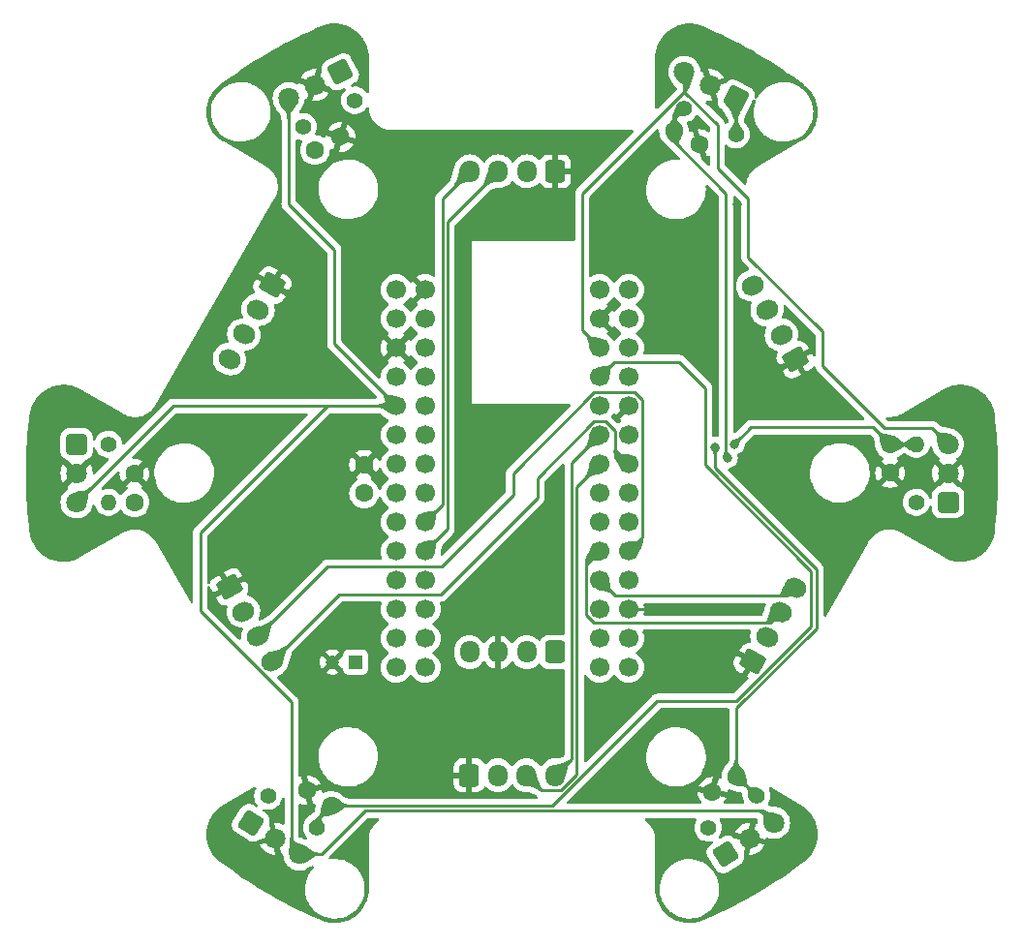
<source format=gbr>
%TF.GenerationSoftware,KiCad,Pcbnew,7.0.11*%
%TF.CreationDate,2025-01-20T02:02:22+09:00*%
%TF.ProjectId,CAM,43414d2e-6b69-4636-9164-5f7063625858,rev?*%
%TF.SameCoordinates,Original*%
%TF.FileFunction,Copper,L2,Bot*%
%TF.FilePolarity,Positive*%
%FSLAX46Y46*%
G04 Gerber Fmt 4.6, Leading zero omitted, Abs format (unit mm)*
G04 Created by KiCad (PCBNEW 7.0.11) date 2025-01-20 02:02:22*
%MOMM*%
%LPD*%
G01*
G04 APERTURE LIST*
G04 Aperture macros list*
%AMRoundRect*
0 Rectangle with rounded corners*
0 $1 Rounding radius*
0 $2 $3 $4 $5 $6 $7 $8 $9 X,Y pos of 4 corners*
0 Add a 4 corners polygon primitive as box body*
4,1,4,$2,$3,$4,$5,$6,$7,$8,$9,$2,$3,0*
0 Add four circle primitives for the rounded corners*
1,1,$1+$1,$2,$3*
1,1,$1+$1,$4,$5*
1,1,$1+$1,$6,$7*
1,1,$1+$1,$8,$9*
0 Add four rect primitives between the rounded corners*
20,1,$1+$1,$2,$3,$4,$5,0*
20,1,$1+$1,$4,$5,$6,$7,0*
20,1,$1+$1,$6,$7,$8,$9,0*
20,1,$1+$1,$8,$9,$2,$3,0*%
%AMHorizOval*
0 Thick line with rounded ends*
0 $1 width*
0 $2 $3 position (X,Y) of the first rounded end (center of the circle)*
0 $4 $5 position (X,Y) of the second rounded end (center of the circle)*
0 Add line between two ends*
20,1,$1,$2,$3,$4,$5,0*
0 Add two circle primitives to create the rounded ends*
1,1,$1,$2,$3*
1,1,$1,$4,$5*%
G04 Aperture macros list end*
%TA.AperFunction,ComponentPad*%
%ADD10C,1.600000*%
%TD*%
%TA.AperFunction,ComponentPad*%
%ADD11RoundRect,0.250200X0.649800X-0.649800X0.649800X0.649800X-0.649800X0.649800X-0.649800X-0.649800X0*%
%TD*%
%TA.AperFunction,ComponentPad*%
%ADD12C,1.800000*%
%TD*%
%TA.AperFunction,ComponentPad*%
%ADD13C,1.700000*%
%TD*%
%TA.AperFunction,ComponentPad*%
%ADD14C,1.400000*%
%TD*%
%TA.AperFunction,ComponentPad*%
%ADD15HorizOval,1.400000X0.000000X0.000000X0.000000X0.000000X0*%
%TD*%
%TA.AperFunction,ComponentPad*%
%ADD16RoundRect,0.250000X0.600000X0.725000X-0.600000X0.725000X-0.600000X-0.725000X0.600000X-0.725000X0*%
%TD*%
%TA.AperFunction,ComponentPad*%
%ADD17O,1.700000X1.950000*%
%TD*%
%TA.AperFunction,ComponentPad*%
%ADD18O,1.400000X1.400000*%
%TD*%
%TA.AperFunction,ComponentPad*%
%ADD19HorizOval,1.400000X0.000000X0.000000X0.000000X0.000000X0*%
%TD*%
%TA.AperFunction,ComponentPad*%
%ADD20RoundRect,0.250200X-0.649800X0.649800X-0.649800X-0.649800X0.649800X-0.649800X0.649800X0.649800X0*%
%TD*%
%TA.AperFunction,ComponentPad*%
%ADD21HorizOval,1.400000X0.000000X0.000000X0.000000X0.000000X0*%
%TD*%
%TA.AperFunction,ComponentPad*%
%ADD22RoundRect,0.250000X-0.600000X-0.725000X0.600000X-0.725000X0.600000X0.725000X-0.600000X0.725000X0*%
%TD*%
%TA.AperFunction,ComponentPad*%
%ADD23RoundRect,0.250000X0.927868X-0.157115X0.327868X0.882115X-0.927868X0.157115X-0.327868X-0.882115X0*%
%TD*%
%TA.AperFunction,ComponentPad*%
%ADD24HorizOval,1.700000X0.108253X0.062500X-0.108253X-0.062500X0*%
%TD*%
%TA.AperFunction,ComponentPad*%
%ADD25RoundRect,0.250000X-0.327868X0.882115X-0.927868X-0.157115X0.327868X-0.882115X0.927868X0.157115X0*%
%TD*%
%TA.AperFunction,ComponentPad*%
%ADD26HorizOval,1.700000X-0.108253X0.062500X0.108253X-0.062500X0*%
%TD*%
%TA.AperFunction,ComponentPad*%
%ADD27R,1.200000X1.200000*%
%TD*%
%TA.AperFunction,ComponentPad*%
%ADD28C,1.200000*%
%TD*%
%TA.AperFunction,ComponentPad*%
%ADD29HorizOval,1.400000X0.000000X0.000000X0.000000X0.000000X0*%
%TD*%
%TA.AperFunction,ComponentPad*%
%ADD30RoundRect,0.250000X0.327868X-0.882115X0.927868X0.157115X-0.327868X0.882115X-0.927868X-0.157115X0*%
%TD*%
%TA.AperFunction,ComponentPad*%
%ADD31RoundRect,0.250200X-0.898875X-0.191062X0.191062X-0.898875X0.898875X0.191062X-0.191062X0.898875X0*%
%TD*%
%TA.AperFunction,ComponentPad*%
%ADD32RoundRect,0.250200X0.283973X0.873979X-0.873979X0.283973X-0.283973X-0.873979X0.873979X-0.283973X0*%
%TD*%
%TA.AperFunction,ComponentPad*%
%ADD33RoundRect,0.250200X0.873979X0.283973X-0.283973X0.873979X-0.873979X-0.283973X0.283973X-0.873979X0*%
%TD*%
%TA.AperFunction,ComponentPad*%
%ADD34RoundRect,0.250200X-0.191062X-0.898875X0.898875X-0.191062X0.191062X0.898875X-0.898875X0.191062X0*%
%TD*%
%TA.AperFunction,ComponentPad*%
%ADD35RoundRect,0.250000X-0.927868X0.157115X-0.327868X-0.882115X0.927868X-0.157115X0.327868X0.882115X0*%
%TD*%
%TA.AperFunction,ComponentPad*%
%ADD36HorizOval,1.700000X-0.108253X-0.062500X0.108253X0.062500X0*%
%TD*%
%TA.AperFunction,ViaPad*%
%ADD37C,0.800000*%
%TD*%
%TA.AperFunction,Conductor*%
%ADD38C,0.250000*%
%TD*%
G04 APERTURE END LIST*
D10*
%TO.P,C3,1*%
%TO.N,/IR3*%
X171990339Y-128097201D03*
%TO.P,C3,2*%
%TO.N,GND*%
X169893663Y-129458799D03*
%TD*%
D11*
%TO.P,U2,1,OUT*%
%TO.N,Net-(U2-OUT)*%
X190491000Y-104140000D03*
D12*
%TO.P,U2,2,GND*%
%TO.N,GND*%
X190491000Y-101600000D03*
%TO.P,U2,3,Vs*%
%TO.N,+3.3V*%
X190491000Y-99060000D03*
%TD*%
D13*
%TO.P,U8,1,GND*%
%TO.N,GND*%
X142240000Y-90630000D03*
X144780000Y-85550000D03*
X160020000Y-88090000D03*
X162560000Y-93170000D03*
X162560000Y-95710000D03*
X162560000Y-113490000D03*
%TO.P,U8,2,0_RX1_CRX2_CS1*%
%TO.N,/CAMTX*%
X144780000Y-88090000D03*
%TO.P,U8,3,1_TX1_CTX2_MISO1*%
%TO.N,/CAMRX*%
X144780000Y-90630000D03*
%TO.P,U8,4,2_OUT2*%
%TO.N,unconnected-(U8-2_OUT2-Pad4)*%
X144780000Y-93170000D03*
%TO.P,U8,5,3_LRCLK2*%
%TO.N,unconnected-(U8-3_LRCLK2-Pad5)*%
X144780000Y-95710000D03*
%TO.P,U8,6,4_BCLK2*%
%TO.N,unconnected-(U8-4_BCLK2-Pad6)*%
X144780000Y-98250000D03*
%TO.P,U8,7,5_IN2*%
%TO.N,unconnected-(U8-5_IN2-Pad7)*%
X144780000Y-100790000D03*
%TO.P,U8,8,6_OUT1D*%
%TO.N,unconnected-(U8-6_OUT1D-Pad8)*%
X144780000Y-103330000D03*
%TO.P,U8,9,7_RX2_OUT1A*%
%TO.N,/CAM1RX*%
X144780000Y-105870000D03*
%TO.P,U8,10,8_TX2_IN1*%
%TO.N,/CAM1TX*%
X144780000Y-108410000D03*
%TO.P,U8,11,9_OUT1C*%
%TO.N,unconnected-(U8-9_OUT1C-Pad11)*%
X144780000Y-110950000D03*
%TO.P,U8,12,10_CS_MQSR*%
%TO.N,unconnected-(U8-10_CS_MQSR-Pad12)*%
X144780000Y-113490000D03*
%TO.P,U8,13,11_MOSI_CTX1*%
%TO.N,unconnected-(U8-11_MOSI_CTX1-Pad13)*%
X144780000Y-116030000D03*
%TO.P,U8,14,12_MISO_MQSL*%
%TO.N,unconnected-(U8-12_MISO_MQSL-Pad14)*%
X144780000Y-118570000D03*
%TO.P,U8,15,VBAT*%
%TO.N,unconnected-(U8-VBAT-Pad15)*%
X142240000Y-118570000D03*
%TO.P,U8,18,PROGRAM*%
%TO.N,unconnected-(U8-PROGRAM-Pad18)*%
X162560000Y-116030000D03*
%TO.P,U8,19,ON_OFF*%
%TO.N,unconnected-(U8-ON_OFF-Pad19)*%
X162560000Y-118570000D03*
%TO.P,U8,20,13_SCK_CRX1_LED*%
%TO.N,unconnected-(U8-13_SCK_CRX1_LED-Pad20)*%
X160020000Y-118570000D03*
%TO.P,U8,21,14_A0_TX3_SPDIF_OUT*%
%TO.N,/CAM2TX*%
X160020000Y-116030000D03*
%TO.P,U8,22,15_A1_RX3_SPDIF_IN*%
%TO.N,/CAM2RX*%
X160020000Y-113490000D03*
%TO.P,U8,23,16_A2_RX4_SCL1*%
%TO.N,/CAM3RX*%
X160020000Y-110950000D03*
%TO.P,U8,24,17_A3_TX4_SDA1*%
%TO.N,/CAM3TX*%
X160020000Y-108410000D03*
%TO.P,U8,25,18_A4_SDA0*%
%TO.N,/IR1*%
X160020000Y-105870000D03*
%TO.P,U8,26,19_A5_SCL0*%
%TO.N,/IR2*%
X160020000Y-103330000D03*
%TO.P,U8,27,20_A6_TX5_LRCLK1*%
%TO.N,/CAM4TX*%
X160020000Y-100790000D03*
%TO.P,U8,28,21_A7_RX5_BCLK1*%
%TO.N,/CAM4RX*%
X160020000Y-98250000D03*
%TO.P,U8,29,22_A8_CTX1*%
%TO.N,/IR3*%
X160020000Y-95710000D03*
%TO.P,U8,30,23_A9_CRX1_MCLK1*%
%TO.N,/IR4*%
X160020000Y-93170000D03*
%TO.P,U8,31,3V3*%
%TO.N,+3.3V*%
X142240000Y-95710000D03*
X160020000Y-90630000D03*
X162560000Y-110950000D03*
%TO.P,U8,33,VIN*%
%TO.N,+5V*%
X160020000Y-85550000D03*
%TO.P,U8,34,VUSB*%
%TO.N,unconnected-(U8-VUSB-Pad34)*%
X162560000Y-85550000D03*
%TO.P,U8,35,24_A10_TX6_SCL2*%
%TO.N,/CAM5TX*%
X162560000Y-108410000D03*
%TO.P,U8,36,25_A11_RX6_SDA2*%
%TO.N,/CAM5RX*%
X162560000Y-100790000D03*
%TO.P,U8,37,26_A12_MOSI1*%
%TO.N,/IR5*%
X162560000Y-103330000D03*
%TO.P,U8,38,27_A13_SCK1*%
%TO.N,/IR6*%
X162560000Y-98250000D03*
%TO.P,U8,39,28_RX7*%
%TO.N,/CAM6RX*%
X162560000Y-105870000D03*
%TO.P,U8,40,29_TX7*%
%TO.N,/CAM6TX*%
X142240000Y-105870000D03*
%TO.P,U8,41,30_CRX3*%
%TO.N,unconnected-(U8-30_CRX3-Pad41)*%
X142240000Y-116030000D03*
%TO.P,U8,42,31_CTX3*%
%TO.N,unconnected-(U8-31_CTX3-Pad42)*%
X142240000Y-108410000D03*
%TO.P,U8,43,32_OUT1B*%
%TO.N,unconnected-(U8-32_OUT1B-Pad43)*%
X142240000Y-113490000D03*
%TO.P,U8,44,33_MCLK2*%
%TO.N,unconnected-(U8-33_MCLK2-Pad44)*%
X142240000Y-110950000D03*
%TO.P,U8,45,34_DAT1_MISO2*%
%TO.N,unconnected-(U8-34_DAT1_MISO2-Pad45)*%
X142240000Y-85550000D03*
%TO.P,U8,46,35_DAT0_MOSI2*%
%TO.N,unconnected-(U8-35_DAT0_MOSI2-Pad46)*%
X142240000Y-88090000D03*
%TO.P,U8,48,36_CLK_CS2*%
%TO.N,unconnected-(U8-36_CLK_CS2-Pad48)*%
X142240000Y-93170000D03*
%TO.P,U8,50,37_CMD_SCK2*%
%TO.N,unconnected-(U8-37_CMD_SCK2-Pad50)*%
X142240000Y-98250000D03*
%TO.P,U8,51,38_DAT3_RX5*%
%TO.N,unconnected-(U8-38_DAT3_RX5-Pad51)*%
X142240000Y-100790000D03*
%TO.P,U8,52,39_DAT2_TX5*%
%TO.N,unconnected-(U8-39_DAT2_TX5-Pad52)*%
X142240000Y-103330000D03*
%TO.P,U8,53,D-*%
%TO.N,unconnected-(U8-D--Pad53)*%
X162560000Y-88090000D03*
%TO.P,U8,54,D+*%
%TO.N,unconnected-(U8-D+-Pad54)*%
X162560000Y-90630000D03*
%TD*%
D10*
%TO.P,C1,1*%
%TO.N,/IR1*%
X166530000Y-71690000D03*
%TO.P,C1,2*%
%TO.N,GND*%
X168757516Y-72824976D03*
%TD*%
D14*
%TO.P,R4,1*%
%TO.N,Net-(U4-OUT)*%
X131040751Y-129826720D03*
D15*
%TO.P,R4,2*%
%TO.N,/IR4*%
X135301197Y-132593486D03*
%TD*%
D16*
%TO.P,J7,1,Pin_1*%
%TO.N,/CAMTX*%
X156150000Y-117242000D03*
D17*
%TO.P,J7,2,Pin_2*%
%TO.N,/CAMRX*%
X153650000Y-117242000D03*
%TO.P,J7,3,Pin_3*%
%TO.N,GND*%
X151150000Y-117242000D03*
%TO.P,J7,4,Pin_4*%
%TO.N,+12V*%
X148650000Y-117242000D03*
%TD*%
D10*
%TO.P,C8,1*%
%TO.N,+5V*%
X139446000Y-103358000D03*
%TO.P,C8,2*%
%TO.N,GND*%
X139446000Y-100858000D03*
%TD*%
D14*
%TO.P,R5,1*%
%TO.N,Net-(U5-OUT)*%
X117094000Y-99060000D03*
D18*
%TO.P,R5,2*%
%TO.N,/IR5*%
X117094000Y-104140000D03*
%TD*%
D14*
%TO.P,R6,1*%
%TO.N,Net-(U6-OUT)*%
X138634568Y-68988988D03*
D19*
%TO.P,R6,2*%
%TO.N,/IR6*%
X134108255Y-71295260D03*
%TD*%
D20*
%TO.P,U5,1,OUT*%
%TO.N,Net-(U5-OUT)*%
X114309000Y-99060000D03*
D12*
%TO.P,U5,2,GND*%
%TO.N,GND*%
X114309000Y-101600000D03*
%TO.P,U5,3,Vs*%
%TO.N,+3.3V*%
X114309000Y-104140000D03*
%TD*%
D14*
%TO.P,R3,1*%
%TO.N,Net-(U3-OUT)*%
X169498803Y-132593486D03*
D21*
%TO.P,R3,2*%
%TO.N,/IR3*%
X173759249Y-129826720D03*
%TD*%
D22*
%TO.P,J4,1,Pin_1*%
%TO.N,GND*%
X148630000Y-128016000D03*
D17*
%TO.P,J4,2,Pin_2*%
%TO.N,+5V*%
X151130000Y-128016000D03*
%TO.P,J4,3,Pin_3*%
%TO.N,/CAM4TX*%
X153630000Y-128016000D03*
%TO.P,J4,4,Pin_4*%
%TO.N,/CAM4RX*%
X156130000Y-128016000D03*
%TD*%
D23*
%TO.P,J2,1,Pin_1*%
%TO.N,GND*%
X177161927Y-91656916D03*
D24*
%TO.P,J2,2,Pin_2*%
%TO.N,+5V*%
X175911927Y-89491852D03*
%TO.P,J2,3,Pin_3*%
%TO.N,/CAM2TX*%
X174661927Y-87326789D03*
%TO.P,J2,4,Pin_4*%
%TO.N,/CAM2RX*%
X173411927Y-85161725D03*
%TD*%
D25*
%TO.P,J6,1,Pin_1*%
%TO.N,GND*%
X131422795Y-85135584D03*
D26*
%TO.P,J6,2,Pin_2*%
%TO.N,+5V*%
X130172795Y-87300648D03*
%TO.P,J6,3,Pin_3*%
%TO.N,/CAM6TX*%
X128922795Y-89465711D03*
%TO.P,J6,4,Pin_4*%
%TO.N,/CAM6RX*%
X127672795Y-91630775D03*
%TD*%
D27*
%TO.P,C7,1*%
%TO.N,+12V*%
X138684000Y-118110000D03*
D28*
%TO.P,C7,2*%
%TO.N,GND*%
X136684000Y-118110000D03*
%TD*%
D10*
%TO.P,C5,1*%
%TO.N,/IR5*%
X119380000Y-104140000D03*
%TO.P,C5,2*%
%TO.N,GND*%
X119380000Y-101640000D03*
%TD*%
%TO.P,C4,1*%
%TO.N,/IR4*%
X136546242Y-130676285D03*
%TO.P,C4,2*%
%TO.N,GND*%
X134449566Y-129314687D03*
%TD*%
D14*
%TO.P,R1,1*%
%TO.N,Net-(U1-OUT)*%
X171950000Y-71990000D03*
D29*
%TO.P,R1,2*%
%TO.N,/IR1*%
X167423687Y-69683728D03*
%TD*%
D30*
%TO.P,J3,1,Pin_1*%
%TO.N,GND*%
X173391927Y-118072916D03*
D26*
%TO.P,J3,2,Pin_2*%
%TO.N,+5V*%
X174641927Y-115907852D03*
%TO.P,J3,3,Pin_3*%
%TO.N,/CAM3TX*%
X175891927Y-113742789D03*
%TO.P,J3,4,Pin_4*%
%TO.N,/CAM3RX*%
X177141927Y-111577725D03*
%TD*%
D31*
%TO.P,U4,1,OUT*%
%TO.N,Net-(U4-OUT)*%
X129519030Y-132169965D03*
D12*
%TO.P,U4,2,GND*%
%TO.N,GND*%
X131649253Y-133553348D03*
%TO.P,U4,3,Vs*%
%TO.N,+3.3V*%
X133779476Y-134936731D03*
%TD*%
D32*
%TO.P,U6,1,OUT*%
%TO.N,Net-(U6-OUT)*%
X137370204Y-66507535D03*
D12*
%TO.P,U6,2,GND*%
%TO.N,GND*%
X135107047Y-67660671D03*
%TO.P,U6,3,Vs*%
%TO.N,+3.3V*%
X132843891Y-68813807D03*
%TD*%
D33*
%TO.P,U1,1,OUT*%
%TO.N,Net-(U1-OUT)*%
X171956109Y-68813806D03*
D12*
%TO.P,U1,2,GND*%
%TO.N,GND*%
X169692952Y-67660670D03*
%TO.P,U1,3,Vs*%
%TO.N,+3.3V*%
X167429796Y-66507534D03*
%TD*%
D16*
%TO.P,J1,1,Pin_1*%
%TO.N,GND*%
X156170000Y-75201000D03*
D17*
%TO.P,J1,2,Pin_2*%
%TO.N,+5V*%
X153670000Y-75201000D03*
%TO.P,J1,3,Pin_3*%
%TO.N,/CAM1TX*%
X151170000Y-75201000D03*
%TO.P,J1,4,Pin_4*%
%TO.N,/CAM1RX*%
X148670000Y-75201000D03*
%TD*%
D34*
%TO.P,U3,1,OUT*%
%TO.N,Net-(U3-OUT)*%
X171015622Y-134929184D03*
D12*
%TO.P,U3,2,GND*%
%TO.N,GND*%
X173145845Y-133545801D03*
%TO.P,U3,3,Vs*%
%TO.N,+3.3V*%
X175276068Y-132162418D03*
%TD*%
D14*
%TO.P,R2,1*%
%TO.N,Net-(U2-OUT)*%
X187706000Y-104140000D03*
D18*
%TO.P,R2,2*%
%TO.N,/IR2*%
X187706000Y-99060000D03*
%TD*%
D10*
%TO.P,C6,1*%
%TO.N,/IR6*%
X135146077Y-73332100D03*
%TO.P,C6,2*%
%TO.N,GND*%
X137373593Y-72197124D03*
%TD*%
D35*
%TO.P,J5,1,Pin_1*%
%TO.N,GND*%
X127652795Y-111534584D03*
D36*
%TO.P,J5,2,Pin_2*%
%TO.N,+5V*%
X128902795Y-113699648D03*
%TO.P,J5,3,Pin_3*%
%TO.N,/CAM5TX*%
X130152795Y-115864711D03*
%TO.P,J5,4,Pin_4*%
%TO.N,/CAM5RX*%
X131402795Y-118029775D03*
%TD*%
D10*
%TO.P,C2,1*%
%TO.N,/IR2*%
X185420000Y-99060000D03*
%TO.P,C2,2*%
%TO.N,GND*%
X185420000Y-101560000D03*
%TD*%
D37*
%TO.N,/IR1*%
X171197653Y-100277653D03*
%TO.N,GND*%
X153162000Y-98044000D03*
X169790000Y-92840000D03*
X173170000Y-66290000D03*
X178080000Y-89530000D03*
X138320000Y-84130000D03*
X158370000Y-129950000D03*
X136200000Y-97780000D03*
X174780000Y-136020000D03*
X152410000Y-72830000D03*
X135230000Y-84090000D03*
X156210000Y-96266000D03*
X181700000Y-96310000D03*
X130560000Y-81110000D03*
X156210000Y-80518000D03*
X131050000Y-66220000D03*
X140960000Y-72770000D03*
X169740000Y-81200000D03*
X127230000Y-102690000D03*
X140280000Y-107970000D03*
X133150000Y-106030000D03*
X131320000Y-102800000D03*
X150114000Y-96266000D03*
X146700000Y-118380000D03*
X146060000Y-123280000D03*
X161300000Y-86830000D03*
X148550000Y-121310000D03*
X171820000Y-129930000D03*
X133290000Y-96850000D03*
X176020000Y-96130000D03*
X113170000Y-106720000D03*
X176020000Y-104960000D03*
X129550000Y-110420000D03*
X161280000Y-89350000D03*
X131200000Y-73660000D03*
X148082000Y-83820000D03*
X123480000Y-97720000D03*
X168440000Y-71110000D03*
X165440000Y-68420000D03*
X178570000Y-93430000D03*
X164720000Y-73000000D03*
X113110000Y-96530000D03*
X123810000Y-110560000D03*
X134440000Y-123300000D03*
X191830000Y-96330000D03*
X132290000Y-89160000D03*
X140480000Y-129260000D03*
X191480000Y-106550000D03*
X136360000Y-70080000D03*
X171980000Y-113570000D03*
X151080000Y-123700000D03*
X172800000Y-74150000D03*
X139520000Y-94550000D03*
X152370000Y-80350000D03*
X180330000Y-111510000D03*
X161050000Y-72460000D03*
X133440000Y-119440000D03*
X175870000Y-98960000D03*
X138150000Y-80720000D03*
X135390000Y-116740000D03*
X164480000Y-84520000D03*
X139690000Y-97950000D03*
X133000000Y-111000000D03*
X140570000Y-117330000D03*
X164690000Y-90660000D03*
X150090000Y-129590000D03*
X187730000Y-101540000D03*
X125120000Y-94390000D03*
X137160000Y-105930000D03*
X169750000Y-84580000D03*
X167330000Y-64120000D03*
X172030000Y-78120000D03*
X146750000Y-113500000D03*
X140450000Y-89210000D03*
X117800000Y-102540000D03*
X156050000Y-120090000D03*
X134020000Y-76310000D03*
X137320000Y-63570000D03*
X126400000Y-107470000D03*
X143480000Y-84150000D03*
X134060000Y-81050000D03*
X151120000Y-119310000D03*
X170640000Y-124250000D03*
X166170000Y-113570000D03*
X152440000Y-108040000D03*
X136270000Y-94440000D03*
X165280000Y-132470000D03*
%TO.N,/IR2*%
X171800000Y-99050000D03*
%TO.N,/IR3*%
X170127347Y-99297347D03*
%TD*%
D38*
%TO.N,/IR1*%
X166530000Y-70577415D02*
X166530000Y-71690000D01*
X171075000Y-100155000D02*
X171075000Y-77123721D01*
X166530000Y-72578721D02*
X166530000Y-71690000D01*
X171197653Y-100277653D02*
X171075000Y-100155000D01*
X167423687Y-69683728D02*
X166530000Y-70577415D01*
X171075000Y-77123721D02*
X166530000Y-72578721D01*
%TO.N,GND*%
X166090000Y-113490000D02*
X166170000Y-113570000D01*
X162560000Y-113490000D02*
X166090000Y-113490000D01*
%TO.N,/IR2*%
X171800000Y-99050000D02*
X173270000Y-97580000D01*
X183940000Y-97580000D02*
X185420000Y-99060000D01*
X187706000Y-99060000D02*
X185420000Y-99060000D01*
X173270000Y-97580000D02*
X183940000Y-97580000D01*
%TO.N,/IR3*%
X178961110Y-109984714D02*
X178961110Y-115167129D01*
X171990339Y-122137900D02*
X171990339Y-128097201D01*
X172029730Y-128097201D02*
X173759249Y-129826720D01*
X171990339Y-128097201D02*
X172029730Y-128097201D01*
X170127347Y-101150951D02*
X178961110Y-109984714D01*
X178961110Y-115167129D02*
X171990339Y-122137900D01*
X170127347Y-99297347D02*
X170127347Y-101150951D01*
X173759249Y-129826720D02*
X173719858Y-129826720D01*
%TO.N,/IR4*%
X178511110Y-110171110D02*
X169240000Y-100900000D01*
X136546242Y-130676285D02*
X155892812Y-130676285D01*
X165059097Y-121510000D02*
X171981843Y-121510000D01*
X169240000Y-100900000D02*
X169240000Y-94150000D01*
X169240000Y-94150000D02*
X166950000Y-91860000D01*
X135301197Y-131921330D02*
X136546242Y-130676285D01*
X171981843Y-121510000D02*
X178511110Y-114980733D01*
X155892812Y-130676285D02*
X165059097Y-121510000D01*
X166950000Y-91860000D02*
X161330000Y-91860000D01*
X161330000Y-91860000D02*
X160020000Y-93170000D01*
X178511110Y-114980733D02*
X178511110Y-110171110D01*
X135301197Y-132593486D02*
X135301197Y-131921330D01*
%TO.N,/CAM1TX*%
X151170000Y-75201000D02*
X146740000Y-79631000D01*
X146740000Y-79631000D02*
X146740000Y-106450000D01*
X146740000Y-106450000D02*
X144780000Y-108410000D01*
%TO.N,/CAM1RX*%
X144780000Y-105870000D02*
X146290000Y-104360000D01*
X146290000Y-77581000D02*
X148670000Y-75201000D01*
X146290000Y-104360000D02*
X146290000Y-77581000D01*
%TO.N,/CAM3TX*%
X174969716Y-114665000D02*
X159533299Y-114665000D01*
X158845000Y-113976701D02*
X158845000Y-109585000D01*
X175891927Y-113742789D02*
X174969716Y-114665000D01*
X159533299Y-114665000D02*
X158845000Y-113976701D01*
X158845000Y-109585000D02*
X160020000Y-108410000D01*
%TO.N,/CAM3RX*%
X177141927Y-111577725D02*
X176404652Y-112315000D01*
X161385000Y-112315000D02*
X160020000Y-110950000D01*
X176404652Y-112315000D02*
X161385000Y-112315000D01*
%TO.N,/CAM4TX*%
X160020000Y-100790000D02*
X158016900Y-102793100D01*
X158016900Y-102793100D02*
X158016900Y-127915801D01*
X156616701Y-129316000D02*
X154930000Y-129316000D01*
X154930000Y-129316000D02*
X153630000Y-128016000D01*
X158016900Y-127915801D02*
X156616701Y-129316000D01*
%TO.N,/CAM4RX*%
X157566900Y-126579100D02*
X157566900Y-100703100D01*
X156130000Y-128016000D02*
X157566900Y-126579100D01*
X157566900Y-100703100D02*
X160020000Y-98250000D01*
%TO.N,/CAM5TX*%
X163735000Y-95223299D02*
X163735000Y-107235000D01*
X130152795Y-115864711D02*
X136242506Y-109775000D01*
X136242506Y-109775000D02*
X146196903Y-109775000D01*
X146196903Y-109775000D02*
X152470000Y-103501903D01*
X163046701Y-94535000D02*
X163735000Y-95223299D01*
X152470000Y-101598299D02*
X159533299Y-94535000D01*
X152470000Y-103501903D02*
X152470000Y-101598299D01*
X159533299Y-94535000D02*
X163046701Y-94535000D01*
X163735000Y-107235000D02*
X162560000Y-108410000D01*
%TO.N,/CAM5RX*%
X161370000Y-99600000D02*
X162560000Y-100790000D01*
X161370000Y-97938299D02*
X161370000Y-99600000D01*
X137222570Y-112210000D02*
X146130000Y-112210000D01*
X154590000Y-102018299D02*
X159533299Y-97075000D01*
X160506701Y-97075000D02*
X161370000Y-97938299D01*
X146130000Y-112210000D02*
X154590000Y-103750000D01*
X131402795Y-118029775D02*
X137222570Y-112210000D01*
X159533299Y-97075000D02*
X160506701Y-97075000D01*
X154590000Y-103750000D02*
X154590000Y-102018299D01*
%TO.N,Net-(U1-OUT)*%
X171950000Y-68819915D02*
X171956109Y-68813806D01*
X171950000Y-71990000D02*
X171950000Y-68819915D01*
%TO.N,+3.3V*%
X132843891Y-78043891D02*
X136840000Y-82040000D01*
X170330000Y-74930000D02*
X170330000Y-71128254D01*
X173025985Y-77619359D02*
X170336626Y-74930000D01*
X179520000Y-92230000D02*
X179520000Y-89210000D01*
X189091000Y-97660000D02*
X184950000Y-97660000D01*
X125120000Y-113638286D02*
X125120000Y-106790000D01*
X184950000Y-97660000D02*
X179520000Y-92230000D01*
X133779476Y-134936731D02*
X135713269Y-134936731D01*
X179520000Y-89210000D02*
X173025985Y-82715985D01*
X114309000Y-104140000D02*
X122739000Y-95710000D01*
X173025985Y-82715985D02*
X173025985Y-77619359D01*
X136840000Y-90310000D02*
X142240000Y-95710000D01*
X125120000Y-106790000D02*
X136200000Y-95710000D01*
X133100000Y-121618286D02*
X125120000Y-113638286D01*
X122739000Y-95710000D02*
X142240000Y-95710000D01*
X133779476Y-134936731D02*
X133100000Y-134257255D01*
X170336626Y-74930000D02*
X170330000Y-74930000D01*
X158500000Y-89110000D02*
X160020000Y-90630000D01*
X139523715Y-131126285D02*
X174239935Y-131126285D01*
X132843891Y-68813807D02*
X132843891Y-78043891D01*
X135713269Y-134936731D02*
X139523715Y-131126285D01*
X170330000Y-71128254D02*
X167429796Y-68228050D01*
X133100000Y-134257255D02*
X133100000Y-121618286D01*
X136840000Y-82040000D02*
X136840000Y-90310000D01*
X167429796Y-68228050D02*
X158500000Y-77157846D01*
X136200000Y-95710000D02*
X142240000Y-95710000D01*
X158500000Y-77157846D02*
X158500000Y-89110000D01*
X190491000Y-99060000D02*
X189091000Y-97660000D01*
X167429796Y-66507534D02*
X167429796Y-68228050D01*
X174239935Y-131126285D02*
X175276068Y-132162418D01*
%TD*%
%TA.AperFunction,Conductor*%
%TO.N,GND*%
G36*
X129966905Y-129055259D02*
G01*
X130010096Y-129110180D01*
X130016737Y-129179733D01*
X130005978Y-129211537D01*
X129916528Y-129391176D01*
X129916520Y-129391196D01*
X129855636Y-129605182D01*
X129855635Y-129605184D01*
X129835108Y-129826719D01*
X129835108Y-129826720D01*
X129855635Y-130048255D01*
X129855636Y-130048257D01*
X129916520Y-130262243D01*
X129916526Y-130262258D01*
X130015689Y-130461403D01*
X130015694Y-130461411D01*
X130125866Y-130607302D01*
X130150558Y-130672664D01*
X130135993Y-130740998D01*
X130086795Y-130790611D01*
X130018585Y-130805749D01*
X129959377Y-130786024D01*
X129694883Y-130614259D01*
X129602933Y-130567071D01*
X129602923Y-130567066D01*
X129433156Y-130522634D01*
X129433157Y-130522634D01*
X129257720Y-130518551D01*
X129257719Y-130518551D01*
X129257716Y-130518551D01*
X129257713Y-130518551D01*
X129257708Y-130518552D01*
X129086065Y-130555035D01*
X129086058Y-130555038D01*
X128927447Y-130630127D01*
X128790429Y-130739768D01*
X128725618Y-130820281D01*
X127963324Y-131994111D01*
X127916136Y-132086061D01*
X127916131Y-132086071D01*
X127871699Y-132255837D01*
X127867616Y-132431274D01*
X127867617Y-132431286D01*
X127904100Y-132602929D01*
X127904103Y-132602936D01*
X127979192Y-132761547D01*
X128088833Y-132898565D01*
X128169346Y-132963376D01*
X129343176Y-133725670D01*
X129343184Y-133725674D01*
X129343187Y-133725676D01*
X129435133Y-133772862D01*
X129435135Y-133772862D01*
X129435136Y-133772863D01*
X129604903Y-133817295D01*
X129604902Y-133817295D01*
X129613683Y-133817499D01*
X129780344Y-133821379D01*
X129913153Y-133793149D01*
X129951994Y-133784894D01*
X129951994Y-133784893D01*
X129951998Y-133784893D01*
X130110610Y-133709804D01*
X130232299Y-133612428D01*
X130283991Y-133587957D01*
X131225455Y-133387841D01*
X131195443Y-133519340D01*
X131205580Y-133654613D01*
X131255140Y-133780889D01*
X131331383Y-133876496D01*
X130353417Y-134084369D01*
X130413769Y-134221957D01*
X130540667Y-134416190D01*
X130697811Y-134586893D01*
X130697815Y-134586896D01*
X130880897Y-134729395D01*
X130880901Y-134729398D01*
X131084950Y-134839824D01*
X131084959Y-134839827D01*
X131304392Y-134915159D01*
X131533246Y-134953348D01*
X131691247Y-134953348D01*
X131482854Y-133972942D01*
X131581426Y-134003348D01*
X131682977Y-134003348D01*
X131783391Y-133988213D01*
X131905610Y-133929355D01*
X131971721Y-133868012D01*
X132180684Y-134851107D01*
X132211242Y-134840617D01*
X132281041Y-134837468D01*
X132341462Y-134872555D01*
X132373322Y-134934738D01*
X132375080Y-134947657D01*
X132376291Y-134962269D01*
X132376582Y-134966779D01*
X132377125Y-134978521D01*
X132377695Y-134982356D01*
X132378617Y-134990338D01*
X132393340Y-135168027D01*
X132393342Y-135168039D01*
X132450318Y-135393031D01*
X132543551Y-135605579D01*
X132670492Y-135799878D01*
X132670495Y-135799882D01*
X132670497Y-135799884D01*
X132827692Y-135970644D01*
X132827695Y-135970646D01*
X132827698Y-135970649D01*
X133010841Y-136113195D01*
X133010847Y-136113199D01*
X133010850Y-136113201D01*
X133214973Y-136223667D01*
X133276683Y-136244852D01*
X133434491Y-136299028D01*
X133434493Y-136299028D01*
X133434495Y-136299029D01*
X133663427Y-136337231D01*
X133663428Y-136337231D01*
X133895524Y-136337231D01*
X133895525Y-136337231D01*
X134124457Y-136299029D01*
X134343979Y-136223667D01*
X134365717Y-136211902D01*
X134371697Y-136208960D01*
X134373110Y-136208206D01*
X134373114Y-136208205D01*
X134721552Y-136022398D01*
X134759961Y-135999683D01*
X134761691Y-135998554D01*
X134798031Y-135972476D01*
X134856711Y-135926298D01*
X134921566Y-135900310D01*
X134990177Y-135913511D01*
X135040760Y-135961710D01*
X135057254Y-136029605D01*
X135034424Y-136095639D01*
X135022415Y-136110065D01*
X134901413Y-136234853D01*
X134708095Y-136490847D01*
X134547701Y-136768660D01*
X134422668Y-137064062D01*
X134422660Y-137064086D01*
X134334879Y-137372602D01*
X134334878Y-137372607D01*
X134285672Y-137689592D01*
X134285671Y-137689603D01*
X134275793Y-138010236D01*
X134305391Y-138329651D01*
X134305392Y-138329657D01*
X134374018Y-138643013D01*
X134417033Y-138765079D01*
X134474875Y-138929222D01*
X134480635Y-138945566D01*
X134623621Y-139232721D01*
X134756352Y-139433034D01*
X134800812Y-139500130D01*
X135009522Y-139743737D01*
X135143030Y-139865445D01*
X135219935Y-139935554D01*
X135246586Y-139959849D01*
X135276596Y-139981092D01*
X135508405Y-140145187D01*
X135508415Y-140145193D01*
X135791016Y-140296948D01*
X135791022Y-140296950D01*
X135791029Y-140296954D01*
X135978303Y-140369504D01*
X136090144Y-140412832D01*
X136090147Y-140412832D01*
X136090153Y-140412835D01*
X136401251Y-140491079D01*
X136520634Y-140505861D01*
X136719602Y-140530500D01*
X136719607Y-140530500D01*
X136960112Y-140530500D01*
X136960126Y-140530500D01*
X137200178Y-140515694D01*
X137515503Y-140456750D01*
X137821194Y-140359502D01*
X138112618Y-140225426D01*
X138385356Y-140056554D01*
X138635275Y-139855445D01*
X138858585Y-139625148D01*
X139051903Y-139369155D01*
X139212296Y-139091345D01*
X139337334Y-138795931D01*
X139425122Y-138487390D01*
X139474328Y-138170400D01*
X139484206Y-137849765D01*
X139454608Y-137530347D01*
X139422253Y-137382610D01*
X139385981Y-137216986D01*
X139356974Y-137134671D01*
X139279366Y-136914436D01*
X139136379Y-136627279D01*
X138959188Y-136359870D01*
X138750478Y-136116263D01*
X138580941Y-135961710D01*
X138513420Y-135900156D01*
X138513410Y-135900148D01*
X138251594Y-135714812D01*
X138251584Y-135714806D01*
X137968983Y-135563051D01*
X137968973Y-135563047D01*
X137968971Y-135563046D01*
X137900805Y-135536638D01*
X137669855Y-135447167D01*
X137669851Y-135447166D01*
X137358745Y-135368920D01*
X137040398Y-135329500D01*
X137040393Y-135329500D01*
X136799874Y-135329500D01*
X136749900Y-135332582D01*
X136559823Y-135344305D01*
X136498936Y-135355687D01*
X136429421Y-135348655D01*
X136374743Y-135305158D01*
X136352261Y-135239004D01*
X136369114Y-135171197D01*
X136388467Y-135146121D01*
X139746487Y-131788104D01*
X139807810Y-131754619D01*
X139834168Y-131751785D01*
X140631917Y-131751785D01*
X140698956Y-131771470D01*
X140744711Y-131824274D01*
X140754655Y-131893432D01*
X140725630Y-131956988D01*
X140707408Y-131974157D01*
X140552751Y-132092830D01*
X140552750Y-132092831D01*
X140367316Y-132278267D01*
X140207678Y-132486315D01*
X140207675Y-132486319D01*
X140076560Y-132713421D01*
X140076554Y-132713432D01*
X139976205Y-132955702D01*
X139976204Y-132955706D01*
X139908335Y-133209010D01*
X139908334Y-133209014D01*
X139874110Y-133469004D01*
X139874111Y-133600128D01*
X139874111Y-137928521D01*
X139873925Y-137935319D01*
X139865524Y-138088327D01*
X139865501Y-138088721D01*
X139855625Y-138258713D01*
X139854160Y-138271828D01*
X139827436Y-138432806D01*
X139827233Y-138433990D01*
X139799293Y-138592761D01*
X139796538Y-138604844D01*
X139752009Y-138763159D01*
X139751453Y-138765079D01*
X139705686Y-138918279D01*
X139701851Y-138929222D01*
X139640071Y-139082188D01*
X139638992Y-139084773D01*
X139575988Y-139231158D01*
X139571294Y-139240877D01*
X139493005Y-139386421D01*
X139491253Y-139389567D01*
X139411885Y-139527371D01*
X139406551Y-139535825D01*
X139312728Y-139672034D01*
X139310169Y-139675612D01*
X139215459Y-139803173D01*
X139209706Y-139810350D01*
X139101466Y-139935554D01*
X139097984Y-139939414D01*
X138989212Y-140055058D01*
X138983255Y-140060976D01*
X138861918Y-140173625D01*
X138857423Y-140177601D01*
X138736042Y-140279815D01*
X138730084Y-140284528D01*
X138597121Y-140383238D01*
X138591554Y-140387139D01*
X138459153Y-140474601D01*
X138453378Y-140478192D01*
X138310438Y-140561739D01*
X138303764Y-140565370D01*
X138162086Y-140636920D01*
X138156668Y-140639494D01*
X138005463Y-140706887D01*
X137997681Y-140710044D01*
X137848604Y-140764720D01*
X137843687Y-140766407D01*
X137686087Y-140816822D01*
X137677229Y-140819298D01*
X137522711Y-140856361D01*
X137518416Y-140857311D01*
X137356329Y-140890158D01*
X137346459Y-140891747D01*
X137188515Y-140910679D01*
X137184936Y-140911055D01*
X137020378Y-140925951D01*
X137009593Y-140926455D01*
X136850283Y-140926961D01*
X136847484Y-140926939D01*
X136682502Y-140923738D01*
X136670932Y-140922971D01*
X136512040Y-140904949D01*
X136510056Y-140904708D01*
X136346984Y-140883544D01*
X136334787Y-140881336D01*
X136177675Y-140844705D01*
X136176508Y-140844427D01*
X136018061Y-140805865D01*
X136005427Y-140802068D01*
X135847050Y-140745120D01*
X135846674Y-140744984D01*
X135701397Y-140692217D01*
X135693551Y-140689060D01*
X135424856Y-140570157D01*
X135424666Y-140570073D01*
X134609015Y-140207494D01*
X134606191Y-140206196D01*
X134141422Y-139985481D01*
X134140861Y-139985213D01*
X133516583Y-139684901D01*
X133514167Y-139683706D01*
X133021749Y-139433507D01*
X133020827Y-139433034D01*
X132438460Y-139130983D01*
X132436446Y-139129915D01*
X131939180Y-138860286D01*
X131937946Y-138859608D01*
X131481991Y-138605430D01*
X131374832Y-138545693D01*
X131373210Y-138544772D01*
X130880290Y-138260185D01*
X130878682Y-138259240D01*
X130326633Y-137929344D01*
X130325340Y-137928571D01*
X130324121Y-137927834D01*
X130213183Y-137859765D01*
X130162126Y-137828437D01*
X129841931Y-137631972D01*
X129839999Y-137630761D01*
X129287303Y-137277488D01*
X129286432Y-137276927D01*
X128823479Y-136975537D01*
X128821237Y-136974042D01*
X128249008Y-136583550D01*
X128248495Y-136583198D01*
X127825004Y-136291081D01*
X127822467Y-136289284D01*
X127099203Y-135763150D01*
X127099036Y-135763028D01*
X126863022Y-135590737D01*
X126856365Y-135585520D01*
X126745449Y-135492324D01*
X126745133Y-135492058D01*
X126651972Y-135413249D01*
X126608968Y-135376870D01*
X126599384Y-135367846D01*
X126490913Y-135254252D01*
X126490237Y-135253537D01*
X126375641Y-135131180D01*
X126367658Y-135121752D01*
X126270195Y-134994253D01*
X126269008Y-134992674D01*
X126171549Y-134860825D01*
X126165101Y-134851190D01*
X126091597Y-134729398D01*
X126081388Y-134712482D01*
X126080035Y-134710181D01*
X125999237Y-134569202D01*
X125994289Y-134559625D01*
X125973494Y-134514679D01*
X125925958Y-134411933D01*
X125924498Y-134408653D01*
X125871422Y-134284607D01*
X125860912Y-134260043D01*
X125857367Y-134250738D01*
X125805448Y-134095968D01*
X125804145Y-134091843D01*
X125758333Y-133937299D01*
X125756050Y-133928395D01*
X125755901Y-133927710D01*
X125721332Y-133768646D01*
X125720345Y-133763598D01*
X125692797Y-133605074D01*
X125691640Y-133596759D01*
X125690699Y-133587774D01*
X125674592Y-133433948D01*
X125674123Y-133428107D01*
X125665131Y-133267545D01*
X125664940Y-133259994D01*
X125665815Y-133096255D01*
X125666034Y-133089529D01*
X125675702Y-132929053D01*
X125676288Y-132922390D01*
X125695085Y-132759664D01*
X125696176Y-132752227D01*
X125724371Y-132593950D01*
X125725549Y-132588151D01*
X125762028Y-132428527D01*
X125764153Y-132420493D01*
X125810549Y-132266372D01*
X125812113Y-132261544D01*
X125865788Y-132107033D01*
X125869105Y-132098519D01*
X125933154Y-131950557D01*
X125934911Y-131946687D01*
X126005066Y-131799205D01*
X126009694Y-131790409D01*
X126090712Y-131650421D01*
X126092422Y-131647563D01*
X126178095Y-131508973D01*
X126184128Y-131500103D01*
X126281287Y-131369816D01*
X126282830Y-131367794D01*
X126382681Y-131240022D01*
X126390196Y-131231281D01*
X126502860Y-131112001D01*
X126504024Y-131110788D01*
X126616232Y-130995765D01*
X126625284Y-130987369D01*
X126753859Y-130879555D01*
X126754305Y-130879185D01*
X126875804Y-130779290D01*
X126886413Y-130771476D01*
X127041850Y-130669266D01*
X127157070Y-130594032D01*
X127162864Y-130590471D01*
X127614129Y-130329933D01*
X129832980Y-129048878D01*
X129900878Y-129032406D01*
X129966905Y-129055259D01*
G37*
%TD.AperFunction*%
%TA.AperFunction,Conductor*%
G36*
X174987508Y-129090023D02*
G01*
X177585679Y-130590076D01*
X177591460Y-130593629D01*
X177722555Y-130679226D01*
X177722878Y-130679437D01*
X177848344Y-130761918D01*
X177862233Y-130771048D01*
X177872866Y-130778880D01*
X178000762Y-130884030D01*
X178001684Y-130884796D01*
X178123367Y-130986825D01*
X178132448Y-130995246D01*
X178248406Y-131114110D01*
X178249723Y-131115482D01*
X178351244Y-131222960D01*
X178358486Y-131230627D01*
X178366044Y-131239419D01*
X178430898Y-131322405D01*
X178453222Y-131350971D01*
X178468401Y-131370393D01*
X178470100Y-131372619D01*
X178564595Y-131499330D01*
X178570667Y-131508257D01*
X178658121Y-131649726D01*
X178659969Y-131652815D01*
X178739097Y-131789535D01*
X178743751Y-131798381D01*
X178815205Y-131948590D01*
X178817024Y-131952596D01*
X178879760Y-132097520D01*
X178883098Y-132106090D01*
X178937684Y-132263220D01*
X178939287Y-132268166D01*
X178984801Y-132419353D01*
X178986948Y-132427472D01*
X179024012Y-132589652D01*
X179025207Y-132595531D01*
X179052892Y-132750941D01*
X179053995Y-132758458D01*
X179073088Y-132923737D01*
X179073683Y-132930510D01*
X179083176Y-133088087D01*
X179083398Y-133094883D01*
X179084285Y-133261238D01*
X179084093Y-133268833D01*
X179075265Y-133426448D01*
X179074785Y-133432427D01*
X179057460Y-133597889D01*
X179056303Y-133606207D01*
X179029269Y-133761770D01*
X179028271Y-133766873D01*
X178992945Y-133929418D01*
X178990660Y-133938327D01*
X178945770Y-134089754D01*
X178944445Y-134093949D01*
X178891554Y-134251614D01*
X178887995Y-134260956D01*
X178825826Y-134406250D01*
X178824362Y-134409538D01*
X178754560Y-134560405D01*
X178749605Y-134569997D01*
X178670953Y-134707227D01*
X178669534Y-134709640D01*
X178583687Y-134851882D01*
X178577238Y-134861518D01*
X178483103Y-134988866D01*
X178481901Y-134990465D01*
X178381089Y-135122341D01*
X178373079Y-135131798D01*
X178264610Y-135247610D01*
X178263786Y-135248482D01*
X178149339Y-135368330D01*
X178139733Y-135377373D01*
X178016923Y-135481235D01*
X178016617Y-135481493D01*
X177892466Y-135585805D01*
X177885811Y-135591020D01*
X177648114Y-135764540D01*
X177647946Y-135764662D01*
X176926943Y-136289151D01*
X176924407Y-136290948D01*
X176499655Y-136583934D01*
X176499142Y-136584286D01*
X175928261Y-136973858D01*
X175926019Y-136975353D01*
X175462175Y-137277323D01*
X175461304Y-137277885D01*
X174909480Y-137630600D01*
X174907548Y-137631810D01*
X174424663Y-137928099D01*
X174423421Y-137928850D01*
X173870868Y-138259048D01*
X173869260Y-138259993D01*
X173375692Y-138544954D01*
X173374070Y-138545875D01*
X172811730Y-138859359D01*
X172810458Y-138860058D01*
X172312510Y-139130057D01*
X172310496Y-139131125D01*
X171729033Y-139432708D01*
X171728111Y-139433181D01*
X171234797Y-139683835D01*
X171232381Y-139685030D01*
X170609506Y-139984667D01*
X170608945Y-139984935D01*
X170142813Y-140206298D01*
X170139989Y-140207596D01*
X169326314Y-140569294D01*
X169326124Y-140569378D01*
X169055481Y-140689143D01*
X169047635Y-140692300D01*
X168911775Y-140741647D01*
X168911385Y-140741788D01*
X168743277Y-140802212D01*
X168730657Y-140806004D01*
X168578559Y-140843022D01*
X168577392Y-140843300D01*
X168413851Y-140881431D01*
X168401660Y-140883638D01*
X168295331Y-140897439D01*
X168242837Y-140904253D01*
X168240852Y-140904494D01*
X168077652Y-140923006D01*
X168066082Y-140923773D01*
X167904347Y-140926912D01*
X167901547Y-140926934D01*
X167738951Y-140926418D01*
X167728168Y-140925914D01*
X167566280Y-140911262D01*
X167562700Y-140910886D01*
X167402047Y-140891630D01*
X167392177Y-140890041D01*
X167232385Y-140857660D01*
X167228090Y-140856710D01*
X167071235Y-140819087D01*
X167062393Y-140816616D01*
X166906816Y-140766849D01*
X166901919Y-140765169D01*
X166750739Y-140709721D01*
X166742958Y-140706564D01*
X166593634Y-140640012D01*
X166588215Y-140637438D01*
X166444629Y-140564925D01*
X166437955Y-140561294D01*
X166296733Y-140478751D01*
X166290960Y-140475161D01*
X166156777Y-140386524D01*
X166151208Y-140382622D01*
X166019877Y-140285124D01*
X166013919Y-140280410D01*
X165890868Y-140176789D01*
X165886374Y-140172815D01*
X165771923Y-140066562D01*
X165766573Y-140061595D01*
X165760617Y-140055679D01*
X165679881Y-139969843D01*
X165650283Y-139938375D01*
X165646805Y-139934517D01*
X165539992Y-139810962D01*
X165534240Y-139803787D01*
X165489651Y-139743733D01*
X165438065Y-139674254D01*
X165435565Y-139670759D01*
X165343040Y-139536437D01*
X165337709Y-139527987D01*
X165257986Y-139389567D01*
X165256958Y-139387782D01*
X165255208Y-139384638D01*
X165178207Y-139241490D01*
X165173512Y-139231770D01*
X165109214Y-139082379D01*
X165108153Y-139079834D01*
X165047559Y-138929808D01*
X165043734Y-138918891D01*
X164996735Y-138761572D01*
X164996201Y-138759732D01*
X164952794Y-138605406D01*
X164950045Y-138593346D01*
X164949942Y-138592761D01*
X164920901Y-138427731D01*
X164920771Y-138426974D01*
X164895102Y-138272355D01*
X164893642Y-138259293D01*
X164882781Y-138072472D01*
X164879913Y-138020236D01*
X165275793Y-138020236D01*
X165305391Y-138339651D01*
X165305392Y-138339657D01*
X165374018Y-138653013D01*
X165427899Y-138805913D01*
X165471351Y-138929222D01*
X165480635Y-138955566D01*
X165623621Y-139242721D01*
X165794185Y-139500130D01*
X165800812Y-139510130D01*
X166009522Y-139753737D01*
X166166894Y-139897200D01*
X166235618Y-139959851D01*
X166246586Y-139969849D01*
X166268290Y-139985213D01*
X166508405Y-140155187D01*
X166508415Y-140155193D01*
X166791016Y-140306948D01*
X166791022Y-140306950D01*
X166791029Y-140306954D01*
X166952490Y-140369504D01*
X167090144Y-140422832D01*
X167090147Y-140422832D01*
X167090153Y-140422835D01*
X167401251Y-140501079D01*
X167519279Y-140515694D01*
X167719602Y-140540500D01*
X167719607Y-140540500D01*
X167960112Y-140540500D01*
X167960126Y-140540500D01*
X168200178Y-140525694D01*
X168515503Y-140466750D01*
X168821194Y-140369502D01*
X169112618Y-140235426D01*
X169385356Y-140066554D01*
X169635275Y-139865445D01*
X169858585Y-139635148D01*
X170051903Y-139379155D01*
X170212296Y-139101345D01*
X170337334Y-138805931D01*
X170425122Y-138497390D01*
X170474328Y-138180400D01*
X170484206Y-137859765D01*
X170483279Y-137849765D01*
X170454608Y-137540348D01*
X170454607Y-137540342D01*
X170385981Y-137226986D01*
X170356974Y-137144671D01*
X170279366Y-136924436D01*
X170136379Y-136637279D01*
X169959188Y-136369870D01*
X169750478Y-136126263D01*
X169517100Y-135913511D01*
X169513420Y-135910156D01*
X169513410Y-135910148D01*
X169251594Y-135724812D01*
X169251584Y-135724806D01*
X168968983Y-135573051D01*
X168968973Y-135573047D01*
X168968971Y-135573046D01*
X168900805Y-135546638D01*
X168669855Y-135457167D01*
X168669851Y-135457166D01*
X168358745Y-135378920D01*
X168040398Y-135339500D01*
X168040393Y-135339500D01*
X167799874Y-135339500D01*
X167747156Y-135342751D01*
X167559824Y-135354305D01*
X167244499Y-135413249D01*
X167244497Y-135413250D01*
X166938814Y-135510495D01*
X166938810Y-135510496D01*
X166938806Y-135510498D01*
X166775740Y-135585520D01*
X166647381Y-135644574D01*
X166374656Y-135813437D01*
X166374636Y-135813451D01*
X166124728Y-136014551D01*
X165901413Y-136244853D01*
X165708095Y-136500847D01*
X165547701Y-136778660D01*
X165422668Y-137074062D01*
X165422660Y-137074086D01*
X165334879Y-137382602D01*
X165334878Y-137382607D01*
X165285672Y-137699592D01*
X165285671Y-137699603D01*
X165275793Y-138020236D01*
X164879913Y-138020236D01*
X164875297Y-137936140D01*
X164875111Y-137929344D01*
X164875111Y-133588184D01*
X164875071Y-133587774D01*
X164875071Y-133579494D01*
X164875073Y-133469010D01*
X164850436Y-133281854D01*
X164840848Y-133209019D01*
X164840847Y-133209016D01*
X164772981Y-132955719D01*
X164772974Y-132955702D01*
X164672628Y-132713437D01*
X164541512Y-132486332D01*
X164381874Y-132278284D01*
X164381870Y-132278280D01*
X164381866Y-132278275D01*
X164196452Y-132092856D01*
X164196443Y-132092848D01*
X164041768Y-131974160D01*
X164000565Y-131917732D01*
X163996411Y-131847986D01*
X164030624Y-131787066D01*
X164092342Y-131754314D01*
X164117255Y-131751785D01*
X168381047Y-131751785D01*
X168448086Y-131771470D01*
X168493841Y-131824274D01*
X168503785Y-131893432D01*
X168480003Y-131950510D01*
X168473745Y-131958796D01*
X168473741Y-131958802D01*
X168374578Y-132157947D01*
X168374572Y-132157962D01*
X168313688Y-132371948D01*
X168313687Y-132371950D01*
X168293160Y-132593485D01*
X168293160Y-132593486D01*
X168313687Y-132815021D01*
X168313688Y-132815023D01*
X168374572Y-133029009D01*
X168374578Y-133029024D01*
X168473741Y-133228169D01*
X168473746Y-133228177D01*
X168607823Y-133405724D01*
X168772240Y-133555609D01*
X168772242Y-133555611D01*
X168961398Y-133672731D01*
X168961399Y-133672731D01*
X168961402Y-133672733D01*
X169168863Y-133753104D01*
X169387560Y-133793986D01*
X169387562Y-133793986D01*
X169610043Y-133793986D01*
X169610046Y-133793986D01*
X169812322Y-133756173D01*
X169881833Y-133763204D01*
X169936512Y-133806701D01*
X169958995Y-133872855D01*
X169942143Y-133940662D01*
X169902640Y-133982057D01*
X169665934Y-134135776D01*
X169585425Y-134200583D01*
X169475784Y-134337601D01*
X169400695Y-134496212D01*
X169400692Y-134496219D01*
X169364209Y-134667862D01*
X169364208Y-134667874D01*
X169368291Y-134843311D01*
X169412723Y-135013077D01*
X169412728Y-135013087D01*
X169459916Y-135105037D01*
X170222210Y-136278867D01*
X170287021Y-136359380D01*
X170424039Y-136469021D01*
X170424040Y-136469021D01*
X170424042Y-136469023D01*
X170582654Y-136544112D01*
X170582655Y-136544112D01*
X170582657Y-136544113D01*
X170676618Y-136564084D01*
X170754308Y-136580598D01*
X170925358Y-136576616D01*
X170929749Y-136576514D01*
X171099515Y-136532082D01*
X171099514Y-136532082D01*
X171099519Y-136532081D01*
X171191465Y-136484895D01*
X171191471Y-136484890D01*
X171191475Y-136484889D01*
X172365305Y-135722595D01*
X172365307Y-135722592D01*
X172365312Y-135722590D01*
X172445817Y-135657785D01*
X172456389Y-135644574D01*
X172501090Y-135588711D01*
X172555461Y-135520764D01*
X172630550Y-135362152D01*
X172634344Y-135344305D01*
X172651251Y-135264762D01*
X172667036Y-135190498D01*
X172662952Y-135015058D01*
X172623490Y-134864283D01*
X172622160Y-134807108D01*
X172822919Y-133862609D01*
X172836310Y-133879400D01*
X172948392Y-133955817D01*
X173078018Y-133995801D01*
X173179569Y-133995801D01*
X173279983Y-133980666D01*
X173312304Y-133965100D01*
X173103850Y-134945801D01*
X173261852Y-134945801D01*
X173490705Y-134907612D01*
X173710138Y-134832280D01*
X173710147Y-134832277D01*
X173914196Y-134721851D01*
X173914200Y-134721848D01*
X174097282Y-134579349D01*
X174097286Y-134579346D01*
X174254430Y-134408643D01*
X174381328Y-134214410D01*
X174441678Y-134076823D01*
X174441678Y-134076822D01*
X173460017Y-133868163D01*
X173501643Y-133829541D01*
X173569470Y-133712061D01*
X173599655Y-133579809D01*
X173589518Y-133444536D01*
X173563819Y-133379057D01*
X174547139Y-133588069D01*
X174547140Y-133588069D01*
X174549709Y-133557075D01*
X174574863Y-133491890D01*
X174631265Y-133450653D01*
X174701009Y-133446455D01*
X174713548Y-133450035D01*
X174931083Y-133524715D01*
X174931085Y-133524715D01*
X174931087Y-133524716D01*
X175160019Y-133562918D01*
X175160020Y-133562918D01*
X175392116Y-133562918D01*
X175392117Y-133562918D01*
X175621049Y-133524716D01*
X175840571Y-133449354D01*
X176044694Y-133338888D01*
X176060887Y-133326285D01*
X176186936Y-133228177D01*
X176227852Y-133196331D01*
X176385047Y-133025571D01*
X176511992Y-132831267D01*
X176605225Y-132618718D01*
X176662202Y-132393723D01*
X176662203Y-132393715D01*
X176681368Y-132162424D01*
X176681368Y-132162411D01*
X176662203Y-131931120D01*
X176662201Y-131931109D01*
X176605225Y-131706117D01*
X176511992Y-131493569D01*
X176385051Y-131299270D01*
X176385048Y-131299267D01*
X176385047Y-131299265D01*
X176227852Y-131128505D01*
X176227847Y-131128501D01*
X176227845Y-131128499D01*
X176044702Y-130985953D01*
X176044696Y-130985949D01*
X175840572Y-130875482D01*
X175840563Y-130875479D01*
X175621052Y-130800120D01*
X175446830Y-130771048D01*
X175392117Y-130761918D01*
X175392116Y-130761918D01*
X175337931Y-130761918D01*
X175310664Y-130758883D01*
X175305145Y-130757639D01*
X175305147Y-130757639D01*
X175305141Y-130757638D01*
X175305138Y-130757637D01*
X175305134Y-130757637D01*
X175030673Y-130735938D01*
X175008078Y-130732025D01*
X174854444Y-130690481D01*
X174843029Y-130686793D01*
X174819905Y-130678066D01*
X174764134Y-130635978D01*
X174739971Y-130570420D01*
X174755087Y-130502205D01*
X174764727Y-130487336D01*
X174784307Y-130461409D01*
X174883478Y-130262248D01*
X174944364Y-130048256D01*
X174964892Y-129826720D01*
X174954918Y-129719087D01*
X174944364Y-129605184D01*
X174944363Y-129605182D01*
X174938321Y-129583947D01*
X174883478Y-129391192D01*
X174883470Y-129391176D01*
X174814508Y-129252682D01*
X174802247Y-129183897D01*
X174829120Y-129119402D01*
X174886595Y-129079674D01*
X174956426Y-129077326D01*
X174987508Y-129090023D01*
G37*
%TD.AperFunction*%
%TA.AperFunction,Conductor*%
G36*
X173779175Y-131771470D02*
G01*
X173824930Y-131824274D01*
X173836014Y-131870301D01*
X173837712Y-131908651D01*
X173847388Y-132127326D01*
X173830686Y-132195171D01*
X173779956Y-132243215D01*
X173711305Y-132256206D01*
X173683246Y-132250089D01*
X173677277Y-132248039D01*
X173677276Y-132248040D01*
X173468768Y-133228990D01*
X173455380Y-133212202D01*
X173343298Y-133135785D01*
X173213672Y-133095801D01*
X173112121Y-133095801D01*
X173011707Y-133110936D01*
X172979384Y-133126501D01*
X173187839Y-132145801D01*
X173029838Y-132145801D01*
X172800984Y-132183989D01*
X172581551Y-132259321D01*
X172581542Y-132259324D01*
X172377493Y-132369750D01*
X172377489Y-132369753D01*
X172194407Y-132512252D01*
X172194403Y-132512255D01*
X172037259Y-132682958D01*
X171910362Y-132877189D01*
X171850010Y-133014778D01*
X172831675Y-133223435D01*
X172790047Y-133262061D01*
X172722220Y-133379541D01*
X172692035Y-133511793D01*
X172702172Y-133647066D01*
X172727869Y-133712542D01*
X171780581Y-133511190D01*
X171728888Y-133486718D01*
X171607204Y-133389345D01*
X171448593Y-133314257D01*
X171448586Y-133314254D01*
X171276943Y-133277771D01*
X171276939Y-133277770D01*
X171276936Y-133277770D01*
X171276932Y-133277770D01*
X171276931Y-133277770D01*
X171101494Y-133281853D01*
X170931728Y-133326285D01*
X170931718Y-133326290D01*
X170839768Y-133373478D01*
X170596078Y-133531733D01*
X170529133Y-133551737D01*
X170462001Y-133532371D01*
X170415995Y-133479786D01*
X170405723Y-133410675D01*
X170429589Y-133353011D01*
X170523861Y-133228175D01*
X170623032Y-133029014D01*
X170683918Y-132815022D01*
X170704446Y-132593486D01*
X170683918Y-132371950D01*
X170623032Y-132157958D01*
X170623027Y-132157947D01*
X170523864Y-131958802D01*
X170523860Y-131958796D01*
X170523858Y-131958794D01*
X170517603Y-131950510D01*
X170492913Y-131885148D01*
X170507479Y-131816813D01*
X170556678Y-131767202D01*
X170616559Y-131751785D01*
X173712136Y-131751785D01*
X173779175Y-131771470D01*
G37*
%TD.AperFunction*%
%TA.AperFunction,Conductor*%
G36*
X134959496Y-130511292D02*
G01*
X134959497Y-130511292D01*
X135031562Y-130477689D01*
X135100639Y-130467197D01*
X135164423Y-130495717D01*
X135202662Y-130554194D01*
X135206130Y-130611328D01*
X135199157Y-130651400D01*
X135187620Y-130739768D01*
X135165923Y-130905967D01*
X135164630Y-130915870D01*
X135164601Y-130916040D01*
X135163984Y-130920813D01*
X135163970Y-130920920D01*
X135163626Y-130923554D01*
X135163616Y-130923656D01*
X135144110Y-131074474D01*
X135136581Y-131103825D01*
X135110255Y-131170982D01*
X135071760Y-131222960D01*
X135040900Y-131247383D01*
X135036553Y-131250670D01*
X134897685Y-131350971D01*
X134888678Y-131357629D01*
X134888307Y-131357910D01*
X134879616Y-131364636D01*
X134879598Y-131364650D01*
X134712503Y-131496884D01*
X134709538Y-131499330D01*
X134696679Y-131509936D01*
X134695982Y-131510535D01*
X134680614Y-131524300D01*
X134470136Y-131720725D01*
X134462944Y-131727570D01*
X134462687Y-131727820D01*
X134436025Y-131757018D01*
X134428001Y-131765036D01*
X134410214Y-131781251D01*
X134410213Y-131781253D01*
X134276140Y-131958794D01*
X134276135Y-131958802D01*
X134176972Y-132157947D01*
X134176966Y-132157962D01*
X134116082Y-132371948D01*
X134116081Y-132371950D01*
X134095554Y-132593485D01*
X134095554Y-132593486D01*
X134116081Y-132815021D01*
X134116082Y-132815023D01*
X134176966Y-133029009D01*
X134176972Y-133029024D01*
X134276135Y-133228169D01*
X134276140Y-133228177D01*
X134410218Y-133405725D01*
X134414079Y-133409960D01*
X134412740Y-133411179D01*
X134444725Y-133463814D01*
X134442966Y-133533662D01*
X134403725Y-133591471D01*
X134339459Y-133618887D01*
X134278911Y-133610898D01*
X134253201Y-133600629D01*
X134242005Y-133596157D01*
X134137209Y-133562918D01*
X133923415Y-133495107D01*
X133923355Y-133495088D01*
X133923316Y-133495076D01*
X133917464Y-133493259D01*
X133917399Y-133493239D01*
X133917366Y-133493229D01*
X133917248Y-133493193D01*
X133917209Y-133493181D01*
X133917181Y-133493173D01*
X133908758Y-133490693D01*
X133820087Y-133465420D01*
X133761011Y-133428115D01*
X133733116Y-133373457D01*
X133728540Y-133353172D01*
X133725500Y-133325885D01*
X133725500Y-130606082D01*
X133745185Y-130539043D01*
X133797989Y-130493288D01*
X133867147Y-130483344D01*
X133901905Y-130493700D01*
X134003239Y-130540952D01*
X134003248Y-130540956D01*
X134222955Y-130599826D01*
X134222966Y-130599828D01*
X134449564Y-130619653D01*
X134449568Y-130619653D01*
X134470962Y-130617781D01*
X134269950Y-129672099D01*
X134324418Y-129699852D01*
X134418085Y-129714687D01*
X134481047Y-129714687D01*
X134574714Y-129699852D01*
X134687611Y-129642328D01*
X134759509Y-129570429D01*
X134959496Y-130511292D01*
G37*
%TD.AperFunction*%
%TA.AperFunction,Conductor*%
G36*
X132440003Y-129961325D02*
G01*
X132472193Y-130023338D01*
X132474500Y-130047146D01*
X132474500Y-132199988D01*
X132454815Y-132267027D01*
X132402011Y-132312782D01*
X132332853Y-132322726D01*
X132291483Y-132309043D01*
X132213560Y-132266874D01*
X132213546Y-132266868D01*
X131994113Y-132191536D01*
X131765260Y-132153348D01*
X131607259Y-132153348D01*
X131815650Y-133133752D01*
X131717080Y-133103348D01*
X131615529Y-133103348D01*
X131515115Y-133118483D01*
X131392896Y-133177341D01*
X131326784Y-133238683D01*
X131125568Y-132292039D01*
X131126898Y-132234865D01*
X131166360Y-132084091D01*
X131170444Y-131908651D01*
X131144821Y-131788104D01*
X131133959Y-131737000D01*
X131133956Y-131736993D01*
X131126256Y-131720728D01*
X131058869Y-131578385D01*
X131058867Y-131578382D01*
X130949226Y-131441364D01*
X130868713Y-131376553D01*
X130613405Y-131210755D01*
X130567902Y-131157734D01*
X130558288Y-131088529D01*
X130587615Y-131025112D01*
X130646572Y-130987618D01*
X130704758Y-130987514D01*
X130705176Y-130985284D01*
X130710807Y-130986336D01*
X130710811Y-130986338D01*
X130929508Y-131027220D01*
X130929510Y-131027220D01*
X131151992Y-131027220D01*
X131151994Y-131027220D01*
X131370691Y-130986338D01*
X131578152Y-130905967D01*
X131767313Y-130788844D01*
X131931732Y-130638956D01*
X132065809Y-130461409D01*
X132164980Y-130262248D01*
X132225866Y-130048256D01*
X132227029Y-130035704D01*
X132252815Y-129970768D01*
X132309615Y-129930080D01*
X132379396Y-129926560D01*
X132440003Y-129961325D01*
G37*
%TD.AperFunction*%
%TA.AperFunction,Conductor*%
G36*
X171307878Y-122155185D02*
G01*
X171353633Y-122207989D01*
X171364839Y-122259500D01*
X171364839Y-126425038D01*
X171361865Y-126448621D01*
X171362449Y-126448727D01*
X171361659Y-126453081D01*
X171335625Y-126692915D01*
X171325983Y-126729164D01*
X171295872Y-126798105D01*
X171280441Y-126824185D01*
X171187640Y-126944556D01*
X171187581Y-126944628D01*
X171185863Y-126946862D01*
X171185805Y-126946938D01*
X171184569Y-126948541D01*
X171184511Y-126948619D01*
X171020226Y-127162241D01*
X170995532Y-127197337D01*
X170994469Y-127198994D01*
X170972978Y-127235801D01*
X170875206Y-127420746D01*
X170867162Y-127433909D01*
X170859773Y-127444462D01*
X170859771Y-127444466D01*
X170839409Y-127488130D01*
X170836653Y-127493673D01*
X170810341Y-127543447D01*
X170799749Y-127564675D01*
X170799296Y-127565637D01*
X170799293Y-127565643D01*
X170799291Y-127565649D01*
X170793802Y-127580095D01*
X170783431Y-127607390D01*
X170779900Y-127615747D01*
X170763600Y-127650703D01*
X170704705Y-127870503D01*
X170704703Y-127870514D01*
X170684871Y-128097199D01*
X170684871Y-128097203D01*
X170693164Y-128191993D01*
X170679397Y-128260493D01*
X170630782Y-128310676D01*
X170562753Y-128326609D01*
X170517231Y-128315182D01*
X170403593Y-128262191D01*
X170211053Y-129168021D01*
X170197949Y-129192292D01*
X170197463Y-129196913D01*
X170131708Y-129131158D01*
X170018811Y-129073634D01*
X169925144Y-129058799D01*
X169862182Y-129058799D01*
X169768515Y-129073634D01*
X169714047Y-129101386D01*
X169915059Y-128155704D01*
X169893657Y-128153833D01*
X169667063Y-128173657D01*
X169667052Y-128173659D01*
X169447345Y-128232529D01*
X169447336Y-128232533D01*
X169241180Y-128328664D01*
X169054842Y-128459141D01*
X168894005Y-128619978D01*
X168763527Y-128806318D01*
X168697055Y-128948867D01*
X169637921Y-129148854D01*
X169566022Y-129220754D01*
X169508498Y-129333651D01*
X169488677Y-129458799D01*
X169508498Y-129583947D01*
X169536249Y-129638411D01*
X168590568Y-129437401D01*
X168588697Y-129458802D01*
X168608521Y-129685398D01*
X168608523Y-129685409D01*
X168667393Y-129905116D01*
X168667397Y-129905125D01*
X168763528Y-130111281D01*
X168897107Y-130302049D01*
X168896050Y-130302789D01*
X168921565Y-130361084D01*
X168910527Y-130430076D01*
X168863942Y-130482149D01*
X168798563Y-130500785D01*
X157252264Y-130500785D01*
X157185225Y-130481100D01*
X157139470Y-130428296D01*
X157129526Y-130359138D01*
X157158551Y-130295582D01*
X157164583Y-130289104D01*
X160963451Y-126490236D01*
X164105793Y-126490236D01*
X164135391Y-126809651D01*
X164135392Y-126809657D01*
X164204018Y-127123013D01*
X164257899Y-127275913D01*
X164293195Y-127376077D01*
X164310635Y-127425566D01*
X164453621Y-127712721D01*
X164516223Y-127807198D01*
X164630812Y-127980130D01*
X164839522Y-128223737D01*
X165021674Y-128389790D01*
X165061534Y-128426128D01*
X165076586Y-128439849D01*
X165076589Y-128439851D01*
X165338405Y-128625187D01*
X165338415Y-128625193D01*
X165621016Y-128776948D01*
X165621022Y-128776950D01*
X165621029Y-128776954D01*
X165782490Y-128839504D01*
X165920144Y-128892832D01*
X165920147Y-128892832D01*
X165920153Y-128892835D01*
X166231251Y-128971079D01*
X166350634Y-128985861D01*
X166549602Y-129010500D01*
X166549607Y-129010500D01*
X166790112Y-129010500D01*
X166790126Y-129010500D01*
X167030178Y-128995694D01*
X167345503Y-128936750D01*
X167651194Y-128839502D01*
X167942618Y-128705426D01*
X168215356Y-128536554D01*
X168465275Y-128335445D01*
X168688585Y-128105148D01*
X168881903Y-127849155D01*
X169042296Y-127571345D01*
X169167334Y-127275931D01*
X169255122Y-126967390D01*
X169304328Y-126650400D01*
X169314206Y-126329765D01*
X169284608Y-126010347D01*
X169250063Y-125852610D01*
X169215981Y-125696986D01*
X169186974Y-125614671D01*
X169109366Y-125394436D01*
X168966379Y-125107279D01*
X168789188Y-124839870D01*
X168580478Y-124596263D01*
X168411049Y-124441808D01*
X168343420Y-124380156D01*
X168343410Y-124380148D01*
X168081594Y-124194812D01*
X168081584Y-124194806D01*
X167798983Y-124043051D01*
X167798973Y-124043047D01*
X167798971Y-124043046D01*
X167730805Y-124016638D01*
X167499855Y-123927167D01*
X167499851Y-123927166D01*
X167188745Y-123848920D01*
X166870398Y-123809500D01*
X166870393Y-123809500D01*
X166629874Y-123809500D01*
X166577156Y-123812751D01*
X166389824Y-123824305D01*
X166074499Y-123883249D01*
X166074497Y-123883250D01*
X165768814Y-123980495D01*
X165768810Y-123980496D01*
X165768806Y-123980498D01*
X165594928Y-124060494D01*
X165477381Y-124114574D01*
X165204656Y-124283437D01*
X165204636Y-124283451D01*
X164954728Y-124484551D01*
X164731413Y-124714853D01*
X164538095Y-124970847D01*
X164377701Y-125248660D01*
X164252668Y-125544062D01*
X164252660Y-125544086D01*
X164164879Y-125852602D01*
X164164878Y-125852607D01*
X164115672Y-126169592D01*
X164115671Y-126169603D01*
X164105793Y-126490236D01*
X160963451Y-126490236D01*
X165281868Y-122171819D01*
X165343191Y-122138334D01*
X165369549Y-122135500D01*
X171240839Y-122135500D01*
X171307878Y-122155185D01*
G37*
%TD.AperFunction*%
%TA.AperFunction,Conductor*%
G36*
X171366295Y-129241147D02*
G01*
X171543843Y-129323940D01*
X171604567Y-129340210D01*
X171607913Y-129341159D01*
X171886428Y-129424643D01*
X171931894Y-129436004D01*
X171931905Y-129436006D01*
X171931917Y-129436009D01*
X171932942Y-129436214D01*
X171934022Y-129436432D01*
X171980479Y-129443546D01*
X171980486Y-129443547D01*
X171980495Y-129443548D01*
X171980502Y-129443549D01*
X172252103Y-129472289D01*
X172257451Y-129472827D01*
X172366514Y-129483196D01*
X172431390Y-129509137D01*
X172471941Y-129566034D01*
X172477407Y-129588252D01*
X172484394Y-129634855D01*
X172517988Y-129865983D01*
X172525395Y-129905700D01*
X172525399Y-129905717D01*
X172525810Y-129907518D01*
X172531668Y-129929184D01*
X172536286Y-129946264D01*
X172626348Y-130233590D01*
X172628686Y-130240517D01*
X172630460Y-130246224D01*
X172635018Y-130262243D01*
X172635020Y-130262248D01*
X172648392Y-130289104D01*
X172652550Y-130297453D01*
X172654623Y-130301829D01*
X172665069Y-130325038D01*
X172665070Y-130325039D01*
X172665453Y-130325890D01*
X172675019Y-130395102D01*
X172645647Y-130458498D01*
X172586664Y-130495951D01*
X172552379Y-130500785D01*
X170988763Y-130500785D01*
X170921724Y-130481100D01*
X170875969Y-130428296D01*
X170866025Y-130359138D01*
X170891234Y-130302760D01*
X170890219Y-130302049D01*
X171023797Y-130111280D01*
X171023798Y-130111278D01*
X171090268Y-129968730D01*
X171090268Y-129968729D01*
X170149405Y-129768742D01*
X170221304Y-129696844D01*
X170278828Y-129583947D01*
X170298649Y-129458799D01*
X170278828Y-129333651D01*
X170251075Y-129279184D01*
X171196756Y-129480195D01*
X171196757Y-129480195D01*
X171198629Y-129458801D01*
X171198629Y-129458798D01*
X171190364Y-129364338D01*
X171204130Y-129295838D01*
X171252745Y-129245655D01*
X171320774Y-129229721D01*
X171366295Y-129241147D01*
G37*
%TD.AperFunction*%
%TA.AperFunction,Conductor*%
G36*
X156860734Y-100734669D02*
G01*
X156916667Y-100776541D01*
X156941084Y-100842005D01*
X156941400Y-100850851D01*
X156941400Y-115643631D01*
X156921715Y-115710670D01*
X156868911Y-115756425D01*
X156804798Y-115766989D01*
X156800011Y-115766500D01*
X155499998Y-115766500D01*
X155499981Y-115766501D01*
X155397203Y-115777000D01*
X155397200Y-115777001D01*
X155230668Y-115832185D01*
X155230663Y-115832187D01*
X155081342Y-115924289D01*
X154957289Y-116048342D01*
X154861821Y-116203121D01*
X154809873Y-116249845D01*
X154740910Y-116261068D01*
X154676828Y-116233224D01*
X154668601Y-116225705D01*
X154521402Y-116078506D01*
X154521395Y-116078501D01*
X154327834Y-115942967D01*
X154327830Y-115942965D01*
X154294050Y-115927213D01*
X154113663Y-115843097D01*
X154113659Y-115843096D01*
X154113655Y-115843094D01*
X153885413Y-115781938D01*
X153885403Y-115781936D01*
X153650001Y-115761341D01*
X153649999Y-115761341D01*
X153414596Y-115781936D01*
X153414586Y-115781938D01*
X153186344Y-115843094D01*
X153186335Y-115843098D01*
X152972171Y-115942964D01*
X152972169Y-115942965D01*
X152778597Y-116078505D01*
X152611508Y-116245594D01*
X152501269Y-116403032D01*
X152446692Y-116446656D01*
X152377193Y-116453849D01*
X152314839Y-116422327D01*
X152298119Y-116403031D01*
X152188113Y-116245926D01*
X152188108Y-116245920D01*
X152021082Y-116078894D01*
X151827578Y-115943399D01*
X151613492Y-115843570D01*
X151613486Y-115843567D01*
X151400000Y-115786364D01*
X151400000Y-116833981D01*
X151285199Y-116781554D01*
X151183975Y-116767000D01*
X151116025Y-116767000D01*
X151014801Y-116781554D01*
X150900000Y-116833981D01*
X150900000Y-115786364D01*
X150899999Y-115786364D01*
X150686513Y-115843567D01*
X150686507Y-115843570D01*
X150472422Y-115943399D01*
X150472420Y-115943400D01*
X150278926Y-116078886D01*
X150278920Y-116078891D01*
X150111891Y-116245920D01*
X150111890Y-116245922D01*
X150001880Y-116403032D01*
X149947303Y-116446657D01*
X149877804Y-116453849D01*
X149815450Y-116422327D01*
X149798730Y-116403031D01*
X149688494Y-116245597D01*
X149521402Y-116078506D01*
X149521395Y-116078501D01*
X149327834Y-115942967D01*
X149327830Y-115942965D01*
X149294050Y-115927213D01*
X149113663Y-115843097D01*
X149113659Y-115843096D01*
X149113655Y-115843094D01*
X148885413Y-115781938D01*
X148885403Y-115781936D01*
X148650001Y-115761341D01*
X148649999Y-115761341D01*
X148414596Y-115781936D01*
X148414586Y-115781938D01*
X148186344Y-115843094D01*
X148186335Y-115843098D01*
X147972171Y-115942964D01*
X147972169Y-115942965D01*
X147778597Y-116078505D01*
X147611505Y-116245597D01*
X147475965Y-116439169D01*
X147475964Y-116439171D01*
X147376098Y-116653335D01*
X147376094Y-116653344D01*
X147314938Y-116881586D01*
X147314936Y-116881596D01*
X147299500Y-117058032D01*
X147299500Y-117425967D01*
X147314936Y-117602403D01*
X147314938Y-117602413D01*
X147376094Y-117830655D01*
X147376096Y-117830659D01*
X147376097Y-117830663D01*
X147417481Y-117919410D01*
X147475964Y-118044828D01*
X147475965Y-118044830D01*
X147611505Y-118238402D01*
X147699314Y-118326210D01*
X147778599Y-118405495D01*
X147821675Y-118435657D01*
X147972165Y-118541032D01*
X147972167Y-118541033D01*
X147972170Y-118541035D01*
X148186337Y-118640903D01*
X148186343Y-118640904D01*
X148186344Y-118640905D01*
X148227050Y-118651812D01*
X148414592Y-118702063D01*
X148591034Y-118717500D01*
X148649999Y-118722659D01*
X148650000Y-118722659D01*
X148650001Y-118722659D01*
X148708966Y-118717500D01*
X148885408Y-118702063D01*
X149113663Y-118640903D01*
X149327829Y-118541035D01*
X149521401Y-118405495D01*
X149688495Y-118238401D01*
X149798732Y-118080965D01*
X149853306Y-118037342D01*
X149922805Y-118030148D01*
X149985159Y-118061670D01*
X150001880Y-118080967D01*
X150111886Y-118238073D01*
X150111891Y-118238079D01*
X150278917Y-118405105D01*
X150472421Y-118540600D01*
X150686507Y-118640429D01*
X150686516Y-118640433D01*
X150900000Y-118697634D01*
X150900000Y-117650018D01*
X151014801Y-117702446D01*
X151116025Y-117717000D01*
X151183975Y-117717000D01*
X151285199Y-117702446D01*
X151400000Y-117650018D01*
X151400000Y-118697633D01*
X151613483Y-118640433D01*
X151613492Y-118640429D01*
X151827577Y-118540600D01*
X151827579Y-118540599D01*
X152021073Y-118405113D01*
X152021079Y-118405108D01*
X152188108Y-118238079D01*
X152188113Y-118238073D01*
X152298119Y-118080967D01*
X152352695Y-118037342D01*
X152422194Y-118030148D01*
X152484549Y-118061670D01*
X152501269Y-118080967D01*
X152611505Y-118238402D01*
X152699314Y-118326210D01*
X152778599Y-118405495D01*
X152821675Y-118435657D01*
X152972165Y-118541032D01*
X152972167Y-118541033D01*
X152972170Y-118541035D01*
X153186337Y-118640903D01*
X153186343Y-118640904D01*
X153186344Y-118640905D01*
X153227050Y-118651812D01*
X153414592Y-118702063D01*
X153591034Y-118717500D01*
X153649999Y-118722659D01*
X153650000Y-118722659D01*
X153650001Y-118722659D01*
X153708966Y-118717500D01*
X153885408Y-118702063D01*
X154113663Y-118640903D01*
X154327829Y-118541035D01*
X154521401Y-118405495D01*
X154668602Y-118258293D01*
X154729924Y-118224810D01*
X154799615Y-118229794D01*
X154855549Y-118271665D01*
X154861821Y-118280879D01*
X154894153Y-118333297D01*
X154957288Y-118435656D01*
X155081344Y-118559712D01*
X155230666Y-118651814D01*
X155397203Y-118706999D01*
X155499991Y-118717500D01*
X156800008Y-118717499D01*
X156804789Y-118717010D01*
X156873480Y-118729773D01*
X156924369Y-118777649D01*
X156941400Y-118840367D01*
X156941400Y-126225943D01*
X156921715Y-126292982D01*
X156880578Y-126332641D01*
X156778907Y-126392842D01*
X156765842Y-126399567D01*
X156548733Y-126495491D01*
X156533326Y-126501112D01*
X156372258Y-126548070D01*
X156326745Y-126552554D01*
X156130002Y-126535341D01*
X156129999Y-126535341D01*
X155894596Y-126555936D01*
X155894586Y-126555938D01*
X155666344Y-126617094D01*
X155666335Y-126617098D01*
X155452171Y-126716964D01*
X155452169Y-126716965D01*
X155258597Y-126852505D01*
X155091505Y-127019597D01*
X154981575Y-127176595D01*
X154926998Y-127220220D01*
X154857500Y-127227414D01*
X154795145Y-127195891D01*
X154778425Y-127176595D01*
X154668494Y-127019597D01*
X154501402Y-126852506D01*
X154501395Y-126852501D01*
X154469867Y-126830425D01*
X154357280Y-126751590D01*
X154307834Y-126716967D01*
X154307830Y-126716965D01*
X154257280Y-126693393D01*
X154093663Y-126617097D01*
X154093659Y-126617096D01*
X154093655Y-126617094D01*
X153865413Y-126555938D01*
X153865403Y-126555936D01*
X153630001Y-126535341D01*
X153629999Y-126535341D01*
X153394596Y-126555936D01*
X153394586Y-126555938D01*
X153166344Y-126617094D01*
X153166335Y-126617098D01*
X152952171Y-126716964D01*
X152952169Y-126716965D01*
X152758597Y-126852505D01*
X152591505Y-127019597D01*
X152481575Y-127176595D01*
X152426998Y-127220220D01*
X152357500Y-127227414D01*
X152295145Y-127195891D01*
X152278425Y-127176595D01*
X152168494Y-127019597D01*
X152001402Y-126852506D01*
X152001395Y-126852501D01*
X151969867Y-126830425D01*
X151857280Y-126751590D01*
X151807834Y-126716967D01*
X151807830Y-126716965D01*
X151757280Y-126693393D01*
X151593663Y-126617097D01*
X151593659Y-126617096D01*
X151593655Y-126617094D01*
X151365413Y-126555938D01*
X151365403Y-126555936D01*
X151130001Y-126535341D01*
X151129999Y-126535341D01*
X150894596Y-126555936D01*
X150894586Y-126555938D01*
X150666344Y-126617094D01*
X150666335Y-126617098D01*
X150452171Y-126716964D01*
X150452169Y-126716965D01*
X150258597Y-126852505D01*
X150111035Y-127000068D01*
X150049712Y-127033553D01*
X149980020Y-127028569D01*
X149924087Y-126986697D01*
X149917815Y-126977484D01*
X149822315Y-126822654D01*
X149698345Y-126698684D01*
X149549124Y-126606643D01*
X149549119Y-126606641D01*
X149382697Y-126551494D01*
X149382690Y-126551493D01*
X149279986Y-126541000D01*
X148880000Y-126541000D01*
X148880000Y-127607981D01*
X148765199Y-127555554D01*
X148663975Y-127541000D01*
X148596025Y-127541000D01*
X148494801Y-127555554D01*
X148380000Y-127607981D01*
X148380000Y-126541000D01*
X147980028Y-126541000D01*
X147980012Y-126541001D01*
X147877302Y-126551494D01*
X147710880Y-126606641D01*
X147710875Y-126606643D01*
X147561654Y-126698684D01*
X147437684Y-126822654D01*
X147345643Y-126971875D01*
X147345641Y-126971880D01*
X147290494Y-127138302D01*
X147290493Y-127138309D01*
X147280000Y-127241013D01*
X147280000Y-127766000D01*
X148226031Y-127766000D01*
X148193481Y-127816649D01*
X148155000Y-127947705D01*
X148155000Y-128084295D01*
X148193481Y-128215351D01*
X148226031Y-128266000D01*
X147280001Y-128266000D01*
X147280001Y-128790986D01*
X147290494Y-128893697D01*
X147345641Y-129060119D01*
X147345643Y-129060124D01*
X147437684Y-129209345D01*
X147561654Y-129333315D01*
X147710875Y-129425356D01*
X147710880Y-129425358D01*
X147877302Y-129480505D01*
X147877309Y-129480506D01*
X147980019Y-129490999D01*
X148379999Y-129490999D01*
X148380000Y-129490998D01*
X148380000Y-128424018D01*
X148494801Y-128476446D01*
X148596025Y-128491000D01*
X148663975Y-128491000D01*
X148765199Y-128476446D01*
X148880000Y-128424018D01*
X148880000Y-129490999D01*
X149279972Y-129490999D01*
X149279986Y-129490998D01*
X149382697Y-129480505D01*
X149549119Y-129425358D01*
X149549124Y-129425356D01*
X149698345Y-129333315D01*
X149822315Y-129209345D01*
X149917815Y-129054516D01*
X149969763Y-129007792D01*
X150038726Y-128996569D01*
X150102808Y-129024413D01*
X150111035Y-129031931D01*
X150258599Y-129179495D01*
X150258602Y-129179497D01*
X150258603Y-129179498D01*
X150452165Y-129315032D01*
X150452167Y-129315033D01*
X150452170Y-129315035D01*
X150666337Y-129414903D01*
X150666343Y-129414904D01*
X150666344Y-129414905D01*
X150705356Y-129425358D01*
X150894592Y-129476063D01*
X151082918Y-129492539D01*
X151129999Y-129496659D01*
X151130000Y-129496659D01*
X151130001Y-129496659D01*
X151169234Y-129493226D01*
X151365408Y-129476063D01*
X151593663Y-129414903D01*
X151807829Y-129315035D01*
X152001401Y-129179495D01*
X152168495Y-129012401D01*
X152278426Y-128855401D01*
X152333001Y-128811778D01*
X152402500Y-128804584D01*
X152464855Y-128836106D01*
X152481571Y-128855398D01*
X152533473Y-128929522D01*
X152591506Y-129012403D01*
X152676352Y-129097248D01*
X152758599Y-129179495D01*
X152830329Y-129229721D01*
X152952165Y-129315032D01*
X152952167Y-129315033D01*
X152952170Y-129315035D01*
X153166337Y-129414903D01*
X153166343Y-129414904D01*
X153166344Y-129414905D01*
X153205356Y-129425358D01*
X153394592Y-129476063D01*
X153582918Y-129492539D01*
X153629999Y-129496659D01*
X153630000Y-129496659D01*
X153826754Y-129479444D01*
X153872259Y-129483927D01*
X154033335Y-129530887D01*
X154048729Y-129536503D01*
X154265851Y-129632433D01*
X154278902Y-129639151D01*
X154485263Y-129761339D01*
X154509767Y-129780357D01*
X154515530Y-129786120D01*
X154518695Y-129788575D01*
X154527571Y-129796156D01*
X154559418Y-129826062D01*
X154559424Y-129826065D01*
X154559973Y-129826464D01*
X154560304Y-129826894D01*
X154565105Y-129831402D01*
X154564378Y-129832176D01*
X154602641Y-129881793D01*
X154608622Y-129951406D01*
X154576018Y-130013202D01*
X154515181Y-130047562D01*
X154487091Y-130050785D01*
X138218402Y-130050785D01*
X138194811Y-130047810D01*
X138194706Y-130048394D01*
X138190356Y-130047604D01*
X137950519Y-130021570D01*
X137914270Y-130011928D01*
X137879892Y-129996913D01*
X137845334Y-129981819D01*
X137819256Y-129966389D01*
X137699061Y-129873725D01*
X137698945Y-129873629D01*
X137695673Y-129871113D01*
X137695557Y-129871024D01*
X137695555Y-129871022D01*
X137695201Y-129870750D01*
X137694894Y-129870513D01*
X137481206Y-129706178D01*
X137467939Y-129696844D01*
X137446086Y-129681469D01*
X137446069Y-129681458D01*
X137444433Y-129680407D01*
X137407633Y-129658922D01*
X137222707Y-129561160D01*
X137209539Y-129553113D01*
X137198976Y-129545717D01*
X137155297Y-129525349D01*
X137149751Y-129522592D01*
X137134083Y-129514309D01*
X137099985Y-129496283D01*
X137078861Y-129485739D01*
X137077885Y-129485280D01*
X137077879Y-129485278D01*
X137077875Y-129485276D01*
X137036076Y-129469389D01*
X137027734Y-129465865D01*
X136992738Y-129449546D01*
X136992735Y-129449545D01*
X136992730Y-129449543D01*
X136772939Y-129390651D01*
X136772935Y-129390650D01*
X136772934Y-129390650D01*
X136772933Y-129390649D01*
X136772928Y-129390649D01*
X136546244Y-129370817D01*
X136546240Y-129370817D01*
X136319555Y-129390649D01*
X136319544Y-129390651D01*
X136099753Y-129449543D01*
X136099744Y-129449547D01*
X135922200Y-129532337D01*
X135853122Y-129542829D01*
X135789338Y-129514309D01*
X135751099Y-129455832D01*
X135746267Y-129409147D01*
X135754532Y-129314687D01*
X135754532Y-129314684D01*
X135752660Y-129293289D01*
X135752659Y-129293289D01*
X134806979Y-129494300D01*
X134834731Y-129439835D01*
X134854552Y-129314687D01*
X134834731Y-129189539D01*
X134777207Y-129076642D01*
X134705307Y-129004742D01*
X135646171Y-128804755D01*
X135646171Y-128804753D01*
X135579701Y-128662207D01*
X135579700Y-128662205D01*
X135449223Y-128475866D01*
X135288386Y-128315029D01*
X135102048Y-128184552D01*
X134895892Y-128088421D01*
X134895883Y-128088417D01*
X134676176Y-128029547D01*
X134676165Y-128029545D01*
X134449569Y-128009721D01*
X134428168Y-128011592D01*
X134629180Y-128957274D01*
X134574714Y-128929522D01*
X134481047Y-128914687D01*
X134418085Y-128914687D01*
X134324418Y-128929522D01*
X134211521Y-128987046D01*
X134139621Y-129058945D01*
X133939634Y-128118079D01*
X133939633Y-128118079D01*
X133901904Y-128135673D01*
X133832827Y-128146165D01*
X133769043Y-128117645D01*
X133730804Y-128059168D01*
X133725500Y-128023291D01*
X133725500Y-126490236D01*
X135435793Y-126490236D01*
X135465391Y-126809651D01*
X135465392Y-126809657D01*
X135534018Y-127123013D01*
X135587899Y-127275913D01*
X135623195Y-127376077D01*
X135640635Y-127425566D01*
X135783621Y-127712721D01*
X135846223Y-127807198D01*
X135960812Y-127980130D01*
X136169522Y-128223737D01*
X136351674Y-128389790D01*
X136391534Y-128426128D01*
X136406586Y-128439849D01*
X136406589Y-128439851D01*
X136668405Y-128625187D01*
X136668415Y-128625193D01*
X136951016Y-128776948D01*
X136951022Y-128776950D01*
X136951029Y-128776954D01*
X137112490Y-128839504D01*
X137250144Y-128892832D01*
X137250147Y-128892832D01*
X137250153Y-128892835D01*
X137561251Y-128971079D01*
X137680634Y-128985861D01*
X137879602Y-129010500D01*
X137879607Y-129010500D01*
X138120112Y-129010500D01*
X138120126Y-129010500D01*
X138360178Y-128995694D01*
X138675503Y-128936750D01*
X138981194Y-128839502D01*
X139272618Y-128705426D01*
X139545356Y-128536554D01*
X139795275Y-128335445D01*
X140018585Y-128105148D01*
X140211903Y-127849155D01*
X140372296Y-127571345D01*
X140497334Y-127275931D01*
X140585122Y-126967390D01*
X140634328Y-126650400D01*
X140644206Y-126329765D01*
X140614608Y-126010347D01*
X140580063Y-125852610D01*
X140545981Y-125696986D01*
X140516974Y-125614671D01*
X140439366Y-125394436D01*
X140296379Y-125107279D01*
X140119188Y-124839870D01*
X139910478Y-124596263D01*
X139741049Y-124441808D01*
X139673420Y-124380156D01*
X139673410Y-124380148D01*
X139411594Y-124194812D01*
X139411584Y-124194806D01*
X139128983Y-124043051D01*
X139128973Y-124043047D01*
X139128971Y-124043046D01*
X139060805Y-124016638D01*
X138829855Y-123927167D01*
X138829851Y-123927166D01*
X138518745Y-123848920D01*
X138200398Y-123809500D01*
X138200393Y-123809500D01*
X137959874Y-123809500D01*
X137907156Y-123812751D01*
X137719824Y-123824305D01*
X137404499Y-123883249D01*
X137404497Y-123883250D01*
X137098814Y-123980495D01*
X137098810Y-123980496D01*
X137098806Y-123980498D01*
X136924928Y-124060494D01*
X136807381Y-124114574D01*
X136534656Y-124283437D01*
X136534636Y-124283451D01*
X136284728Y-124484551D01*
X136061413Y-124714853D01*
X135868095Y-124970847D01*
X135707701Y-125248660D01*
X135582668Y-125544062D01*
X135582660Y-125544086D01*
X135494879Y-125852602D01*
X135494878Y-125852607D01*
X135445672Y-126169592D01*
X135445671Y-126169603D01*
X135435793Y-126490236D01*
X133725500Y-126490236D01*
X133725500Y-121701023D01*
X133727224Y-121685409D01*
X133726938Y-121685382D01*
X133727672Y-121677619D01*
X133725561Y-121610430D01*
X133725500Y-121606536D01*
X133725500Y-121578937D01*
X133725500Y-121578936D01*
X133724997Y-121574956D01*
X133724080Y-121563307D01*
X133722709Y-121519659D01*
X133717122Y-121500430D01*
X133713174Y-121481370D01*
X133710664Y-121461494D01*
X133694585Y-121420883D01*
X133690804Y-121409838D01*
X133678619Y-121367898D01*
X133668418Y-121350649D01*
X133659860Y-121333180D01*
X133652486Y-121314554D01*
X133652483Y-121314550D01*
X133652483Y-121314549D01*
X133626816Y-121279221D01*
X133620403Y-121269458D01*
X133598172Y-121231869D01*
X133598170Y-121231865D01*
X133598166Y-121231861D01*
X133598163Y-121231857D01*
X133584005Y-121217699D01*
X133571370Y-121202906D01*
X133559593Y-121186698D01*
X133525945Y-121158862D01*
X133517304Y-121150999D01*
X131865884Y-119499579D01*
X131832399Y-119438256D01*
X131837383Y-119368564D01*
X131879255Y-119312631D01*
X131901165Y-119299514D01*
X131918714Y-119291331D01*
X131918712Y-119291331D01*
X131918727Y-119291325D01*
X132237365Y-119107359D01*
X132327508Y-119044240D01*
X136103311Y-119044240D01*
X136191585Y-119098897D01*
X136381678Y-119172539D01*
X136582072Y-119210000D01*
X136785928Y-119210000D01*
X136986322Y-119172539D01*
X137176412Y-119098899D01*
X137176416Y-119098897D01*
X137264686Y-119044241D01*
X137264686Y-119044240D01*
X136684001Y-118463553D01*
X136684000Y-118463553D01*
X136103311Y-119044240D01*
X132327508Y-119044240D01*
X132382450Y-119005769D01*
X132549544Y-118838675D01*
X132685083Y-118645104D01*
X132784951Y-118430937D01*
X132791871Y-118405113D01*
X132809135Y-118340678D01*
X132813978Y-118326223D01*
X132825447Y-118297913D01*
X132871846Y-118110000D01*
X135579287Y-118110000D01*
X135598096Y-118312989D01*
X135598097Y-118312992D01*
X135653883Y-118509063D01*
X135653886Y-118509069D01*
X135744751Y-118691551D01*
X135746533Y-118693911D01*
X136330446Y-118110000D01*
X136302286Y-118081840D01*
X136380105Y-118081840D01*
X136390454Y-118193521D01*
X136440448Y-118293922D01*
X136523334Y-118369484D01*
X136627920Y-118410000D01*
X136711802Y-118410000D01*
X136794250Y-118394588D01*
X136889610Y-118335543D01*
X136957201Y-118246038D01*
X136987895Y-118138160D01*
X136985286Y-118110000D01*
X137037553Y-118110000D01*
X137547181Y-118619628D01*
X137580666Y-118680951D01*
X137583500Y-118707307D01*
X137583500Y-118757869D01*
X137583501Y-118757876D01*
X137589908Y-118817483D01*
X137640202Y-118952328D01*
X137640206Y-118952335D01*
X137726452Y-119067544D01*
X137726455Y-119067547D01*
X137841664Y-119153793D01*
X137841671Y-119153797D01*
X137976517Y-119204091D01*
X137976516Y-119204091D01*
X137983444Y-119204835D01*
X138036127Y-119210500D01*
X139331872Y-119210499D01*
X139391483Y-119204091D01*
X139526331Y-119153796D01*
X139641546Y-119067546D01*
X139727796Y-118952331D01*
X139778091Y-118817483D01*
X139784500Y-118757873D01*
X139784499Y-117462128D01*
X139779299Y-117413757D01*
X139778091Y-117402516D01*
X139727797Y-117267671D01*
X139727793Y-117267664D01*
X139641547Y-117152455D01*
X139641544Y-117152452D01*
X139526335Y-117066206D01*
X139526328Y-117066202D01*
X139391482Y-117015908D01*
X139391483Y-117015908D01*
X139331883Y-117009501D01*
X139331881Y-117009500D01*
X139331873Y-117009500D01*
X139331864Y-117009500D01*
X138036129Y-117009500D01*
X138036123Y-117009501D01*
X137976516Y-117015908D01*
X137841671Y-117066202D01*
X137841664Y-117066206D01*
X137726455Y-117152452D01*
X137726452Y-117152455D01*
X137640206Y-117267664D01*
X137640202Y-117267671D01*
X137589908Y-117402517D01*
X137583501Y-117462116D01*
X137583501Y-117462123D01*
X137583500Y-117462135D01*
X137583500Y-117512691D01*
X137563815Y-117579730D01*
X137547181Y-117600372D01*
X137037553Y-118110000D01*
X136985286Y-118110000D01*
X136977546Y-118026479D01*
X136927552Y-117926078D01*
X136844666Y-117850516D01*
X136740080Y-117810000D01*
X136656198Y-117810000D01*
X136573750Y-117825412D01*
X136478390Y-117884457D01*
X136410799Y-117973962D01*
X136380105Y-118081840D01*
X136302286Y-118081840D01*
X135746533Y-117526087D01*
X135744755Y-117528442D01*
X135744754Y-117528443D01*
X135653886Y-117710930D01*
X135653883Y-117710936D01*
X135598097Y-117907007D01*
X135598096Y-117907010D01*
X135579287Y-118109999D01*
X135579287Y-118110000D01*
X132871846Y-118110000D01*
X132908028Y-117963466D01*
X132909017Y-117959717D01*
X132915958Y-117934977D01*
X132990455Y-117669447D01*
X132991893Y-117664696D01*
X133070282Y-117423353D01*
X133072502Y-117417099D01*
X133145457Y-117227909D01*
X133149107Y-117219406D01*
X133169817Y-117175758D01*
X136103311Y-117175758D01*
X136684000Y-117756446D01*
X136684001Y-117756446D01*
X137264687Y-117175758D01*
X137176413Y-117121101D01*
X137176411Y-117121100D01*
X136986321Y-117047460D01*
X136785928Y-117010000D01*
X136582072Y-117010000D01*
X136381678Y-117047460D01*
X136191588Y-117121100D01*
X136191581Y-117121104D01*
X136103312Y-117175757D01*
X136103311Y-117175758D01*
X133169817Y-117175758D01*
X133186288Y-117141045D01*
X133210632Y-117106526D01*
X137445341Y-112871819D01*
X137506664Y-112838334D01*
X137533022Y-112835500D01*
X140860445Y-112835500D01*
X140927484Y-112855185D01*
X140973239Y-112907989D01*
X140983183Y-112977147D01*
X140972827Y-113011905D01*
X140966097Y-113026335D01*
X140966094Y-113026344D01*
X140904938Y-113254586D01*
X140904936Y-113254596D01*
X140884341Y-113489999D01*
X140884341Y-113490000D01*
X140904936Y-113725403D01*
X140904938Y-113725413D01*
X140966094Y-113953655D01*
X140966096Y-113953659D01*
X140966097Y-113953663D01*
X141034923Y-114101260D01*
X141065965Y-114167830D01*
X141065967Y-114167834D01*
X141174281Y-114322521D01*
X141201501Y-114361396D01*
X141201506Y-114361402D01*
X141368597Y-114528493D01*
X141368603Y-114528498D01*
X141554158Y-114658425D01*
X141597783Y-114713002D01*
X141604977Y-114782500D01*
X141573454Y-114844855D01*
X141554158Y-114861575D01*
X141368597Y-114991505D01*
X141201505Y-115158597D01*
X141065965Y-115352169D01*
X141065964Y-115352171D01*
X140966098Y-115566335D01*
X140966094Y-115566344D01*
X140904938Y-115794586D01*
X140904936Y-115794596D01*
X140884341Y-116029999D01*
X140884341Y-116030000D01*
X140904936Y-116265403D01*
X140904938Y-116265413D01*
X140966094Y-116493655D01*
X140966096Y-116493659D01*
X140966097Y-116493663D01*
X141040558Y-116653344D01*
X141065965Y-116707830D01*
X141065967Y-116707834D01*
X141157318Y-116838295D01*
X141201501Y-116901396D01*
X141201506Y-116901402D01*
X141368597Y-117068493D01*
X141368603Y-117068498D01*
X141554158Y-117198425D01*
X141597783Y-117253002D01*
X141604977Y-117322500D01*
X141573454Y-117384855D01*
X141554158Y-117401575D01*
X141368597Y-117531505D01*
X141201505Y-117698597D01*
X141065965Y-117892169D01*
X141065964Y-117892171D01*
X140966098Y-118106335D01*
X140966094Y-118106344D01*
X140904938Y-118334586D01*
X140904936Y-118334596D01*
X140884341Y-118569999D01*
X140884341Y-118570000D01*
X140904936Y-118805403D01*
X140904938Y-118805413D01*
X140966094Y-119033655D01*
X140966096Y-119033659D01*
X140966097Y-119033663D01*
X141000455Y-119107344D01*
X141065965Y-119247830D01*
X141065967Y-119247834D01*
X141149442Y-119367048D01*
X141201505Y-119441401D01*
X141368599Y-119608495D01*
X141465384Y-119676265D01*
X141562165Y-119744032D01*
X141562167Y-119744033D01*
X141562170Y-119744035D01*
X141776337Y-119843903D01*
X142004592Y-119905063D01*
X142192918Y-119921539D01*
X142239999Y-119925659D01*
X142240000Y-119925659D01*
X142240001Y-119925659D01*
X142279234Y-119922226D01*
X142475408Y-119905063D01*
X142703663Y-119843903D01*
X142917830Y-119744035D01*
X143111401Y-119608495D01*
X143278495Y-119441401D01*
X143408425Y-119255842D01*
X143463002Y-119212217D01*
X143532500Y-119205023D01*
X143594855Y-119236546D01*
X143611575Y-119255842D01*
X143741500Y-119441395D01*
X143741505Y-119441401D01*
X143908599Y-119608495D01*
X144005384Y-119676265D01*
X144102165Y-119744032D01*
X144102167Y-119744033D01*
X144102170Y-119744035D01*
X144316337Y-119843903D01*
X144544592Y-119905063D01*
X144732918Y-119921539D01*
X144779999Y-119925659D01*
X144780000Y-119925659D01*
X144780001Y-119925659D01*
X144819234Y-119922226D01*
X145015408Y-119905063D01*
X145243663Y-119843903D01*
X145457830Y-119744035D01*
X145651401Y-119608495D01*
X145818495Y-119441401D01*
X145954035Y-119247830D01*
X146053903Y-119033663D01*
X146115063Y-118805408D01*
X146135659Y-118570000D01*
X146115063Y-118334592D01*
X146057510Y-118119797D01*
X146053905Y-118106344D01*
X146053904Y-118106343D01*
X146053903Y-118106337D01*
X145954035Y-117892171D01*
X145948425Y-117884158D01*
X145818494Y-117698597D01*
X145651402Y-117531506D01*
X145651396Y-117531501D01*
X145465842Y-117401575D01*
X145422217Y-117346998D01*
X145415023Y-117277500D01*
X145446546Y-117215145D01*
X145465842Y-117198425D01*
X145531498Y-117152452D01*
X145651401Y-117068495D01*
X145818495Y-116901401D01*
X145954035Y-116707830D01*
X146053903Y-116493663D01*
X146115063Y-116265408D01*
X146135659Y-116030000D01*
X146115063Y-115794592D01*
X146053903Y-115566337D01*
X145954035Y-115352171D01*
X145948425Y-115344158D01*
X145818494Y-115158597D01*
X145651402Y-114991506D01*
X145651396Y-114991501D01*
X145465842Y-114861575D01*
X145422217Y-114806998D01*
X145415023Y-114737500D01*
X145446546Y-114675145D01*
X145465842Y-114658425D01*
X145501367Y-114633550D01*
X145651401Y-114528495D01*
X145818495Y-114361401D01*
X145954035Y-114167830D01*
X146053903Y-113953663D01*
X146115063Y-113725408D01*
X146135659Y-113490000D01*
X146115063Y-113254592D01*
X146053903Y-113026337D01*
X146047172Y-113011904D01*
X146036681Y-112942828D01*
X146065201Y-112879044D01*
X146123677Y-112840804D01*
X146159555Y-112835500D01*
X146169346Y-112835500D01*
X146169350Y-112835500D01*
X146173324Y-112834997D01*
X146184963Y-112834080D01*
X146228627Y-112832709D01*
X146247869Y-112827117D01*
X146266912Y-112823174D01*
X146286792Y-112820664D01*
X146327401Y-112804585D01*
X146338444Y-112800803D01*
X146380390Y-112788618D01*
X146397629Y-112778422D01*
X146415103Y-112769862D01*
X146433727Y-112762488D01*
X146433727Y-112762487D01*
X146433732Y-112762486D01*
X146469083Y-112736800D01*
X146478814Y-112730408D01*
X146516420Y-112708170D01*
X146530589Y-112693999D01*
X146545379Y-112681368D01*
X146561587Y-112669594D01*
X146589438Y-112635926D01*
X146597279Y-112627309D01*
X154973786Y-104250802D01*
X154986048Y-104240980D01*
X154985865Y-104240759D01*
X154991868Y-104235791D01*
X154991877Y-104235786D01*
X155037934Y-104186739D01*
X155040582Y-104184006D01*
X155060120Y-104164470D01*
X155062570Y-104161310D01*
X155070154Y-104152429D01*
X155100062Y-104120582D01*
X155109714Y-104103023D01*
X155120389Y-104086772D01*
X155132674Y-104070936D01*
X155150030Y-104030825D01*
X155155161Y-104020354D01*
X155155629Y-104019504D01*
X155167675Y-103997592D01*
X155176194Y-103982098D01*
X155176194Y-103982097D01*
X155176197Y-103982092D01*
X155181180Y-103962680D01*
X155187477Y-103944291D01*
X155195438Y-103925895D01*
X155202270Y-103882748D01*
X155204639Y-103871316D01*
X155207374Y-103860662D01*
X155215500Y-103829019D01*
X155215500Y-103808983D01*
X155217027Y-103789582D01*
X155220160Y-103769804D01*
X155216050Y-103726324D01*
X155215500Y-103714655D01*
X155215500Y-102328751D01*
X155235185Y-102261712D01*
X155251819Y-102241070D01*
X156729719Y-100763170D01*
X156791042Y-100729685D01*
X156860734Y-100734669D01*
G37*
%TD.AperFunction*%
%TA.AperFunction,Conductor*%
G36*
X173189645Y-115310185D02*
G01*
X173235400Y-115362989D01*
X173245344Y-115432147D01*
X173242384Y-115446579D01*
X173217965Y-115537711D01*
X173198609Y-115609944D01*
X173178212Y-115843094D01*
X173178015Y-115845351D01*
X173198412Y-116078501D01*
X173198610Y-116080757D01*
X173198610Y-116080761D01*
X173252622Y-116282335D01*
X173250959Y-116352184D01*
X173211796Y-116410047D01*
X173147568Y-116437551D01*
X173136454Y-116438376D01*
X172954619Y-116443666D01*
X172785273Y-116489042D01*
X172630944Y-116572255D01*
X172499980Y-116688803D01*
X172499976Y-116688807D01*
X172439528Y-116772518D01*
X172239539Y-117118909D01*
X172239539Y-117118910D01*
X173166097Y-117653859D01*
X173132482Y-117669211D01*
X173029254Y-117758658D01*
X172955408Y-117873565D01*
X172916927Y-118004621D01*
X172916927Y-118087348D01*
X171989539Y-117551922D01*
X171989538Y-117551922D01*
X171789556Y-117898303D01*
X171789547Y-117898322D01*
X171747280Y-117992514D01*
X171747279Y-117992517D01*
X171711825Y-118164217D01*
X171716924Y-118339470D01*
X171762300Y-118508816D01*
X171845513Y-118663145D01*
X171962061Y-118794109D01*
X171962064Y-118794111D01*
X172045777Y-118854561D01*
X172045791Y-118854571D01*
X172500420Y-119117049D01*
X172500421Y-119117049D01*
X172972658Y-118299109D01*
X173029254Y-118387174D01*
X173132482Y-118476621D01*
X173256728Y-118533362D01*
X173357952Y-118547916D01*
X173406360Y-118547916D01*
X172933433Y-119367048D01*
X172933433Y-119367049D01*
X172987967Y-119398534D01*
X173036182Y-119449101D01*
X173049406Y-119517708D01*
X173023438Y-119582572D01*
X173013648Y-119593602D01*
X171759071Y-120848181D01*
X171697748Y-120881666D01*
X171671390Y-120884500D01*
X165141840Y-120884500D01*
X165126219Y-120882775D01*
X165126192Y-120883061D01*
X165118430Y-120882326D01*
X165051210Y-120884439D01*
X165047316Y-120884500D01*
X165019747Y-120884500D01*
X165015770Y-120885002D01*
X165004139Y-120885917D01*
X164960471Y-120887289D01*
X164960465Y-120887290D01*
X164941223Y-120892880D01*
X164922184Y-120896823D01*
X164902314Y-120899334D01*
X164902300Y-120899337D01*
X164861695Y-120915413D01*
X164850651Y-120919194D01*
X164808711Y-120931379D01*
X164808707Y-120931381D01*
X164791463Y-120941579D01*
X164774002Y-120950133D01*
X164755371Y-120957510D01*
X164755359Y-120957517D01*
X164720030Y-120983185D01*
X164710270Y-120989596D01*
X164672677Y-121011829D01*
X164658511Y-121025995D01*
X164643721Y-121038627D01*
X164627511Y-121050404D01*
X164627508Y-121050407D01*
X164599670Y-121084058D01*
X164591808Y-121092697D01*
X158854081Y-126830425D01*
X158792758Y-126863910D01*
X158723066Y-126858926D01*
X158667133Y-126817054D01*
X158642716Y-126751590D01*
X158642400Y-126742744D01*
X158642400Y-119350386D01*
X158662085Y-119283347D01*
X158714889Y-119237592D01*
X158784047Y-119227648D01*
X158847603Y-119256673D01*
X158867973Y-119279261D01*
X158876418Y-119291321D01*
X158981500Y-119441395D01*
X158981505Y-119441401D01*
X159148599Y-119608495D01*
X159245384Y-119676265D01*
X159342165Y-119744032D01*
X159342167Y-119744033D01*
X159342170Y-119744035D01*
X159556337Y-119843903D01*
X159784592Y-119905063D01*
X159972918Y-119921539D01*
X160019999Y-119925659D01*
X160020000Y-119925659D01*
X160020001Y-119925659D01*
X160059234Y-119922226D01*
X160255408Y-119905063D01*
X160483663Y-119843903D01*
X160697830Y-119744035D01*
X160891401Y-119608495D01*
X161058495Y-119441401D01*
X161188425Y-119255842D01*
X161243002Y-119212217D01*
X161312500Y-119205023D01*
X161374855Y-119236546D01*
X161391575Y-119255842D01*
X161521500Y-119441395D01*
X161521505Y-119441401D01*
X161688599Y-119608495D01*
X161785384Y-119676265D01*
X161882165Y-119744032D01*
X161882167Y-119744033D01*
X161882170Y-119744035D01*
X162096337Y-119843903D01*
X162324592Y-119905063D01*
X162512918Y-119921539D01*
X162559999Y-119925659D01*
X162560000Y-119925659D01*
X162560001Y-119925659D01*
X162599234Y-119922226D01*
X162795408Y-119905063D01*
X163023663Y-119843903D01*
X163237830Y-119744035D01*
X163431401Y-119608495D01*
X163598495Y-119441401D01*
X163734035Y-119247830D01*
X163833903Y-119033663D01*
X163895063Y-118805408D01*
X163915659Y-118570000D01*
X163895063Y-118334592D01*
X163837510Y-118119797D01*
X163833905Y-118106344D01*
X163833904Y-118106343D01*
X163833903Y-118106337D01*
X163734035Y-117892171D01*
X163728425Y-117884158D01*
X163598494Y-117698597D01*
X163431402Y-117531506D01*
X163431396Y-117531501D01*
X163245842Y-117401575D01*
X163202217Y-117346998D01*
X163195023Y-117277500D01*
X163226546Y-117215145D01*
X163245842Y-117198425D01*
X163311498Y-117152452D01*
X163431401Y-117068495D01*
X163598495Y-116901401D01*
X163734035Y-116707830D01*
X163833903Y-116493663D01*
X163895063Y-116265408D01*
X163915659Y-116030000D01*
X163895063Y-115794592D01*
X163833903Y-115566337D01*
X163787537Y-115466905D01*
X163777045Y-115397827D01*
X163805565Y-115334043D01*
X163864041Y-115295804D01*
X163899919Y-115290500D01*
X173122606Y-115290500D01*
X173189645Y-115310185D01*
G37*
%TD.AperFunction*%
%TA.AperFunction,Conductor*%
G36*
X125950703Y-111462998D02*
G01*
X125988477Y-111521776D01*
X125990938Y-111531636D01*
X126008147Y-111614981D01*
X126050421Y-111709191D01*
X126050425Y-111709199D01*
X126250406Y-112055576D01*
X126250407Y-112055576D01*
X127177795Y-111520149D01*
X127177795Y-111602879D01*
X127216276Y-111733935D01*
X127290122Y-111848842D01*
X127393350Y-111938289D01*
X127426964Y-111953640D01*
X126500407Y-112488588D01*
X126500407Y-112488589D01*
X126700395Y-112834978D01*
X126760841Y-112918687D01*
X126760844Y-112918691D01*
X126891815Y-113035245D01*
X127046141Y-113118457D01*
X127215487Y-113163833D01*
X127397321Y-113169123D01*
X127463760Y-113190749D01*
X127507960Y-113244861D01*
X127515888Y-113314280D01*
X127513490Y-113325164D01*
X127459479Y-113526735D01*
X127459477Y-113526746D01*
X127438883Y-113762145D01*
X127438883Y-113762150D01*
X127459477Y-113997555D01*
X127484414Y-114090616D01*
X127520640Y-114225811D01*
X127520641Y-114225814D01*
X127520642Y-114225816D01*
X127587129Y-114368399D01*
X127620507Y-114439978D01*
X127756048Y-114633550D01*
X127923142Y-114800644D01*
X128116713Y-114936183D01*
X128330880Y-115036051D01*
X128559135Y-115097212D01*
X128750063Y-115113915D01*
X128815131Y-115139367D01*
X128856110Y-115195958D01*
X128859988Y-115265720D01*
X128851637Y-115289848D01*
X128770640Y-115463547D01*
X128770636Y-115463556D01*
X128709479Y-115691799D01*
X128709477Y-115691809D01*
X128688883Y-115927208D01*
X128688883Y-115927213D01*
X128697096Y-116021094D01*
X128683329Y-116089594D01*
X128634714Y-116139777D01*
X128566685Y-116155710D01*
X128500841Y-116132334D01*
X128485887Y-116119582D01*
X125781819Y-113415514D01*
X125748334Y-113354191D01*
X125745500Y-113327833D01*
X125745500Y-111556711D01*
X125765185Y-111489672D01*
X125817989Y-111443917D01*
X125887147Y-111433973D01*
X125950703Y-111462998D01*
G37*
%TD.AperFunction*%
%TA.AperFunction,Conductor*%
G36*
X140490454Y-96338457D02*
G01*
X140490576Y-96337797D01*
X140494922Y-96338594D01*
X140494927Y-96338594D01*
X140494929Y-96338595D01*
X140755402Y-96367359D01*
X140792172Y-96377306D01*
X140873759Y-96413584D01*
X140899890Y-96429308D01*
X140953535Y-96471373D01*
X141032301Y-96533137D01*
X141032535Y-96533333D01*
X141034685Y-96535007D01*
X141035040Y-96535284D01*
X141036056Y-96536081D01*
X141036218Y-96536201D01*
X141263098Y-96712825D01*
X141263104Y-96712829D01*
X141263105Y-96712830D01*
X141298725Y-96738164D01*
X141300415Y-96739259D01*
X141338213Y-96761488D01*
X141534128Y-96865536D01*
X141547087Y-96873473D01*
X141554158Y-96878425D01*
X141554167Y-96878431D01*
X141597788Y-96933012D01*
X141604975Y-97002511D01*
X141573447Y-97064863D01*
X141554158Y-97081575D01*
X141368597Y-97211505D01*
X141201505Y-97378597D01*
X141065965Y-97572169D01*
X141065964Y-97572171D01*
X140966098Y-97786335D01*
X140966094Y-97786344D01*
X140904938Y-98014586D01*
X140904936Y-98014596D01*
X140884341Y-98249999D01*
X140884341Y-98250000D01*
X140904936Y-98485403D01*
X140904938Y-98485413D01*
X140966094Y-98713655D01*
X140966096Y-98713659D01*
X140966097Y-98713663D01*
X141041090Y-98874485D01*
X141065965Y-98927830D01*
X141065967Y-98927834D01*
X141158516Y-99060006D01*
X141201501Y-99121396D01*
X141201506Y-99121402D01*
X141368597Y-99288493D01*
X141368603Y-99288498D01*
X141554158Y-99418425D01*
X141597783Y-99473002D01*
X141604977Y-99542500D01*
X141573454Y-99604855D01*
X141554158Y-99621575D01*
X141368597Y-99751505D01*
X141201505Y-99918597D01*
X141065965Y-100112169D01*
X141065964Y-100112171D01*
X140966098Y-100326335D01*
X140966094Y-100326344D01*
X140927524Y-100470294D01*
X140891159Y-100529955D01*
X140828312Y-100560484D01*
X140758937Y-100552189D01*
X140705059Y-100507704D01*
X140687974Y-100470294D01*
X140672269Y-100411682D01*
X140672264Y-100411668D01*
X140576136Y-100205521D01*
X140576132Y-100205513D01*
X140525025Y-100132526D01*
X139843953Y-100813598D01*
X139831165Y-100732852D01*
X139773641Y-100619955D01*
X139684045Y-100530359D01*
X139571148Y-100472835D01*
X139490401Y-100460046D01*
X140171472Y-99778974D01*
X140098478Y-99727863D01*
X139892331Y-99631735D01*
X139892317Y-99631730D01*
X139672610Y-99572860D01*
X139672599Y-99572858D01*
X139446002Y-99553034D01*
X139445998Y-99553034D01*
X139219400Y-99572858D01*
X139219389Y-99572860D01*
X138999682Y-99631730D01*
X138999673Y-99631734D01*
X138793516Y-99727866D01*
X138793512Y-99727868D01*
X138720526Y-99778973D01*
X138720526Y-99778974D01*
X139401599Y-100460046D01*
X139320852Y-100472835D01*
X139207955Y-100530359D01*
X139118359Y-100619955D01*
X139060835Y-100732852D01*
X139048046Y-100813598D01*
X138366974Y-100132526D01*
X138366973Y-100132526D01*
X138315868Y-100205512D01*
X138315866Y-100205516D01*
X138219734Y-100411673D01*
X138219730Y-100411682D01*
X138160860Y-100631389D01*
X138160858Y-100631400D01*
X138141034Y-100857997D01*
X138141034Y-100858002D01*
X138160858Y-101084599D01*
X138160860Y-101084610D01*
X138219730Y-101304317D01*
X138219735Y-101304331D01*
X138315863Y-101510478D01*
X138366974Y-101583472D01*
X139048046Y-100902400D01*
X139060835Y-100983148D01*
X139118359Y-101096045D01*
X139207955Y-101185641D01*
X139320852Y-101243165D01*
X139401599Y-101255953D01*
X138720526Y-101937025D01*
X138793513Y-101988132D01*
X138793515Y-101988133D01*
X138808973Y-101995341D01*
X138861413Y-102041513D01*
X138880566Y-102108706D01*
X138860351Y-102175587D01*
X138808979Y-102220104D01*
X138793270Y-102227429D01*
X138793265Y-102227432D01*
X138606858Y-102357954D01*
X138445954Y-102518858D01*
X138315432Y-102705265D01*
X138315431Y-102705267D01*
X138219261Y-102911502D01*
X138219258Y-102911511D01*
X138160366Y-103131302D01*
X138160364Y-103131313D01*
X138140532Y-103357998D01*
X138140532Y-103358001D01*
X138160364Y-103584686D01*
X138160366Y-103584697D01*
X138219258Y-103804488D01*
X138219261Y-103804497D01*
X138315431Y-104010732D01*
X138315432Y-104010734D01*
X138445954Y-104197141D01*
X138606858Y-104358045D01*
X138625800Y-104371308D01*
X138793266Y-104488568D01*
X138999504Y-104584739D01*
X139219308Y-104643635D01*
X139381230Y-104657801D01*
X139445998Y-104663468D01*
X139446000Y-104663468D01*
X139446002Y-104663468D01*
X139502673Y-104658509D01*
X139672692Y-104643635D01*
X139892496Y-104584739D01*
X140098734Y-104488568D01*
X140285139Y-104358047D01*
X140446047Y-104197139D01*
X140576568Y-104010734D01*
X140672739Y-103804496D01*
X140701094Y-103698671D01*
X140737458Y-103639012D01*
X140800305Y-103608482D01*
X140869681Y-103616776D01*
X140923559Y-103661261D01*
X140940644Y-103698672D01*
X140966094Y-103793655D01*
X140966096Y-103793659D01*
X140966097Y-103793663D01*
X141033061Y-103937267D01*
X141065965Y-104007830D01*
X141065967Y-104007834D01*
X141158512Y-104140001D01*
X141201501Y-104201396D01*
X141201506Y-104201402D01*
X141368597Y-104368493D01*
X141368603Y-104368498D01*
X141554158Y-104498425D01*
X141597783Y-104553002D01*
X141604977Y-104622500D01*
X141573454Y-104684855D01*
X141554158Y-104701575D01*
X141368597Y-104831505D01*
X141201505Y-104998597D01*
X141065965Y-105192169D01*
X141065964Y-105192171D01*
X140966098Y-105406335D01*
X140966094Y-105406344D01*
X140904938Y-105634586D01*
X140904936Y-105634596D01*
X140884341Y-105869999D01*
X140884341Y-105870000D01*
X140904936Y-106105403D01*
X140904938Y-106105413D01*
X140966094Y-106333655D01*
X140966096Y-106333659D01*
X140966097Y-106333663D01*
X141052822Y-106519644D01*
X141065965Y-106547830D01*
X141065967Y-106547834D01*
X141170992Y-106697824D01*
X141201501Y-106741396D01*
X141201506Y-106741402D01*
X141368597Y-106908493D01*
X141368603Y-106908498D01*
X141554158Y-107038425D01*
X141597783Y-107093002D01*
X141604977Y-107162500D01*
X141573454Y-107224855D01*
X141554158Y-107241575D01*
X141368597Y-107371505D01*
X141201505Y-107538597D01*
X141065965Y-107732169D01*
X141065964Y-107732171D01*
X140966098Y-107946335D01*
X140966094Y-107946344D01*
X140904938Y-108174586D01*
X140904936Y-108174596D01*
X140884341Y-108409999D01*
X140884341Y-108410000D01*
X140904936Y-108645403D01*
X140904938Y-108645413D01*
X140966094Y-108873655D01*
X140966096Y-108873659D01*
X140966097Y-108873663D01*
X140997589Y-108941197D01*
X141012463Y-108973095D01*
X141022955Y-109042173D01*
X140994435Y-109105957D01*
X140935959Y-109144196D01*
X140900081Y-109149500D01*
X136325249Y-109149500D01*
X136309628Y-109147775D01*
X136309602Y-109148061D01*
X136301840Y-109147327D01*
X136301839Y-109147327D01*
X136239615Y-109149282D01*
X136234633Y-109149439D01*
X136230738Y-109149500D01*
X136203153Y-109149500D01*
X136199167Y-109150003D01*
X136187539Y-109150918D01*
X136143879Y-109152290D01*
X136124635Y-109157881D01*
X136105585Y-109161825D01*
X136085717Y-109164334D01*
X136085716Y-109164334D01*
X136045105Y-109180413D01*
X136034060Y-109184194D01*
X135992120Y-109196379D01*
X135992116Y-109196381D01*
X135974872Y-109206579D01*
X135957411Y-109215133D01*
X135938780Y-109222510D01*
X135938768Y-109222517D01*
X135903439Y-109248185D01*
X135893679Y-109254596D01*
X135856086Y-109276829D01*
X135841920Y-109290995D01*
X135827130Y-109303627D01*
X135810920Y-109315404D01*
X135810917Y-109315407D01*
X135783079Y-109349058D01*
X135775217Y-109357697D01*
X131051009Y-114081905D01*
X131032052Y-114097438D01*
X130789497Y-114258940D01*
X130778112Y-114265673D01*
X130540050Y-114389826D01*
X130526474Y-114395900D01*
X130449353Y-114424990D01*
X130409623Y-114439976D01*
X130393928Y-114445896D01*
X130339357Y-114453403D01*
X130305527Y-114450443D01*
X130240458Y-114424990D01*
X130199480Y-114368399D01*
X130195602Y-114298637D01*
X130203953Y-114274510D01*
X130284951Y-114100810D01*
X130346112Y-113872555D01*
X130366707Y-113637147D01*
X130357048Y-113526746D01*
X130346112Y-113401740D01*
X130333371Y-113354191D01*
X130284950Y-113173485D01*
X130185083Y-112959318D01*
X130049542Y-112765746D01*
X129882448Y-112598652D01*
X129688877Y-112463113D01*
X129474710Y-112363245D01*
X129474706Y-112363244D01*
X129474702Y-112363242D01*
X129273135Y-112309233D01*
X129213474Y-112272868D01*
X129182945Y-112210021D01*
X129191240Y-112140645D01*
X129196083Y-112130607D01*
X129282421Y-111970484D01*
X129327797Y-111801138D01*
X129332896Y-111625885D01*
X129297442Y-111454186D01*
X129255168Y-111359976D01*
X129255164Y-111359968D01*
X129055182Y-111013590D01*
X129055181Y-111013590D01*
X128127795Y-111549017D01*
X128127795Y-111466289D01*
X128089314Y-111335233D01*
X128015468Y-111220326D01*
X127912240Y-111130879D01*
X127878622Y-111115526D01*
X128805181Y-110580578D01*
X128805181Y-110580577D01*
X128605194Y-110234189D01*
X128544748Y-110150480D01*
X128544745Y-110150476D01*
X128413774Y-110033922D01*
X128259448Y-109950710D01*
X128090102Y-109905334D01*
X127914849Y-109900235D01*
X127743150Y-109935689D01*
X127648946Y-109977960D01*
X127648936Y-109977965D01*
X127194301Y-110240449D01*
X127194301Y-110240450D01*
X127667228Y-111059584D01*
X127618820Y-111059584D01*
X127517596Y-111074138D01*
X127393350Y-111130879D01*
X127290122Y-111220326D01*
X127233526Y-111308389D01*
X126761289Y-110490450D01*
X126761288Y-110490450D01*
X126306656Y-110752933D01*
X126306651Y-110752935D01*
X126222936Y-110813385D01*
X126222934Y-110813386D01*
X126106380Y-110944357D01*
X126023168Y-111098683D01*
X125989275Y-111225177D01*
X125952910Y-111284838D01*
X125890063Y-111315367D01*
X125820688Y-111307072D01*
X125766810Y-111262587D01*
X125745535Y-111196035D01*
X125745500Y-111193084D01*
X125745500Y-107100452D01*
X125765185Y-107033413D01*
X125781819Y-107012771D01*
X136422772Y-96371819D01*
X136484095Y-96338334D01*
X136510453Y-96335500D01*
X140467191Y-96335500D01*
X140490454Y-96338457D01*
G37*
%TD.AperFunction*%
%TA.AperFunction,Conductor*%
G36*
X191712283Y-93862946D02*
G01*
X191875983Y-93876001D01*
X191880323Y-93876425D01*
X192039453Y-93894815D01*
X192048495Y-93896202D01*
X192209935Y-93927123D01*
X192215002Y-93928205D01*
X192370715Y-93964858D01*
X192378814Y-93967055D01*
X192536028Y-94015500D01*
X192541657Y-94017386D01*
X192606432Y-94040833D01*
X192691998Y-94071806D01*
X192699050Y-94074605D01*
X192850044Y-94139978D01*
X192856127Y-94142812D01*
X192999157Y-94214286D01*
X193005140Y-94217484D01*
X193148030Y-94298967D01*
X193154511Y-94302931D01*
X193208742Y-94338425D01*
X193288293Y-94390491D01*
X193293219Y-94393889D01*
X193426296Y-94490496D01*
X193432921Y-94495656D01*
X193555730Y-94598189D01*
X193559650Y-94601604D01*
X193681256Y-94712106D01*
X193687829Y-94718539D01*
X193798072Y-94834758D01*
X193801043Y-94838004D01*
X193909705Y-94961018D01*
X193916015Y-94968771D01*
X194012253Y-95097252D01*
X194014369Y-95100163D01*
X194108714Y-95234046D01*
X194114542Y-95243133D01*
X194195546Y-95382411D01*
X194196916Y-95384827D01*
X194208526Y-95405870D01*
X194275789Y-95527779D01*
X194280909Y-95538180D01*
X194345656Y-95686883D01*
X194346439Y-95688723D01*
X194408780Y-95838454D01*
X194412966Y-95850120D01*
X194460803Y-96007814D01*
X194461146Y-96008964D01*
X194506004Y-96162161D01*
X194509033Y-96175001D01*
X194540647Y-96350312D01*
X194540717Y-96350707D01*
X194565916Y-96493083D01*
X194567105Y-96501453D01*
X194598594Y-96794666D01*
X194603351Y-96839670D01*
X194692358Y-97681740D01*
X194692646Y-97684835D01*
X194733972Y-98198789D01*
X194734020Y-98199409D01*
X194785993Y-98889045D01*
X194786167Y-98891734D01*
X194815737Y-99444027D01*
X194815788Y-99445062D01*
X194845355Y-100099711D01*
X194845437Y-100101990D01*
X194860578Y-100667994D01*
X194860608Y-100669444D01*
X194870298Y-101313403D01*
X194870312Y-101315269D01*
X194870312Y-101884987D01*
X194870298Y-101886853D01*
X194860608Y-102530812D01*
X194860578Y-102532262D01*
X194845437Y-103098266D01*
X194845355Y-103100545D01*
X194815788Y-103755194D01*
X194815737Y-103756229D01*
X194786167Y-104308522D01*
X194785993Y-104311211D01*
X194734020Y-105000847D01*
X194733972Y-105001467D01*
X194692646Y-105515421D01*
X194692358Y-105518516D01*
X194598599Y-106405539D01*
X194598577Y-106405745D01*
X194567133Y-106698549D01*
X194565944Y-106706923D01*
X194538163Y-106863863D01*
X194538096Y-106864235D01*
X194509215Y-107024540D01*
X194506183Y-107037402D01*
X194458818Y-107199149D01*
X194458475Y-107200299D01*
X194413249Y-107349378D01*
X194409063Y-107361044D01*
X194344512Y-107516076D01*
X194343728Y-107517916D01*
X194281287Y-107661317D01*
X194276166Y-107671719D01*
X194195195Y-107818466D01*
X194193815Y-107820902D01*
X194115046Y-107956336D01*
X194109217Y-107965423D01*
X194012750Y-108102313D01*
X194010635Y-108105224D01*
X193916643Y-108230705D01*
X193910331Y-108238459D01*
X193799522Y-108363899D01*
X193796552Y-108367144D01*
X193688602Y-108480943D01*
X193682030Y-108487375D01*
X193558214Y-108599884D01*
X193554293Y-108603300D01*
X193433854Y-108703853D01*
X193427229Y-108709013D01*
X193291851Y-108807288D01*
X193286912Y-108810694D01*
X193155634Y-108896615D01*
X193149153Y-108900579D01*
X193003848Y-108983438D01*
X192997852Y-108986643D01*
X192857503Y-109056777D01*
X192851340Y-109059648D01*
X192697830Y-109126109D01*
X192690768Y-109128913D01*
X192543240Y-109182313D01*
X192537552Y-109184217D01*
X192377685Y-109233480D01*
X192369580Y-109235680D01*
X192216885Y-109271622D01*
X192211799Y-109272707D01*
X192047452Y-109304184D01*
X192038363Y-109305578D01*
X191882580Y-109323582D01*
X191878201Y-109324010D01*
X191711333Y-109337317D01*
X191701344Y-109337709D01*
X191544574Y-109337542D01*
X191540976Y-109337486D01*
X191373574Y-109332448D01*
X191362807Y-109331654D01*
X191207226Y-109313339D01*
X191204448Y-109312980D01*
X191038452Y-109289627D01*
X191027060Y-109287477D01*
X190874919Y-109251325D01*
X190872976Y-109250847D01*
X190710224Y-109209388D01*
X190698382Y-109205732D01*
X190552028Y-109152405D01*
X190550902Y-109151988D01*
X190393052Y-109092735D01*
X190380966Y-109087449D01*
X190244624Y-109018955D01*
X190244267Y-109018775D01*
X190091170Y-108941245D01*
X190085195Y-108938011D01*
X190074561Y-108931872D01*
X190074561Y-108931871D01*
X190074555Y-108931868D01*
X186327368Y-106768423D01*
X186326892Y-106768206D01*
X186262475Y-106731016D01*
X186224102Y-106708861D01*
X186224092Y-106708856D01*
X185981826Y-106608506D01*
X185934071Y-106595710D01*
X185728526Y-106540634D01*
X185689684Y-106535520D01*
X185468542Y-106506403D01*
X185468527Y-106506402D01*
X185206301Y-106506401D01*
X185206299Y-106506401D01*
X185206298Y-106506401D01*
X185206297Y-106506401D01*
X184946319Y-106540624D01*
X184946301Y-106540628D01*
X184693011Y-106608493D01*
X184450725Y-106708847D01*
X184223629Y-106839958D01*
X184223620Y-106839964D01*
X184015578Y-106999594D01*
X184015573Y-106999599D01*
X183830151Y-107185013D01*
X183830141Y-107185023D01*
X183670507Y-107393054D01*
X183670495Y-107393072D01*
X183609055Y-107499484D01*
X183609053Y-107499485D01*
X183609054Y-107499486D01*
X183604991Y-107506524D01*
X183604990Y-107506525D01*
X183492862Y-107700736D01*
X179817997Y-114065789D01*
X179767430Y-114114005D01*
X179698823Y-114127228D01*
X179633958Y-114101260D01*
X179593430Y-114044345D01*
X179586610Y-114003789D01*
X179586610Y-110067451D01*
X179588334Y-110051837D01*
X179588048Y-110051810D01*
X179588782Y-110044047D01*
X179586671Y-109976857D01*
X179586610Y-109972963D01*
X179586610Y-109945365D01*
X179586610Y-109945364D01*
X179586107Y-109941384D01*
X179585190Y-109929735D01*
X179584617Y-109911506D01*
X179583819Y-109886086D01*
X179578230Y-109866851D01*
X179574284Y-109847798D01*
X179571774Y-109827922D01*
X179555688Y-109787295D01*
X179551913Y-109776268D01*
X179539727Y-109734324D01*
X179539726Y-109734322D01*
X179529531Y-109717083D01*
X179520970Y-109699607D01*
X179513596Y-109680983D01*
X179513595Y-109680981D01*
X179487919Y-109645640D01*
X179481522Y-109635904D01*
X179459280Y-109598293D01*
X179459277Y-109598290D01*
X179459275Y-109598287D01*
X179445115Y-109584127D01*
X179432480Y-109569334D01*
X179420703Y-109553126D01*
X179387055Y-109525290D01*
X179378414Y-109517427D01*
X171511223Y-101650236D01*
X178415793Y-101650236D01*
X178445391Y-101969651D01*
X178445392Y-101969657D01*
X178514018Y-102283013D01*
X178620635Y-102585566D01*
X178763621Y-102872721D01*
X178940694Y-103139953D01*
X178940812Y-103140130D01*
X179149522Y-103383737D01*
X179322564Y-103541485D01*
X179369959Y-103584692D01*
X179386586Y-103599849D01*
X179386589Y-103599851D01*
X179648405Y-103785187D01*
X179648415Y-103785193D01*
X179931016Y-103936948D01*
X179931022Y-103936950D01*
X179931029Y-103936954D01*
X180113992Y-104007834D01*
X180230144Y-104052832D01*
X180230147Y-104052832D01*
X180230153Y-104052835D01*
X180541251Y-104131079D01*
X180660634Y-104145861D01*
X180859602Y-104170500D01*
X180859607Y-104170500D01*
X181100112Y-104170500D01*
X181100126Y-104170500D01*
X181340178Y-104155694D01*
X181655503Y-104096750D01*
X181961194Y-103999502D01*
X182252618Y-103865426D01*
X182525356Y-103696554D01*
X182775275Y-103495445D01*
X182998585Y-103265148D01*
X183191903Y-103009155D01*
X183352296Y-102731345D01*
X183477334Y-102435931D01*
X183565122Y-102127390D01*
X183611667Y-101827541D01*
X183614327Y-101810407D01*
X183614328Y-101810396D01*
X183618536Y-101673824D01*
X183624206Y-101489765D01*
X183622173Y-101467830D01*
X183601880Y-101248821D01*
X183594608Y-101170347D01*
X183588027Y-101140295D01*
X183525981Y-100856986D01*
X183478626Y-100722604D01*
X183419366Y-100554436D01*
X183276379Y-100267279D01*
X183099188Y-99999870D01*
X182890478Y-99756263D01*
X182677830Y-99562409D01*
X182653420Y-99540156D01*
X182653410Y-99540148D01*
X182391594Y-99354812D01*
X182391584Y-99354806D01*
X182108983Y-99203051D01*
X182108973Y-99203047D01*
X182108971Y-99203046D01*
X182024408Y-99170286D01*
X181809855Y-99087167D01*
X181809851Y-99087166D01*
X181498745Y-99008920D01*
X181180398Y-98969500D01*
X181180393Y-98969500D01*
X180939874Y-98969500D01*
X180887156Y-98972751D01*
X180699824Y-98984305D01*
X180384499Y-99043249D01*
X180384497Y-99043250D01*
X180078814Y-99140495D01*
X180078810Y-99140496D01*
X180078806Y-99140498D01*
X179940932Y-99203930D01*
X179787381Y-99274574D01*
X179514656Y-99443437D01*
X179514636Y-99443451D01*
X179264728Y-99644551D01*
X179041413Y-99874853D01*
X178848095Y-100130847D01*
X178687701Y-100408660D01*
X178562668Y-100704062D01*
X178562660Y-100704086D01*
X178474879Y-101012602D01*
X178474878Y-101012607D01*
X178425672Y-101329592D01*
X178425671Y-101329603D01*
X178415793Y-101650236D01*
X171511223Y-101650236D01*
X171245006Y-101384019D01*
X171211521Y-101322696D01*
X171216505Y-101253004D01*
X171258377Y-101197071D01*
X171306905Y-101175048D01*
X171477456Y-101138797D01*
X171650383Y-101061804D01*
X171803524Y-100950541D01*
X171930186Y-100809869D01*
X172024832Y-100645937D01*
X172083327Y-100465909D01*
X172103113Y-100277653D01*
X172083327Y-100089397D01*
X172066784Y-100038486D01*
X172064788Y-99968647D01*
X172100868Y-99908813D01*
X172134272Y-99886892D01*
X172252730Y-99834151D01*
X172405871Y-99722888D01*
X172532533Y-99582216D01*
X172627179Y-99418284D01*
X172637144Y-99387613D01*
X172644831Y-99369168D01*
X172651381Y-99356446D01*
X172651383Y-99356442D01*
X172704080Y-99203930D01*
X172711497Y-99180658D01*
X172711815Y-99179570D01*
X172718128Y-99155847D01*
X172744938Y-99044258D01*
X172746223Y-99039352D01*
X172751972Y-99019126D01*
X172777242Y-98972166D01*
X172830215Y-98910588D01*
X172851027Y-98884616D01*
X172860094Y-98874494D01*
X173492772Y-98241819D01*
X173554095Y-98208334D01*
X173580453Y-98205500D01*
X183629547Y-98205500D01*
X183696586Y-98225185D01*
X183717228Y-98241819D01*
X183795308Y-98319899D01*
X183809876Y-98338676D01*
X183810367Y-98338337D01*
X183812894Y-98341984D01*
X183964070Y-98529975D01*
X183982885Y-98562425D01*
X184010340Y-98632460D01*
X184017870Y-98661812D01*
X184037398Y-98812804D01*
X184037414Y-98812964D01*
X184072912Y-99084862D01*
X184080250Y-99127056D01*
X184080670Y-99128981D01*
X184091514Y-99170272D01*
X184179807Y-99456620D01*
X184181086Y-99461061D01*
X184193260Y-99506495D01*
X184195460Y-99511213D01*
X184197610Y-99515824D01*
X184200855Y-99523703D01*
X184200889Y-99523690D01*
X184201783Y-99525905D01*
X184233545Y-99596669D01*
X184236998Y-99602539D01*
X184236607Y-99602768D01*
X184243634Y-99614522D01*
X184289430Y-99712731D01*
X184289431Y-99712733D01*
X184289432Y-99712734D01*
X184300029Y-99727868D01*
X184419954Y-99899141D01*
X184580858Y-100060045D01*
X184580861Y-100060047D01*
X184767266Y-100190568D01*
X184782975Y-100197893D01*
X184835414Y-100244064D01*
X184854567Y-100311257D01*
X184834352Y-100378138D01*
X184782979Y-100422656D01*
X184767514Y-100429867D01*
X184767512Y-100429868D01*
X184694526Y-100480973D01*
X184694526Y-100480974D01*
X185375599Y-101162046D01*
X185294852Y-101174835D01*
X185181955Y-101232359D01*
X185092359Y-101321955D01*
X185034835Y-101434852D01*
X185022046Y-101515598D01*
X184340974Y-100834526D01*
X184340973Y-100834526D01*
X184289868Y-100907512D01*
X184289866Y-100907516D01*
X184193734Y-101113673D01*
X184193730Y-101113682D01*
X184134860Y-101333389D01*
X184134858Y-101333400D01*
X184115034Y-101559997D01*
X184115034Y-101560002D01*
X184134858Y-101786599D01*
X184134860Y-101786610D01*
X184193730Y-102006317D01*
X184193735Y-102006331D01*
X184289863Y-102212478D01*
X184340974Y-102285472D01*
X185022046Y-101604400D01*
X185034835Y-101685148D01*
X185092359Y-101798045D01*
X185181955Y-101887641D01*
X185294852Y-101945165D01*
X185375599Y-101957953D01*
X184694526Y-102639025D01*
X184767513Y-102690132D01*
X184767521Y-102690136D01*
X184973668Y-102786264D01*
X184973682Y-102786269D01*
X185193389Y-102845139D01*
X185193400Y-102845141D01*
X185419998Y-102864966D01*
X185420002Y-102864966D01*
X185646599Y-102845141D01*
X185646610Y-102845139D01*
X185866317Y-102786269D01*
X185866331Y-102786264D01*
X186072478Y-102690136D01*
X186145471Y-102639024D01*
X185464400Y-101957953D01*
X185545148Y-101945165D01*
X185658045Y-101887641D01*
X185747641Y-101798045D01*
X185805165Y-101685148D01*
X185817953Y-101604400D01*
X186499024Y-102285471D01*
X186550136Y-102212478D01*
X186646264Y-102006331D01*
X186646269Y-102006317D01*
X186705139Y-101786610D01*
X186705141Y-101786599D01*
X186724966Y-101560002D01*
X186724966Y-101559997D01*
X186705141Y-101333400D01*
X186705139Y-101333389D01*
X186646269Y-101113682D01*
X186646264Y-101113668D01*
X186550136Y-100907521D01*
X186550132Y-100907513D01*
X186499025Y-100834526D01*
X185817953Y-101515598D01*
X185805165Y-101434852D01*
X185747641Y-101321955D01*
X185658045Y-101232359D01*
X185545148Y-101174835D01*
X185464401Y-101162046D01*
X186145472Y-100480974D01*
X186072480Y-100429864D01*
X186057024Y-100422657D01*
X186004585Y-100376484D01*
X185985433Y-100309290D01*
X186005649Y-100242409D01*
X186057026Y-100197892D01*
X186072734Y-100190568D01*
X186083299Y-100183169D01*
X186096458Y-100175126D01*
X186281384Y-100077366D01*
X186318355Y-100055770D01*
X186320019Y-100054701D01*
X186354955Y-100030111D01*
X186569311Y-99865263D01*
X186569367Y-99865220D01*
X186569736Y-99864936D01*
X186570419Y-99865821D01*
X186630769Y-99839961D01*
X186699674Y-99851530D01*
X186719679Y-99863699D01*
X186856034Y-99965447D01*
X186889213Y-99988207D01*
X186890787Y-99989197D01*
X186925754Y-100009290D01*
X186925760Y-100009293D01*
X186925765Y-100009296D01*
X187133285Y-100117767D01*
X187141124Y-100122235D01*
X187168592Y-100139243D01*
X187168593Y-100139243D01*
X187168599Y-100139247D01*
X187185277Y-100145707D01*
X187195475Y-100150196D01*
X187212655Y-100158698D01*
X187213583Y-100159132D01*
X187284664Y-100186065D01*
X187284666Y-100186065D01*
X187291213Y-100187759D01*
X187291026Y-100188479D01*
X187305408Y-100192246D01*
X187376060Y-100219618D01*
X187594757Y-100260500D01*
X187594759Y-100260500D01*
X187817241Y-100260500D01*
X187817243Y-100260500D01*
X188035940Y-100219618D01*
X188243401Y-100139247D01*
X188432562Y-100022124D01*
X188594110Y-99874853D01*
X188596979Y-99872238D01*
X188602247Y-99865263D01*
X188731058Y-99694689D01*
X188830229Y-99495528D01*
X188873738Y-99342608D01*
X188911015Y-99283521D01*
X188974324Y-99253963D01*
X189043564Y-99263325D01*
X189096750Y-99308634D01*
X189111627Y-99340436D01*
X189144549Y-99448582D01*
X189146129Y-99454251D01*
X189161843Y-99516302D01*
X189170547Y-99536145D01*
X189174710Y-99546991D01*
X189179812Y-99562409D01*
X189180197Y-99563483D01*
X189180203Y-99563499D01*
X189212218Y-99634952D01*
X189215084Y-99639827D01*
X189221738Y-99652849D01*
X189255077Y-99728852D01*
X189382016Y-99923147D01*
X189382019Y-99923151D01*
X189382021Y-99923153D01*
X189539216Y-100093913D01*
X189717225Y-100232462D01*
X189758038Y-100289173D01*
X189761713Y-100358946D01*
X189727082Y-100419629D01*
X189717225Y-100428170D01*
X189692201Y-100447646D01*
X189692200Y-100447647D01*
X190402769Y-101158215D01*
X190356862Y-101165135D01*
X190234643Y-101223993D01*
X190135202Y-101316260D01*
X190067375Y-101433740D01*
X190049500Y-101512054D01*
X189339811Y-100802365D01*
X189255516Y-100931390D01*
X189162317Y-101143864D01*
X189105361Y-101368781D01*
X189086202Y-101599994D01*
X189086202Y-101600005D01*
X189105361Y-101831218D01*
X189162317Y-102056135D01*
X189255515Y-102268606D01*
X189339812Y-102397633D01*
X190046549Y-101690895D01*
X190047327Y-101701265D01*
X190096887Y-101827541D01*
X190181465Y-101933599D01*
X190293547Y-102010016D01*
X190401299Y-102043253D01*
X189718396Y-102726156D01*
X189669719Y-102756181D01*
X189521782Y-102805202D01*
X189521777Y-102805204D01*
X189372417Y-102897331D01*
X189248331Y-103021417D01*
X189156204Y-103170777D01*
X189156202Y-103170782D01*
X189101003Y-103337361D01*
X189090500Y-103440166D01*
X189090500Y-103730304D01*
X189070815Y-103797343D01*
X189018011Y-103843098D01*
X188948853Y-103853042D01*
X188885297Y-103824017D01*
X188847523Y-103765239D01*
X188847234Y-103764239D01*
X188844955Y-103756229D01*
X188830229Y-103704472D01*
X188827341Y-103698672D01*
X188731061Y-103505316D01*
X188731056Y-103505308D01*
X188596979Y-103327761D01*
X188432562Y-103177876D01*
X188432560Y-103177874D01*
X188243404Y-103060754D01*
X188243398Y-103060752D01*
X188221297Y-103052190D01*
X188035940Y-102980382D01*
X187817243Y-102939500D01*
X187594757Y-102939500D01*
X187376060Y-102980382D01*
X187270137Y-103021417D01*
X187168601Y-103060752D01*
X187168595Y-103060754D01*
X186979439Y-103177874D01*
X186979437Y-103177876D01*
X186815020Y-103327761D01*
X186680943Y-103505308D01*
X186680938Y-103505316D01*
X186581775Y-103704461D01*
X186581769Y-103704476D01*
X186520885Y-103918462D01*
X186520884Y-103918464D01*
X186500357Y-104139999D01*
X186500357Y-104140000D01*
X186520884Y-104361535D01*
X186520885Y-104361537D01*
X186581769Y-104575523D01*
X186581775Y-104575538D01*
X186680938Y-104774683D01*
X186680943Y-104774691D01*
X186815020Y-104952238D01*
X186979437Y-105102123D01*
X186979439Y-105102125D01*
X187168595Y-105219245D01*
X187168596Y-105219245D01*
X187168599Y-105219247D01*
X187376060Y-105299618D01*
X187594757Y-105340500D01*
X187594759Y-105340500D01*
X187817241Y-105340500D01*
X187817243Y-105340500D01*
X188035940Y-105299618D01*
X188243401Y-105219247D01*
X188432562Y-105102124D01*
X188596981Y-104952236D01*
X188731058Y-104774689D01*
X188830229Y-104575528D01*
X188847234Y-104515760D01*
X188884513Y-104456668D01*
X188947823Y-104427110D01*
X189017062Y-104436472D01*
X189070249Y-104481782D01*
X189090496Y-104548653D01*
X189090500Y-104549695D01*
X189090500Y-104839833D01*
X189101003Y-104942638D01*
X189149706Y-105089613D01*
X189156203Y-105109220D01*
X189248330Y-105258581D01*
X189372419Y-105382670D01*
X189521780Y-105474797D01*
X189604771Y-105502297D01*
X189688361Y-105529996D01*
X189725236Y-105533763D01*
X189791174Y-105540500D01*
X189791178Y-105540500D01*
X191190822Y-105540500D01*
X191190826Y-105540500D01*
X191293638Y-105529996D01*
X191460220Y-105474797D01*
X191609581Y-105382670D01*
X191733670Y-105258581D01*
X191825797Y-105109220D01*
X191880996Y-104942638D01*
X191891500Y-104839826D01*
X191891500Y-103440174D01*
X191880996Y-103337362D01*
X191870161Y-103304665D01*
X191854860Y-103258489D01*
X191825797Y-103170780D01*
X191733670Y-103021419D01*
X191609581Y-102897330D01*
X191489905Y-102823513D01*
X191460222Y-102805204D01*
X191460217Y-102805202D01*
X191376134Y-102777340D01*
X191312278Y-102756180D01*
X191263602Y-102726156D01*
X190579231Y-102041784D01*
X190625138Y-102034865D01*
X190747357Y-101976007D01*
X190846798Y-101883740D01*
X190914625Y-101766260D01*
X190932499Y-101687946D01*
X191642186Y-102397633D01*
X191726482Y-102268611D01*
X191819682Y-102056135D01*
X191876638Y-101831218D01*
X191895798Y-101600005D01*
X191895798Y-101599994D01*
X191876638Y-101368781D01*
X191819682Y-101143864D01*
X191726484Y-100931393D01*
X191642186Y-100802365D01*
X190935449Y-101509102D01*
X190934673Y-101498735D01*
X190885113Y-101372459D01*
X190800535Y-101266401D01*
X190688453Y-101189984D01*
X190580699Y-101156746D01*
X191289797Y-100447647D01*
X191289797Y-100447646D01*
X191264773Y-100428169D01*
X191223961Y-100371459D01*
X191220286Y-100301686D01*
X191254918Y-100241003D01*
X191264760Y-100232473D01*
X191442784Y-100093913D01*
X191599979Y-99923153D01*
X191726924Y-99728849D01*
X191820157Y-99516300D01*
X191877134Y-99291305D01*
X191877367Y-99288493D01*
X191896300Y-99060006D01*
X191896300Y-99059993D01*
X191877135Y-98828702D01*
X191877133Y-98828691D01*
X191820157Y-98603699D01*
X191726924Y-98391151D01*
X191599983Y-98196852D01*
X191599980Y-98196849D01*
X191599979Y-98196847D01*
X191442784Y-98026087D01*
X191442779Y-98026083D01*
X191442777Y-98026081D01*
X191259634Y-97883535D01*
X191259628Y-97883531D01*
X191055503Y-97773064D01*
X190997732Y-97753231D01*
X190985370Y-97748229D01*
X190970307Y-97741168D01*
X190904303Y-97721075D01*
X190900156Y-97719732D01*
X190835979Y-97697701D01*
X190835980Y-97697701D01*
X190825224Y-97695906D01*
X190809526Y-97692223D01*
X190592536Y-97626167D01*
X190549406Y-97615088D01*
X190548878Y-97614977D01*
X190547391Y-97614664D01*
X190547383Y-97614662D01*
X190547375Y-97614661D01*
X190503161Y-97607387D01*
X190200081Y-97571249D01*
X190199733Y-97571196D01*
X190011648Y-97549822D01*
X189981834Y-97542616D01*
X189884922Y-97506010D01*
X189851373Y-97486914D01*
X189630165Y-97310306D01*
X189619370Y-97302131D01*
X189606550Y-97290959D01*
X189591803Y-97276212D01*
X189581980Y-97263950D01*
X189581759Y-97264134D01*
X189576786Y-97258122D01*
X189527776Y-97212099D01*
X189524977Y-97209386D01*
X189505477Y-97189885D01*
X189505471Y-97189880D01*
X189502286Y-97187409D01*
X189493434Y-97179848D01*
X189461582Y-97149938D01*
X189461580Y-97149936D01*
X189461577Y-97149935D01*
X189444029Y-97140288D01*
X189427763Y-97129604D01*
X189411932Y-97117324D01*
X189371849Y-97099978D01*
X189361363Y-97094841D01*
X189323094Y-97073803D01*
X189323092Y-97073802D01*
X189303693Y-97068822D01*
X189285281Y-97062518D01*
X189266898Y-97054562D01*
X189266892Y-97054560D01*
X189223760Y-97047729D01*
X189212322Y-97045361D01*
X189170020Y-97034500D01*
X189170019Y-97034500D01*
X189149984Y-97034500D01*
X189130586Y-97032973D01*
X189123162Y-97031797D01*
X189110805Y-97029840D01*
X189110804Y-97029840D01*
X189067325Y-97033950D01*
X189055656Y-97034500D01*
X185260452Y-97034500D01*
X185193413Y-97014815D01*
X185172775Y-96998185D01*
X185075583Y-96900993D01*
X185042100Y-96839670D01*
X185047084Y-96769979D01*
X185088956Y-96714046D01*
X185154421Y-96689629D01*
X185179442Y-96690373D01*
X185206298Y-96693909D01*
X185468540Y-96693906D01*
X185728538Y-96659674D01*
X185981843Y-96591798D01*
X186224122Y-96491440D01*
X186323451Y-96434090D01*
X186323459Y-96434087D01*
X186337589Y-96425929D01*
X186337590Y-96425929D01*
X190052241Y-94281271D01*
X190052246Y-94281270D01*
X190086149Y-94261695D01*
X190092109Y-94258467D01*
X190225197Y-94191068D01*
X190381686Y-94112463D01*
X190393687Y-94107214D01*
X190543365Y-94051027D01*
X190544032Y-94050781D01*
X190699167Y-93994253D01*
X190710948Y-93990615D01*
X190868207Y-93950556D01*
X190870100Y-93950091D01*
X191027888Y-93912595D01*
X191039264Y-93910447D01*
X191201054Y-93887686D01*
X191203599Y-93887357D01*
X191363744Y-93868504D01*
X191374465Y-93867713D01*
X191538238Y-93862783D01*
X191541798Y-93862728D01*
X191702349Y-93862557D01*
X191712283Y-93862946D01*
G37*
%TD.AperFunction*%
%TA.AperFunction,Conductor*%
G36*
X174510930Y-112960185D02*
G01*
X174556685Y-113012989D01*
X174566629Y-113082147D01*
X174556274Y-113116901D01*
X174536549Y-113159202D01*
X174509773Y-113216622D01*
X174448609Y-113444881D01*
X174443335Y-113505170D01*
X174437711Y-113532762D01*
X174367490Y-113748368D01*
X174365579Y-113753804D01*
X174290049Y-113953664D01*
X174287905Y-113959336D01*
X174245792Y-114015088D01*
X174180223Y-114039221D01*
X174171912Y-114039500D01*
X163971985Y-114039500D01*
X163904946Y-114019815D01*
X163859191Y-113967011D01*
X163849247Y-113897853D01*
X163852210Y-113883407D01*
X163894567Y-113725325D01*
X163894569Y-113725315D01*
X163915157Y-113490001D01*
X163915157Y-113489998D01*
X163894569Y-113254684D01*
X163894567Y-113254674D01*
X163852210Y-113096593D01*
X163853873Y-113026744D01*
X163893035Y-112968881D01*
X163957264Y-112941377D01*
X163971985Y-112940500D01*
X174443891Y-112940500D01*
X174510930Y-112960185D01*
G37*
%TD.AperFunction*%
%TA.AperFunction,Conductor*%
G36*
X137009339Y-62273756D02*
G01*
X137020048Y-62274257D01*
X137185854Y-62289264D01*
X137189297Y-62289626D01*
X137346181Y-62308431D01*
X137355980Y-62310009D01*
X137519165Y-62343077D01*
X137523320Y-62343996D01*
X137676917Y-62380838D01*
X137685753Y-62383309D01*
X137844314Y-62434031D01*
X137849083Y-62435667D01*
X137997380Y-62490059D01*
X138005096Y-62493190D01*
X138045199Y-62511064D01*
X138157128Y-62560952D01*
X138162545Y-62563525D01*
X138289117Y-62627446D01*
X138300953Y-62633424D01*
X138303401Y-62634660D01*
X138310064Y-62638285D01*
X138371019Y-62673913D01*
X138453759Y-62722275D01*
X138459531Y-62725865D01*
X138591207Y-62812848D01*
X138596775Y-62816750D01*
X138730386Y-62915942D01*
X138736346Y-62920656D01*
X138857046Y-63022300D01*
X138861540Y-63026274D01*
X138983509Y-63139510D01*
X138989466Y-63145429D01*
X139097580Y-63260376D01*
X139101061Y-63264236D01*
X139209923Y-63390162D01*
X139215671Y-63397332D01*
X139309769Y-63524071D01*
X139312285Y-63527588D01*
X139337126Y-63563652D01*
X139406710Y-63664674D01*
X139412044Y-63673128D01*
X139490845Y-63809950D01*
X139492596Y-63813095D01*
X139571411Y-63959618D01*
X139576107Y-63969341D01*
X139638575Y-64114493D01*
X139639652Y-64117075D01*
X139701919Y-64271250D01*
X139705754Y-64282193D01*
X139751034Y-64433766D01*
X139751591Y-64435687D01*
X139796577Y-64595638D01*
X139799332Y-64607722D01*
X139826814Y-64763912D01*
X139827016Y-64765094D01*
X139854166Y-64928650D01*
X139855631Y-64941761D01*
X139864930Y-65101753D01*
X139864953Y-65102152D01*
X139867318Y-65145236D01*
X139873925Y-65265639D01*
X139874111Y-65272411D01*
X139874111Y-68268357D01*
X139854426Y-68335396D01*
X139801622Y-68381151D01*
X139732464Y-68391095D01*
X139668908Y-68362070D01*
X139651157Y-68343084D01*
X139525547Y-68176749D01*
X139361130Y-68026864D01*
X139361128Y-68026862D01*
X139171972Y-67909742D01*
X139171966Y-67909740D01*
X138964508Y-67829370D01*
X138745811Y-67788488D01*
X138523325Y-67788488D01*
X138448887Y-67802403D01*
X138379372Y-67795372D01*
X138324693Y-67751874D01*
X138302211Y-67685720D01*
X138319064Y-67617913D01*
X138369806Y-67570029D01*
X138629567Y-67437675D01*
X138651719Y-67423381D01*
X138716403Y-67381642D01*
X138716405Y-67381640D01*
X138839771Y-67256831D01*
X138931027Y-67106937D01*
X138985256Y-66940038D01*
X138999534Y-66765131D01*
X138973090Y-66591646D01*
X138935773Y-66495271D01*
X138310867Y-65268824D01*
X138300342Y-65248168D01*
X138244311Y-65161335D01*
X138119499Y-65037967D01*
X138060861Y-65002268D01*
X137969606Y-64946712D01*
X137840147Y-64904648D01*
X137802708Y-64892483D01*
X137627802Y-64878204D01*
X137454317Y-64904648D01*
X137454312Y-64904649D01*
X137357938Y-64941966D01*
X136110837Y-65577396D01*
X136024004Y-65633427D01*
X135900636Y-65758239D01*
X135809381Y-65908133D01*
X135755152Y-66075030D01*
X135740873Y-66249936D01*
X135764358Y-66404007D01*
X135759705Y-66461010D01*
X135460435Y-67382063D01*
X135416582Y-67327072D01*
X135304500Y-67250655D01*
X135174874Y-67210671D01*
X135073323Y-67210671D01*
X134986123Y-67223814D01*
X135295158Y-66272703D01*
X135223053Y-66260671D01*
X134991040Y-66260671D01*
X134762186Y-66298859D01*
X134542753Y-66374191D01*
X134542744Y-66374194D01*
X134338695Y-66484620D01*
X134338691Y-66484623D01*
X134155609Y-66627122D01*
X134155605Y-66627125D01*
X133998461Y-66797828D01*
X133871565Y-66992057D01*
X133869908Y-66995833D01*
X134826867Y-67306768D01*
X134751249Y-67376931D01*
X134683422Y-67494411D01*
X134653237Y-67626663D01*
X134663374Y-67761936D01*
X134671219Y-67781927D01*
X133717869Y-67472164D01*
X133717868Y-67472165D01*
X133715921Y-67495666D01*
X133690768Y-67560851D01*
X133634366Y-67602089D01*
X133564623Y-67606287D01*
X133533328Y-67594481D01*
X133408400Y-67526874D01*
X133408397Y-67526873D01*
X133408394Y-67526871D01*
X133408388Y-67526869D01*
X133408386Y-67526868D01*
X133188875Y-67451509D01*
X133017173Y-67422857D01*
X132959940Y-67413307D01*
X132727842Y-67413307D01*
X132682055Y-67420947D01*
X132498906Y-67451509D01*
X132279395Y-67526868D01*
X132279386Y-67526871D01*
X132075262Y-67637338D01*
X132075256Y-67637342D01*
X131892113Y-67779888D01*
X131892110Y-67779891D01*
X131892107Y-67779893D01*
X131892107Y-67779894D01*
X131848807Y-67826931D01*
X131734907Y-67950659D01*
X131607966Y-68144958D01*
X131514733Y-68357506D01*
X131457757Y-68582498D01*
X131457755Y-68582509D01*
X131438591Y-68813800D01*
X131438591Y-68813813D01*
X131457755Y-69045104D01*
X131457757Y-69045115D01*
X131514734Y-69270107D01*
X131558725Y-69370398D01*
X131561774Y-69378026D01*
X131572416Y-69407445D01*
X131584613Y-69430319D01*
X131588751Y-69438850D01*
X131607967Y-69482657D01*
X131629742Y-69515985D01*
X131635342Y-69525447D01*
X131714074Y-69673092D01*
X131758227Y-69755892D01*
X131766336Y-69769603D01*
X131780936Y-69794291D01*
X131782062Y-69796017D01*
X131808151Y-69832372D01*
X131997614Y-70073135D01*
X131997641Y-70073169D01*
X131999309Y-70075276D01*
X132078077Y-70174242D01*
X132114986Y-70220615D01*
X132130972Y-70246792D01*
X132173613Y-70341197D01*
X132183834Y-70378425D01*
X132215369Y-70659714D01*
X132217224Y-70673132D01*
X132218391Y-70690107D01*
X132218391Y-77961146D01*
X132216666Y-77976763D01*
X132216952Y-77976790D01*
X132216217Y-77984556D01*
X132218330Y-78051763D01*
X132218391Y-78055658D01*
X132218391Y-78083248D01*
X132218894Y-78087226D01*
X132219809Y-78098858D01*
X132221181Y-78142515D01*
X132221182Y-78142518D01*
X132226771Y-78161758D01*
X132230715Y-78180802D01*
X132233227Y-78200683D01*
X132249305Y-78241294D01*
X132253088Y-78252343D01*
X132265272Y-78294279D01*
X132275471Y-78311525D01*
X132284029Y-78328994D01*
X132291405Y-78347623D01*
X132317072Y-78382951D01*
X132323484Y-78392712D01*
X132345719Y-78430308D01*
X132345724Y-78430315D01*
X132359881Y-78444471D01*
X132372519Y-78459267D01*
X132384296Y-78475477D01*
X132384297Y-78475478D01*
X132417948Y-78503316D01*
X132426589Y-78511179D01*
X136178181Y-82262771D01*
X136211666Y-82324094D01*
X136214500Y-82350452D01*
X136214500Y-90227255D01*
X136212775Y-90242872D01*
X136213061Y-90242899D01*
X136212326Y-90250665D01*
X136214439Y-90317872D01*
X136214500Y-90321767D01*
X136214500Y-90349357D01*
X136215003Y-90353335D01*
X136215918Y-90364967D01*
X136217290Y-90408624D01*
X136217291Y-90408627D01*
X136222880Y-90427867D01*
X136226824Y-90446911D01*
X136229336Y-90466792D01*
X136245414Y-90507403D01*
X136249197Y-90518452D01*
X136260719Y-90558111D01*
X136261382Y-90560390D01*
X136265119Y-90566710D01*
X136271580Y-90577634D01*
X136280138Y-90595103D01*
X136287514Y-90613732D01*
X136313181Y-90649060D01*
X136319593Y-90658821D01*
X136341828Y-90696417D01*
X136341833Y-90696424D01*
X136355990Y-90710580D01*
X136368628Y-90725376D01*
X136380405Y-90741586D01*
X136380406Y-90741587D01*
X136414057Y-90769425D01*
X136422698Y-90777288D01*
X140518228Y-94872819D01*
X140551713Y-94934142D01*
X140546729Y-95003834D01*
X140504857Y-95059767D01*
X140439393Y-95084184D01*
X140430547Y-95084500D01*
X136282737Y-95084500D01*
X136267120Y-95082776D01*
X136267093Y-95083062D01*
X136259331Y-95082327D01*
X136192144Y-95084439D01*
X136188250Y-95084500D01*
X122821737Y-95084500D01*
X122806120Y-95082776D01*
X122806093Y-95083062D01*
X122798331Y-95082327D01*
X122731144Y-95084439D01*
X122727250Y-95084500D01*
X122699650Y-95084500D01*
X122695962Y-95084965D01*
X122695649Y-95085005D01*
X122684031Y-95085918D01*
X122640377Y-95087290D01*
X122640367Y-95087292D01*
X122621134Y-95092879D01*
X122602094Y-95096822D01*
X122582217Y-95099334D01*
X122582210Y-95099335D01*
X122582208Y-95099336D01*
X122582206Y-95099336D01*
X122582205Y-95099337D01*
X122541584Y-95115419D01*
X122530537Y-95119201D01*
X122488611Y-95131382D01*
X122488608Y-95131383D01*
X122471363Y-95141581D01*
X122453901Y-95150135D01*
X122435272Y-95157511D01*
X122435267Y-95157514D01*
X122399926Y-95183189D01*
X122390168Y-95189599D01*
X122352580Y-95211828D01*
X122338408Y-95226000D01*
X122323623Y-95238628D01*
X122307412Y-95250407D01*
X122279571Y-95284059D01*
X122271711Y-95292696D01*
X118503787Y-99060620D01*
X118442464Y-99094105D01*
X118372772Y-99089121D01*
X118316839Y-99047249D01*
X118292636Y-98984381D01*
X118279115Y-98838464D01*
X118218229Y-98624472D01*
X118207886Y-98603700D01*
X118119061Y-98425316D01*
X118119056Y-98425308D01*
X117984979Y-98247761D01*
X117820562Y-98097876D01*
X117820560Y-98097874D01*
X117631404Y-97980754D01*
X117631398Y-97980752D01*
X117423940Y-97900382D01*
X117205243Y-97859500D01*
X116982757Y-97859500D01*
X116764060Y-97900382D01*
X116658137Y-97941417D01*
X116556601Y-97980752D01*
X116556595Y-97980754D01*
X116367439Y-98097874D01*
X116367437Y-98097876D01*
X116203020Y-98247761D01*
X116068943Y-98425308D01*
X116068938Y-98425316D01*
X115969775Y-98624461D01*
X115969770Y-98624474D01*
X115952766Y-98684239D01*
X115915487Y-98743332D01*
X115852177Y-98772889D01*
X115782937Y-98763527D01*
X115729751Y-98718217D01*
X115709504Y-98651345D01*
X115709500Y-98650304D01*
X115709500Y-98360177D01*
X115709499Y-98360166D01*
X115707641Y-98341984D01*
X115698996Y-98257362D01*
X115643797Y-98090780D01*
X115551670Y-97941419D01*
X115427581Y-97817330D01*
X115334791Y-97760097D01*
X115278222Y-97725204D01*
X115278217Y-97725202D01*
X115111638Y-97670003D01*
X115008833Y-97659500D01*
X115008826Y-97659500D01*
X113609174Y-97659500D01*
X113609166Y-97659500D01*
X113506361Y-97670003D01*
X113339782Y-97725202D01*
X113339777Y-97725204D01*
X113190417Y-97817331D01*
X113066331Y-97941417D01*
X112974204Y-98090777D01*
X112974202Y-98090782D01*
X112919003Y-98257361D01*
X112908500Y-98360166D01*
X112908500Y-99759833D01*
X112919003Y-99862638D01*
X112974202Y-100029217D01*
X112974204Y-100029222D01*
X112989917Y-100054697D01*
X113066330Y-100178581D01*
X113190419Y-100302670D01*
X113339780Y-100394797D01*
X113480517Y-100441432D01*
X113487721Y-100443819D01*
X113536398Y-100473844D01*
X114220769Y-101158215D01*
X114174862Y-101165135D01*
X114052643Y-101223993D01*
X113953202Y-101316260D01*
X113885375Y-101433740D01*
X113867500Y-101512054D01*
X113157811Y-100802365D01*
X113073516Y-100931390D01*
X112980317Y-101143864D01*
X112923361Y-101368781D01*
X112904202Y-101599994D01*
X112904202Y-101600005D01*
X112923361Y-101831218D01*
X112980317Y-102056135D01*
X113073515Y-102268606D01*
X113157812Y-102397633D01*
X113864549Y-101690895D01*
X113865327Y-101701265D01*
X113914887Y-101827541D01*
X113999465Y-101933599D01*
X114111547Y-102010016D01*
X114219299Y-102043253D01*
X113510201Y-102752351D01*
X113535226Y-102771829D01*
X113576038Y-102828539D01*
X113579713Y-102898312D01*
X113545081Y-102958995D01*
X113535226Y-102967535D01*
X113357218Y-103106085D01*
X113200016Y-103276852D01*
X113073075Y-103471151D01*
X112979842Y-103683699D01*
X112922866Y-103908691D01*
X112922864Y-103908702D01*
X112903700Y-104139993D01*
X112903700Y-104140006D01*
X112922864Y-104371297D01*
X112922866Y-104371308D01*
X112979842Y-104596300D01*
X113073075Y-104808848D01*
X113200016Y-105003147D01*
X113200019Y-105003151D01*
X113200021Y-105003153D01*
X113357216Y-105173913D01*
X113357219Y-105173915D01*
X113357222Y-105173918D01*
X113540365Y-105316464D01*
X113540371Y-105316468D01*
X113540374Y-105316470D01*
X113744497Y-105426936D01*
X113798479Y-105445468D01*
X113964015Y-105502297D01*
X113964017Y-105502297D01*
X113964019Y-105502298D01*
X114192951Y-105540500D01*
X114192952Y-105540500D01*
X114425048Y-105540500D01*
X114425049Y-105540500D01*
X114653981Y-105502298D01*
X114873503Y-105426936D01*
X115077626Y-105316470D01*
X115260784Y-105173913D01*
X115417979Y-105003153D01*
X115544924Y-104808849D01*
X115634076Y-104605603D01*
X115638158Y-104596298D01*
X115646368Y-104563876D01*
X115653882Y-104534202D01*
X115655441Y-104528605D01*
X115688371Y-104420431D01*
X115726726Y-104362031D01*
X115790566Y-104333637D01*
X115859623Y-104344266D01*
X115911971Y-104390542D01*
X115926262Y-104422610D01*
X115969769Y-104575523D01*
X115969775Y-104575538D01*
X116068938Y-104774683D01*
X116068943Y-104774691D01*
X116203020Y-104952238D01*
X116367437Y-105102123D01*
X116367439Y-105102125D01*
X116556595Y-105219245D01*
X116556596Y-105219245D01*
X116556599Y-105219247D01*
X116764060Y-105299618D01*
X116982757Y-105340500D01*
X116982759Y-105340500D01*
X117205241Y-105340500D01*
X117205243Y-105340500D01*
X117423940Y-105299618D01*
X117631401Y-105219247D01*
X117820562Y-105102124D01*
X117984981Y-104952236D01*
X118077409Y-104829840D01*
X118133518Y-104788205D01*
X118203230Y-104783514D01*
X118264412Y-104817256D01*
X118277938Y-104833445D01*
X118379954Y-104979141D01*
X118540858Y-105140045D01*
X118540861Y-105140047D01*
X118727266Y-105270568D01*
X118933504Y-105366739D01*
X119153308Y-105425635D01*
X119315230Y-105439801D01*
X119379998Y-105445468D01*
X119380000Y-105445468D01*
X119380002Y-105445468D01*
X119436673Y-105440509D01*
X119606692Y-105425635D01*
X119826496Y-105366739D01*
X120032734Y-105270568D01*
X120219139Y-105140047D01*
X120380047Y-104979139D01*
X120510568Y-104792734D01*
X120606739Y-104586496D01*
X120665635Y-104366692D01*
X120684499Y-104151079D01*
X120685468Y-104140001D01*
X120685468Y-104139998D01*
X120674678Y-104016673D01*
X120665635Y-103913308D01*
X120617589Y-103733996D01*
X120606741Y-103693511D01*
X120606738Y-103693502D01*
X120602167Y-103683699D01*
X120510568Y-103487266D01*
X120380047Y-103300861D01*
X120380045Y-103300858D01*
X120219141Y-103139954D01*
X120032734Y-103009432D01*
X120032730Y-103009430D01*
X120017022Y-103002105D01*
X119964583Y-102955931D01*
X119945433Y-102888737D01*
X119965650Y-102821857D01*
X120017028Y-102777340D01*
X120032481Y-102770134D01*
X120105471Y-102719024D01*
X119424400Y-102037953D01*
X119505148Y-102025165D01*
X119618045Y-101967641D01*
X119707641Y-101878045D01*
X119765165Y-101765148D01*
X119777953Y-101684400D01*
X120459024Y-102365471D01*
X120510136Y-102292478D01*
X120606264Y-102086331D01*
X120606269Y-102086317D01*
X120665139Y-101866610D01*
X120665141Y-101866599D01*
X120682321Y-101670236D01*
X121115793Y-101670236D01*
X121145391Y-101989651D01*
X121145392Y-101989657D01*
X121214018Y-102303013D01*
X121268845Y-102458599D01*
X121320634Y-102605564D01*
X121349460Y-102663454D01*
X121463621Y-102892721D01*
X121627559Y-103140130D01*
X121640812Y-103160130D01*
X121849522Y-103403737D01*
X122000625Y-103541485D01*
X122048020Y-103584692D01*
X122086586Y-103619849D01*
X122103456Y-103631791D01*
X122348405Y-103805187D01*
X122348415Y-103805193D01*
X122631016Y-103956948D01*
X122631022Y-103956950D01*
X122631029Y-103956954D01*
X122821787Y-104030854D01*
X122930144Y-104072832D01*
X122930147Y-104072832D01*
X122930153Y-104072835D01*
X123241251Y-104151079D01*
X123349394Y-104164470D01*
X123559602Y-104190500D01*
X123559607Y-104190500D01*
X123800112Y-104190500D01*
X123800126Y-104190500D01*
X124040178Y-104175694D01*
X124355503Y-104116750D01*
X124661194Y-104019502D01*
X124952618Y-103885426D01*
X125225356Y-103716554D01*
X125475275Y-103515445D01*
X125698585Y-103285148D01*
X125891903Y-103029155D01*
X126052296Y-102751345D01*
X126177334Y-102455931D01*
X126265122Y-102147390D01*
X126314328Y-101830400D01*
X126324206Y-101509765D01*
X126323051Y-101497304D01*
X126301250Y-101262032D01*
X126294608Y-101190347D01*
X126293460Y-101185103D01*
X126225981Y-100876986D01*
X126188867Y-100771665D01*
X126119366Y-100574436D01*
X125976379Y-100287279D01*
X125799188Y-100019870D01*
X125590478Y-99776263D01*
X125399912Y-99602539D01*
X125353420Y-99560156D01*
X125353410Y-99560148D01*
X125091594Y-99374812D01*
X125091584Y-99374806D01*
X124808983Y-99223051D01*
X124808973Y-99223047D01*
X124808971Y-99223046D01*
X124699555Y-99180658D01*
X124509855Y-99107167D01*
X124509851Y-99107166D01*
X124198745Y-99028920D01*
X123880398Y-98989500D01*
X123880393Y-98989500D01*
X123639874Y-98989500D01*
X123587156Y-98992751D01*
X123399824Y-99004305D01*
X123084499Y-99063249D01*
X123084497Y-99063250D01*
X122778814Y-99160495D01*
X122778810Y-99160496D01*
X122778806Y-99160498D01*
X122604928Y-99240494D01*
X122487381Y-99294574D01*
X122214656Y-99463437D01*
X122214636Y-99463451D01*
X121964728Y-99664551D01*
X121741413Y-99894853D01*
X121548095Y-100150847D01*
X121387701Y-100428660D01*
X121262668Y-100724062D01*
X121262660Y-100724086D01*
X121174879Y-101032602D01*
X121174878Y-101032607D01*
X121125672Y-101349592D01*
X121125671Y-101349603D01*
X121115793Y-101670236D01*
X120682321Y-101670236D01*
X120684966Y-101640002D01*
X120684966Y-101639997D01*
X120665141Y-101413400D01*
X120665139Y-101413389D01*
X120606269Y-101193682D01*
X120606264Y-101193668D01*
X120510136Y-100987521D01*
X120510132Y-100987513D01*
X120459025Y-100914526D01*
X119777953Y-101595598D01*
X119765165Y-101514852D01*
X119707641Y-101401955D01*
X119618045Y-101312359D01*
X119505148Y-101254835D01*
X119424399Y-101242046D01*
X120105472Y-100560974D01*
X120032478Y-100509863D01*
X119826331Y-100413735D01*
X119826317Y-100413730D01*
X119606610Y-100354860D01*
X119606599Y-100354858D01*
X119380002Y-100335034D01*
X119379996Y-100335034D01*
X119301372Y-100341912D01*
X119232872Y-100328145D01*
X119182690Y-100279529D01*
X119166757Y-100211500D01*
X119190133Y-100145657D01*
X119202873Y-100130715D01*
X122961772Y-96371819D01*
X123023095Y-96338334D01*
X123049453Y-96335500D01*
X134390547Y-96335500D01*
X134457586Y-96355185D01*
X134503341Y-96407989D01*
X134513285Y-96477147D01*
X134484260Y-96540703D01*
X134478228Y-96547181D01*
X124736208Y-106289199D01*
X124723951Y-106299020D01*
X124724134Y-106299241D01*
X124718122Y-106304214D01*
X124672098Y-106353223D01*
X124669391Y-106356016D01*
X124649889Y-106375517D01*
X124649875Y-106375534D01*
X124647407Y-106378715D01*
X124639843Y-106387570D01*
X124609937Y-106419418D01*
X124609936Y-106419420D01*
X124600284Y-106436976D01*
X124589610Y-106453226D01*
X124577329Y-106469061D01*
X124577324Y-106469068D01*
X124559975Y-106509158D01*
X124554838Y-106519644D01*
X124533803Y-106557906D01*
X124528822Y-106577307D01*
X124522521Y-106595710D01*
X124514562Y-106614102D01*
X124514561Y-106614105D01*
X124507728Y-106657243D01*
X124505360Y-106668674D01*
X124494501Y-106710971D01*
X124494500Y-106710982D01*
X124494500Y-106731016D01*
X124492973Y-106750413D01*
X124489840Y-106770196D01*
X124490321Y-106775285D01*
X124493950Y-106813674D01*
X124494500Y-106825343D01*
X124494500Y-112846585D01*
X124474815Y-112913624D01*
X124422011Y-112959379D01*
X124352853Y-112969323D01*
X124289297Y-112940298D01*
X124263113Y-112908585D01*
X124020628Y-112488589D01*
X121144232Y-107506526D01*
X121144230Y-107506524D01*
X121138248Y-107496163D01*
X121138135Y-107496004D01*
X121078708Y-107393067D01*
X121024034Y-107321812D01*
X120919071Y-107185015D01*
X120919067Y-107185010D01*
X120733649Y-106999585D01*
X120733638Y-106999575D01*
X120525602Y-106839938D01*
X120525597Y-106839935D01*
X120298493Y-106708813D01*
X120056216Y-106608456D01*
X120056214Y-106608455D01*
X120056213Y-106608455D01*
X119803103Y-106540633D01*
X119802913Y-106540582D01*
X119802912Y-106540581D01*
X119802909Y-106540581D01*
X119542917Y-106506352D01*
X119280676Y-106506352D01*
X119020684Y-106540582D01*
X118767378Y-106608458D01*
X118525102Y-106708815D01*
X118525098Y-106708817D01*
X118382860Y-106790939D01*
X118382858Y-106790939D01*
X114663036Y-108938582D01*
X114657054Y-108941820D01*
X114515536Y-109013482D01*
X114515196Y-109013654D01*
X114368165Y-109087540D01*
X114356062Y-109092834D01*
X114199550Y-109151581D01*
X114198424Y-109151998D01*
X114050744Y-109205805D01*
X114038902Y-109209460D01*
X113877004Y-109250698D01*
X113875062Y-109251176D01*
X113722061Y-109287530D01*
X113710667Y-109289680D01*
X113545319Y-109312937D01*
X113542543Y-109313296D01*
X113386308Y-109331685D01*
X113375542Y-109332479D01*
X113208676Y-109337499D01*
X113205077Y-109337555D01*
X113047751Y-109337720D01*
X113037762Y-109337327D01*
X112871409Y-109324059D01*
X112867030Y-109323632D01*
X112710730Y-109305566D01*
X112701640Y-109304172D01*
X112537722Y-109272773D01*
X112532636Y-109271688D01*
X112379500Y-109235639D01*
X112371397Y-109233439D01*
X112211938Y-109184301D01*
X112206249Y-109182396D01*
X112058291Y-109128838D01*
X112051229Y-109126034D01*
X111898120Y-109059743D01*
X111891958Y-109056872D01*
X111751225Y-108986545D01*
X111745229Y-108983340D01*
X111600254Y-108900667D01*
X111593781Y-108896709D01*
X111462113Y-108810529D01*
X111457226Y-108807159D01*
X111322171Y-108709116D01*
X111315547Y-108703956D01*
X111194767Y-108603116D01*
X111190847Y-108599701D01*
X111067342Y-108487473D01*
X111060770Y-108481040D01*
X110952509Y-108366911D01*
X110949537Y-108363665D01*
X110921625Y-108332067D01*
X110839026Y-108238558D01*
X110832716Y-108230806D01*
X110807607Y-108197286D01*
X110738380Y-108104866D01*
X110736309Y-108102016D01*
X110640118Y-107965515D01*
X110634300Y-107956443D01*
X110555213Y-107820461D01*
X110553868Y-107818089D01*
X110473147Y-107671793D01*
X110468040Y-107661417D01*
X110405199Y-107517093D01*
X110404549Y-107515568D01*
X110340248Y-107361134D01*
X110336077Y-107349510D01*
X110290443Y-107199083D01*
X110290110Y-107197967D01*
X110286320Y-107185023D01*
X110243106Y-107037450D01*
X110240086Y-107024646D01*
X110212267Y-106870386D01*
X110212197Y-106869993D01*
X110211219Y-106864470D01*
X110189434Y-106741395D01*
X110183203Y-106706196D01*
X110182014Y-106697824D01*
X110177910Y-106659607D01*
X110150589Y-106405203D01*
X110056862Y-105518481D01*
X110056587Y-105515522D01*
X110019332Y-105052195D01*
X110015233Y-105001214D01*
X110015185Y-105000595D01*
X110003069Y-104839833D01*
X109963230Y-104311211D01*
X109963066Y-104308682D01*
X109933466Y-103755834D01*
X109933431Y-103755115D01*
X109903866Y-103100506D01*
X109903795Y-103098527D01*
X109888639Y-102531976D01*
X109888615Y-102530809D01*
X109878927Y-101886853D01*
X109878914Y-101885070D01*
X109878914Y-101315186D01*
X109878928Y-101313321D01*
X109879752Y-101258564D01*
X109888615Y-100669435D01*
X109888638Y-100668294D01*
X109903794Y-100101760D01*
X109903867Y-100099742D01*
X109933440Y-99444940D01*
X109933459Y-99444544D01*
X109963065Y-98891594D01*
X109963231Y-98889045D01*
X110015222Y-98199176D01*
X110056590Y-97684699D01*
X110056866Y-97681740D01*
X110150526Y-96795651D01*
X110182098Y-96501661D01*
X110183282Y-96493325D01*
X110210968Y-96336908D01*
X110240023Y-96175638D01*
X110243045Y-96162821D01*
X110290271Y-96001539D01*
X110290508Y-96000746D01*
X110335999Y-95850785D01*
X110340169Y-95839163D01*
X110404597Y-95684420D01*
X110405264Y-95682855D01*
X110467967Y-95538844D01*
X110473055Y-95528508D01*
X110553965Y-95381868D01*
X110555177Y-95379728D01*
X110634226Y-95243811D01*
X110640015Y-95234786D01*
X110736392Y-95098021D01*
X110738391Y-95095270D01*
X110832637Y-94969449D01*
X110838910Y-94961743D01*
X110949637Y-94836393D01*
X110952483Y-94833285D01*
X111060682Y-94719220D01*
X111067218Y-94712823D01*
X111190921Y-94600416D01*
X111194807Y-94597032D01*
X111315437Y-94496319D01*
X111322032Y-94491180D01*
X111457313Y-94392974D01*
X111462130Y-94389653D01*
X111593737Y-94303516D01*
X111600073Y-94299641D01*
X111745297Y-94216827D01*
X111751188Y-94213678D01*
X111891898Y-94143365D01*
X111897947Y-94140547D01*
X112051304Y-94074152D01*
X112058293Y-94071377D01*
X112206128Y-94017866D01*
X112211785Y-94015973D01*
X112371440Y-93966776D01*
X112379522Y-93964582D01*
X112532518Y-93928569D01*
X112537559Y-93927493D01*
X112701706Y-93896053D01*
X112710720Y-93894671D01*
X112866885Y-93876625D01*
X112871148Y-93876208D01*
X113037825Y-93862918D01*
X113047785Y-93862527D01*
X113204934Y-93862695D01*
X113208418Y-93862750D01*
X113375601Y-93867783D01*
X113386307Y-93868573D01*
X113542291Y-93886937D01*
X113545031Y-93887290D01*
X113710721Y-93910601D01*
X113722082Y-93912746D01*
X113874759Y-93949028D01*
X113876590Y-93949478D01*
X114038960Y-93990842D01*
X114050757Y-93994484D01*
X114197976Y-94048129D01*
X114198901Y-94048471D01*
X114356113Y-94107486D01*
X114368178Y-94112763D01*
X114491663Y-94174800D01*
X114506558Y-94182283D01*
X114506818Y-94182414D01*
X114657939Y-94258946D01*
X114663908Y-94262178D01*
X118380566Y-96407989D01*
X118382342Y-96409014D01*
X118382345Y-96409016D01*
X118411118Y-96425628D01*
X118411118Y-96425629D01*
X118411551Y-96425879D01*
X118411553Y-96425880D01*
X118411552Y-96425880D01*
X118525093Y-96491432D01*
X118525096Y-96491433D01*
X118525104Y-96491438D01*
X118767381Y-96591793D01*
X119020685Y-96659665D01*
X119280680Y-96693895D01*
X119280687Y-96693895D01*
X119542912Y-96693895D01*
X119542919Y-96693895D01*
X119802915Y-96659665D01*
X120056218Y-96591793D01*
X120284175Y-96497370D01*
X120298489Y-96491441D01*
X120298489Y-96491440D01*
X120298496Y-96491438D01*
X120525601Y-96360319D01*
X120733649Y-96200677D01*
X120733653Y-96200672D01*
X120733658Y-96200669D01*
X120919075Y-96015251D01*
X120919080Y-96015246D01*
X121078721Y-95807198D01*
X121127617Y-95722505D01*
X121127620Y-95722503D01*
X121148186Y-95686883D01*
X123526066Y-91568274D01*
X126208883Y-91568274D01*
X126224643Y-91748421D01*
X126229478Y-91803680D01*
X126229478Y-91803684D01*
X126290636Y-92031929D01*
X126290638Y-92031933D01*
X126290639Y-92031937D01*
X126390507Y-92246104D01*
X126526046Y-92439675D01*
X126693140Y-92606769D01*
X126748276Y-92645376D01*
X126838203Y-92708344D01*
X126838209Y-92708347D01*
X126838225Y-92708359D01*
X127156863Y-92892325D01*
X127317385Y-92967177D01*
X127545640Y-93028339D01*
X127713787Y-93043049D01*
X127781045Y-93048934D01*
X127781047Y-93048934D01*
X127781049Y-93048934D01*
X127811560Y-93046264D01*
X128016455Y-93028339D01*
X128244710Y-92967178D01*
X128458877Y-92867311D01*
X128652448Y-92731771D01*
X128819542Y-92564677D01*
X128955083Y-92371105D01*
X129054950Y-92156938D01*
X129116112Y-91928684D01*
X129127535Y-91798119D01*
X129136707Y-91693278D01*
X129136707Y-91693273D01*
X129125771Y-91568274D01*
X129116112Y-91457868D01*
X129066792Y-91273803D01*
X129054953Y-91229620D01*
X129054952Y-91229619D01*
X129054951Y-91229613D01*
X128973951Y-91055910D01*
X128963460Y-90986833D01*
X128991980Y-90923049D01*
X129050456Y-90884810D01*
X129075521Y-90879979D01*
X129266455Y-90863275D01*
X129494710Y-90802114D01*
X129708877Y-90702247D01*
X129902448Y-90566707D01*
X130069542Y-90399613D01*
X130205083Y-90206041D01*
X130304950Y-89991874D01*
X130366112Y-89763620D01*
X130382775Y-89573152D01*
X130386707Y-89528214D01*
X130386707Y-89528209D01*
X130380386Y-89455965D01*
X130366112Y-89292804D01*
X130322085Y-89128493D01*
X130304953Y-89064556D01*
X130304950Y-89064547D01*
X130223951Y-88890845D01*
X130213460Y-88821771D01*
X130241980Y-88757987D01*
X130300456Y-88719747D01*
X130325521Y-88714916D01*
X130516455Y-88698212D01*
X130744710Y-88637051D01*
X130958877Y-88537184D01*
X131152448Y-88401644D01*
X131319542Y-88234550D01*
X131455083Y-88040978D01*
X131554950Y-87826811D01*
X131616112Y-87598557D01*
X131632418Y-87412171D01*
X131636707Y-87363151D01*
X131636707Y-87363146D01*
X131628058Y-87264288D01*
X131616112Y-87127741D01*
X131562099Y-86926162D01*
X131563762Y-86856315D01*
X131602924Y-86798452D01*
X131667153Y-86770948D01*
X131678268Y-86770123D01*
X131860102Y-86764833D01*
X132029448Y-86719457D01*
X132183777Y-86636244D01*
X132314741Y-86519696D01*
X132314745Y-86519692D01*
X132375193Y-86435981D01*
X132575181Y-86089589D01*
X132575181Y-86089588D01*
X131648624Y-85554640D01*
X131682240Y-85539289D01*
X131785468Y-85449842D01*
X131859314Y-85334935D01*
X131897795Y-85203879D01*
X131897795Y-85121150D01*
X132825181Y-85656576D01*
X132825182Y-85656576D01*
X133025165Y-85310196D01*
X133025174Y-85310177D01*
X133067441Y-85215985D01*
X133067442Y-85215982D01*
X133102896Y-85044282D01*
X133097797Y-84869029D01*
X133052421Y-84699683D01*
X132969208Y-84545354D01*
X132852660Y-84414390D01*
X132852657Y-84414388D01*
X132768944Y-84353938D01*
X132768930Y-84353928D01*
X132314300Y-84091449D01*
X132314299Y-84091449D01*
X131842061Y-84909388D01*
X131785468Y-84821326D01*
X131682240Y-84731879D01*
X131557994Y-84675138D01*
X131456770Y-84660584D01*
X131408360Y-84660584D01*
X131881287Y-83841450D01*
X131881287Y-83841449D01*
X131426647Y-83578964D01*
X131426627Y-83578954D01*
X131332441Y-83536690D01*
X131160738Y-83501235D01*
X130985487Y-83506334D01*
X130816141Y-83551710D01*
X130661812Y-83634923D01*
X130530848Y-83751471D01*
X130530844Y-83751475D01*
X130470396Y-83835186D01*
X130270407Y-84181577D01*
X130270407Y-84181578D01*
X131196966Y-84716526D01*
X131163350Y-84731879D01*
X131060122Y-84821326D01*
X130986276Y-84936233D01*
X130947795Y-85067289D01*
X130947795Y-85150017D01*
X130020407Y-84614590D01*
X130020406Y-84614590D01*
X129820424Y-84960971D01*
X129820415Y-84960990D01*
X129778148Y-85055182D01*
X129778147Y-85055185D01*
X129742693Y-85226885D01*
X129747792Y-85402138D01*
X129793168Y-85571484D01*
X129879506Y-85731607D01*
X129893997Y-85799958D01*
X129869234Y-85865292D01*
X129813080Y-85906867D01*
X129802455Y-85910233D01*
X129600884Y-85964243D01*
X129600878Y-85964246D01*
X129386715Y-86064111D01*
X129386713Y-86064112D01*
X129193140Y-86199652D01*
X129026052Y-86366741D01*
X129026049Y-86366744D01*
X129026048Y-86366746D01*
X128977569Y-86435981D01*
X128890506Y-86560319D01*
X128890505Y-86560321D01*
X128790642Y-86774479D01*
X128790640Y-86774483D01*
X128790640Y-86774485D01*
X128779490Y-86816097D01*
X128729477Y-87002740D01*
X128708883Y-87238144D01*
X128708883Y-87238149D01*
X128729478Y-87473553D01*
X128729478Y-87473557D01*
X128790636Y-87701802D01*
X128790638Y-87701806D01*
X128790639Y-87701810D01*
X128871637Y-87875510D01*
X128882129Y-87944588D01*
X128853609Y-88008372D01*
X128795133Y-88046611D01*
X128770062Y-88051443D01*
X128608422Y-88065584D01*
X128579135Y-88068147D01*
X128579132Y-88068147D01*
X128350887Y-88129305D01*
X128350878Y-88129309D01*
X128136715Y-88229174D01*
X128136713Y-88229175D01*
X127943140Y-88364715D01*
X127776052Y-88531804D01*
X127776049Y-88531807D01*
X127776048Y-88531809D01*
X127735302Y-88590000D01*
X127640506Y-88725382D01*
X127640505Y-88725384D01*
X127540642Y-88939542D01*
X127540640Y-88939546D01*
X127540640Y-88939548D01*
X127522522Y-89007162D01*
X127479477Y-89167803D01*
X127458883Y-89403207D01*
X127458883Y-89403212D01*
X127463498Y-89455965D01*
X127474112Y-89577288D01*
X127479478Y-89638616D01*
X127479478Y-89638620D01*
X127540636Y-89866865D01*
X127540638Y-89866869D01*
X127540639Y-89866873D01*
X127577834Y-89946637D01*
X127621637Y-90040574D01*
X127632129Y-90109652D01*
X127603609Y-90173436D01*
X127545132Y-90211675D01*
X127520062Y-90216507D01*
X127358422Y-90230648D01*
X127329135Y-90233211D01*
X127329132Y-90233211D01*
X127100887Y-90294369D01*
X127100878Y-90294373D01*
X126886715Y-90394238D01*
X126886713Y-90394239D01*
X126693140Y-90529779D01*
X126526052Y-90696868D01*
X126526049Y-90696871D01*
X126526048Y-90696873D01*
X126472637Y-90773152D01*
X126390506Y-90890446D01*
X126390505Y-90890448D01*
X126290642Y-91104606D01*
X126290640Y-91104610D01*
X126290640Y-91104612D01*
X126275260Y-91162011D01*
X126229477Y-91332867D01*
X126208883Y-91568271D01*
X126208883Y-91568274D01*
X123526066Y-91568274D01*
X131618441Y-77551872D01*
X131618583Y-77551735D01*
X131644329Y-77507139D01*
X131644330Y-77507140D01*
X131686456Y-77434173D01*
X131709885Y-77393592D01*
X131709890Y-77393581D01*
X131715260Y-77380616D01*
X131810241Y-77151301D01*
X131812138Y-77144223D01*
X131855616Y-76981950D01*
X131878111Y-76897993D01*
X131880410Y-76880532D01*
X131889250Y-76813371D01*
X131912336Y-76637993D01*
X131912333Y-76375750D01*
X131878100Y-76115751D01*
X131840648Y-75975986D01*
X131810225Y-75862452D01*
X131810224Y-75862451D01*
X131810223Y-75862445D01*
X131709864Y-75620165D01*
X131579837Y-75394959D01*
X131578743Y-75393064D01*
X131578736Y-75393054D01*
X131438174Y-75209873D01*
X131419094Y-75185008D01*
X131419092Y-75185006D01*
X131419089Y-75185002D01*
X131233662Y-74999580D01*
X131233658Y-74999576D01*
X131025611Y-74839940D01*
X131025590Y-74839926D01*
X130912137Y-74774425D01*
X130912136Y-74774425D01*
X130912135Y-74774424D01*
X129209903Y-73791641D01*
X127163533Y-72610169D01*
X127157742Y-72606611D01*
X127152695Y-72603316D01*
X127120490Y-72582289D01*
X127037589Y-72528162D01*
X127037237Y-72527931D01*
X126886309Y-72428657D01*
X126875705Y-72420845D01*
X126755901Y-72322352D01*
X126754978Y-72321585D01*
X126699737Y-72275267D01*
X126625180Y-72212753D01*
X126616104Y-72204336D01*
X126504886Y-72090335D01*
X126503501Y-72088893D01*
X126489450Y-72074018D01*
X126390089Y-71968829D01*
X126382544Y-71960053D01*
X126283360Y-71833141D01*
X126281661Y-71830915D01*
X126184014Y-71699980D01*
X126177944Y-71691054D01*
X126154654Y-71653381D01*
X126092772Y-71553282D01*
X126090952Y-71550240D01*
X126090773Y-71549931D01*
X126055881Y-71489644D01*
X126009579Y-71409644D01*
X126004931Y-71400810D01*
X125935098Y-71254015D01*
X125933341Y-71250147D01*
X125868983Y-71101482D01*
X125865674Y-71092987D01*
X125812222Y-70939122D01*
X125810635Y-70934227D01*
X125764051Y-70779490D01*
X125761922Y-70771441D01*
X125725585Y-70612449D01*
X125724405Y-70606646D01*
X125696092Y-70447725D01*
X125695002Y-70440293D01*
X125676271Y-70278161D01*
X125675683Y-70271471D01*
X125665976Y-70110357D01*
X125665757Y-70103680D01*
X125665685Y-70090236D01*
X126055793Y-70090236D01*
X126085391Y-70409651D01*
X126085392Y-70409657D01*
X126154018Y-70723013D01*
X126260635Y-71025566D01*
X126403621Y-71312721D01*
X126573309Y-71568808D01*
X126580812Y-71580130D01*
X126789522Y-71823737D01*
X126939044Y-71960044D01*
X127023887Y-72037389D01*
X127026586Y-72039849D01*
X127035931Y-72046464D01*
X127288405Y-72225187D01*
X127288415Y-72225193D01*
X127571016Y-72376948D01*
X127571022Y-72376950D01*
X127571029Y-72376954D01*
X127732490Y-72439504D01*
X127870144Y-72492832D01*
X127870147Y-72492832D01*
X127870153Y-72492835D01*
X128181251Y-72571079D01*
X128271781Y-72582289D01*
X128499602Y-72610500D01*
X128499607Y-72610500D01*
X128740112Y-72610500D01*
X128740126Y-72610500D01*
X128980178Y-72595694D01*
X129295503Y-72536750D01*
X129601194Y-72439502D01*
X129892618Y-72305426D01*
X130165356Y-72136554D01*
X130415275Y-71935445D01*
X130638585Y-71705148D01*
X130831903Y-71449155D01*
X130992296Y-71171345D01*
X131117334Y-70875931D01*
X131205122Y-70567390D01*
X131254328Y-70250400D01*
X131264206Y-69929765D01*
X131249018Y-69765863D01*
X131234608Y-69610348D01*
X131234607Y-69610342D01*
X131165981Y-69296986D01*
X131127199Y-69186932D01*
X131059366Y-68994436D01*
X130916379Y-68707279D01*
X130739188Y-68439870D01*
X130530478Y-68196263D01*
X130344654Y-68026862D01*
X130293420Y-67980156D01*
X130293410Y-67980148D01*
X130031594Y-67794812D01*
X130031584Y-67794806D01*
X129748983Y-67643051D01*
X129748973Y-67643047D01*
X129748971Y-67643046D01*
X129668948Y-67612045D01*
X129449855Y-67527167D01*
X129449851Y-67527166D01*
X129138745Y-67448920D01*
X128820398Y-67409500D01*
X128820393Y-67409500D01*
X128579874Y-67409500D01*
X128528008Y-67412699D01*
X128339824Y-67424305D01*
X128024499Y-67483249D01*
X128024497Y-67483250D01*
X127718814Y-67580495D01*
X127718810Y-67580496D01*
X127718806Y-67580498D01*
X127544928Y-67660494D01*
X127427381Y-67714574D01*
X127154656Y-67883437D01*
X127154636Y-67883451D01*
X126904728Y-68084551D01*
X126681413Y-68314853D01*
X126488095Y-68570847D01*
X126327701Y-68848660D01*
X126202668Y-69144062D01*
X126202660Y-69144086D01*
X126114879Y-69452602D01*
X126114878Y-69452607D01*
X126065672Y-69769592D01*
X126065671Y-69769603D01*
X126055793Y-70090236D01*
X125665685Y-70090236D01*
X125664885Y-69940506D01*
X125665076Y-69932954D01*
X125674100Y-69771803D01*
X125674573Y-69765904D01*
X125691560Y-69603668D01*
X125692705Y-69595434D01*
X125720376Y-69436204D01*
X125721352Y-69431209D01*
X125747150Y-69312506D01*
X125755947Y-69272028D01*
X125758231Y-69263121D01*
X125762638Y-69248255D01*
X125804250Y-69107877D01*
X125805531Y-69103823D01*
X125857242Y-68949672D01*
X125860780Y-68940384D01*
X125924704Y-68790985D01*
X125926109Y-68787828D01*
X125994164Y-68640735D01*
X125999096Y-68631189D01*
X126080376Y-68489369D01*
X126081685Y-68487145D01*
X126164982Y-68349128D01*
X126171398Y-68339540D01*
X126269673Y-68206591D01*
X126270583Y-68205380D01*
X126367522Y-68078569D01*
X126375485Y-68069165D01*
X126491599Y-67945190D01*
X126491697Y-67945086D01*
X126599223Y-67832484D01*
X126608792Y-67823474D01*
X126754875Y-67699928D01*
X126855639Y-67615265D01*
X126862271Y-67610068D01*
X127102855Y-67434441D01*
X127822083Y-66911235D01*
X127824293Y-66909668D01*
X128251602Y-66614919D01*
X128820664Y-66226590D01*
X128822763Y-66225191D01*
X129288453Y-65922020D01*
X129288591Y-65921931D01*
X129839423Y-65569851D01*
X129841115Y-65568792D01*
X130325448Y-65271616D01*
X130326273Y-65271117D01*
X130878048Y-64941385D01*
X130879122Y-64940754D01*
X131374320Y-64654851D01*
X131375612Y-64654118D01*
X131936935Y-64341202D01*
X131937702Y-64340780D01*
X132437402Y-64069832D01*
X132439066Y-64068949D01*
X133019357Y-63767975D01*
X133019624Y-63767838D01*
X133514943Y-63516166D01*
X133517169Y-63515065D01*
X134137952Y-63216434D01*
X134606917Y-62993725D01*
X134609490Y-62992542D01*
X135416887Y-62633636D01*
X135693886Y-62511058D01*
X135701700Y-62507915D01*
X135848386Y-62454634D01*
X136005235Y-62398216D01*
X136017818Y-62394433D01*
X136179025Y-62355198D01*
X136179966Y-62354974D01*
X136334569Y-62318927D01*
X136346706Y-62316730D01*
X136511659Y-62295320D01*
X136513379Y-62295111D01*
X136670689Y-62277268D01*
X136682219Y-62276504D01*
X136848640Y-62273275D01*
X136851270Y-62273254D01*
X137009339Y-62273756D01*
G37*
%TD.AperFunction*%
%TA.AperFunction,Conductor*%
G36*
X136461214Y-67837799D02*
G01*
X136510064Y-67867540D01*
X136620908Y-67977102D01*
X136770802Y-68068358D01*
X136937701Y-68122587D01*
X137073003Y-68133632D01*
X137112605Y-68136865D01*
X137112606Y-68136864D01*
X137112608Y-68136865D01*
X137286093Y-68110421D01*
X137382468Y-68073104D01*
X137639260Y-67942261D01*
X137707928Y-67929366D01*
X137772669Y-67955642D01*
X137812926Y-68012749D01*
X137815918Y-68082554D01*
X137780696Y-68142896D01*
X137779093Y-68144384D01*
X137743586Y-68176752D01*
X137609511Y-68354296D01*
X137609506Y-68354304D01*
X137510343Y-68553449D01*
X137510337Y-68553464D01*
X137449453Y-68767450D01*
X137449452Y-68767452D01*
X137428925Y-68988987D01*
X137428925Y-68988988D01*
X137449452Y-69210523D01*
X137449453Y-69210525D01*
X137510337Y-69424511D01*
X137510343Y-69424526D01*
X137609506Y-69623671D01*
X137609511Y-69623679D01*
X137743588Y-69801226D01*
X137908005Y-69951111D01*
X137908007Y-69951113D01*
X138097163Y-70068233D01*
X138097164Y-70068233D01*
X138097167Y-70068235D01*
X138304628Y-70148606D01*
X138523325Y-70189488D01*
X138523327Y-70189488D01*
X138745809Y-70189488D01*
X138745811Y-70189488D01*
X138964508Y-70148606D01*
X139171969Y-70068235D01*
X139361130Y-69951112D01*
X139525549Y-69801224D01*
X139651119Y-69634941D01*
X139707227Y-69593305D01*
X139776939Y-69588613D01*
X139838121Y-69622355D01*
X139871349Y-69683819D01*
X139874073Y-69709663D01*
X139874073Y-69731248D01*
X139908306Y-69991240D01*
X139908309Y-69991256D01*
X139976181Y-70244546D01*
X139976184Y-70244555D01*
X140076535Y-70486817D01*
X140076540Y-70486825D01*
X140076542Y-70486830D01*
X140149089Y-70612482D01*
X140207663Y-70713933D01*
X140207667Y-70713939D01*
X140367306Y-70921981D01*
X140367314Y-70921990D01*
X140534232Y-71088904D01*
X140552744Y-71107416D01*
X140640517Y-71174765D01*
X140740028Y-71251122D01*
X140760796Y-71267057D01*
X140987905Y-71398175D01*
X140987916Y-71398179D01*
X140987917Y-71398180D01*
X141230170Y-71498523D01*
X141230176Y-71498524D01*
X141230186Y-71498529D01*
X141483488Y-71566400D01*
X141483489Y-71566400D01*
X141483492Y-71566401D01*
X141630352Y-71585734D01*
X141743488Y-71600628D01*
X162873265Y-71600628D01*
X162940304Y-71620313D01*
X162986059Y-71673117D01*
X162996003Y-71742275D01*
X162966978Y-71805831D01*
X162960946Y-71812309D01*
X158116208Y-76657045D01*
X158103951Y-76666866D01*
X158104134Y-76667087D01*
X158098122Y-76672060D01*
X158052098Y-76721069D01*
X158049391Y-76723862D01*
X158029889Y-76743363D01*
X158029875Y-76743380D01*
X158027407Y-76746561D01*
X158019843Y-76755416D01*
X157989937Y-76787264D01*
X157989936Y-76787266D01*
X157980284Y-76804822D01*
X157969610Y-76821072D01*
X157957329Y-76836907D01*
X157957324Y-76836914D01*
X157939975Y-76877004D01*
X157934838Y-76887490D01*
X157913803Y-76925752D01*
X157908822Y-76945153D01*
X157902521Y-76963556D01*
X157894562Y-76981948D01*
X157894561Y-76981951D01*
X157887728Y-77025089D01*
X157885360Y-77036520D01*
X157874501Y-77078817D01*
X157874500Y-77078828D01*
X157874500Y-77098862D01*
X157872973Y-77118261D01*
X157869840Y-77138040D01*
X157869840Y-77138041D01*
X157873950Y-77181520D01*
X157874500Y-77193189D01*
X157874500Y-81155459D01*
X157854815Y-81222498D01*
X157802011Y-81268253D01*
X157750500Y-81279459D01*
X157709446Y-81279459D01*
X157709240Y-81279500D01*
X148868760Y-81279500D01*
X148868554Y-81279459D01*
X148843998Y-81279459D01*
X148843807Y-81279538D01*
X148843619Y-81279615D01*
X148843615Y-81279618D01*
X148843459Y-81279999D01*
X148843476Y-81304616D01*
X148843471Y-81304616D01*
X148843500Y-81304759D01*
X148843500Y-95479467D01*
X148843416Y-95479889D01*
X148843459Y-95504000D01*
X148843500Y-95504099D01*
X148843617Y-95504383D01*
X148843618Y-95504384D01*
X148843808Y-95504462D01*
X148844000Y-95504541D01*
X148844002Y-95504539D01*
X148868616Y-95504524D01*
X148868616Y-95504528D01*
X148868760Y-95504500D01*
X157379846Y-95504500D01*
X157446885Y-95524185D01*
X157492640Y-95576989D01*
X157502584Y-95646147D01*
X157473559Y-95709703D01*
X157467527Y-95716181D01*
X152086208Y-101097498D01*
X152073951Y-101107319D01*
X152074134Y-101107540D01*
X152068122Y-101112513D01*
X152022098Y-101161522D01*
X152019391Y-101164315D01*
X151999889Y-101183816D01*
X151999875Y-101183833D01*
X151997407Y-101187014D01*
X151989843Y-101195869D01*
X151959937Y-101227717D01*
X151959936Y-101227719D01*
X151950284Y-101245275D01*
X151939610Y-101261525D01*
X151927329Y-101277360D01*
X151927324Y-101277367D01*
X151909975Y-101317457D01*
X151904838Y-101327943D01*
X151883803Y-101366205D01*
X151878822Y-101385606D01*
X151872521Y-101404009D01*
X151864562Y-101422401D01*
X151864561Y-101422404D01*
X151857728Y-101465542D01*
X151855360Y-101476973D01*
X151844501Y-101519270D01*
X151844500Y-101519281D01*
X151844500Y-101539315D01*
X151842973Y-101558712D01*
X151839840Y-101578495D01*
X151840390Y-101584315D01*
X151843950Y-101621973D01*
X151844500Y-101633642D01*
X151844500Y-103191450D01*
X151824815Y-103258489D01*
X151808181Y-103279131D01*
X146332078Y-108755233D01*
X146270755Y-108788718D01*
X146201063Y-108783734D01*
X146145130Y-108741862D01*
X146120713Y-108676398D01*
X146125832Y-108631245D01*
X146161170Y-108515860D01*
X146172174Y-108473445D01*
X146172597Y-108471465D01*
X146179876Y-108428331D01*
X146182159Y-108410000D01*
X146215528Y-108142084D01*
X146215749Y-108140285D01*
X146236225Y-107971034D01*
X146243584Y-107941434D01*
X146275621Y-107858093D01*
X146294587Y-107825060D01*
X146458435Y-107620534D01*
X146467137Y-107609070D01*
X146478210Y-107596378D01*
X147123786Y-106950802D01*
X147136048Y-106940980D01*
X147135865Y-106940759D01*
X147141868Y-106935791D01*
X147141877Y-106935786D01*
X147187934Y-106886739D01*
X147190582Y-106884006D01*
X147210120Y-106864470D01*
X147212570Y-106861310D01*
X147220154Y-106852429D01*
X147250062Y-106820582D01*
X147259714Y-106803023D01*
X147270389Y-106786772D01*
X147282674Y-106770936D01*
X147300030Y-106730825D01*
X147305161Y-106720354D01*
X147326194Y-106682098D01*
X147326194Y-106682097D01*
X147326197Y-106682092D01*
X147331180Y-106662680D01*
X147337477Y-106644291D01*
X147345438Y-106625895D01*
X147352270Y-106582748D01*
X147354639Y-106571316D01*
X147362520Y-106540624D01*
X147365500Y-106529019D01*
X147365500Y-106508983D01*
X147367027Y-106489582D01*
X147370160Y-106469804D01*
X147366050Y-106426324D01*
X147365500Y-106414655D01*
X147365500Y-79941452D01*
X147385185Y-79874413D01*
X147401819Y-79853771D01*
X148825282Y-78430308D01*
X150290237Y-76965352D01*
X150314728Y-76946343D01*
X150521112Y-76824141D01*
X150534144Y-76817434D01*
X150751273Y-76721500D01*
X150766656Y-76715888D01*
X150927736Y-76668927D01*
X150973240Y-76664444D01*
X151149958Y-76679905D01*
X151169999Y-76681659D01*
X151170000Y-76681659D01*
X151170001Y-76681659D01*
X151209234Y-76678226D01*
X151405408Y-76661063D01*
X151633663Y-76599903D01*
X151847829Y-76500035D01*
X152041401Y-76364495D01*
X152208495Y-76197401D01*
X152318426Y-76040401D01*
X152373001Y-75996778D01*
X152442500Y-75989584D01*
X152504855Y-76021106D01*
X152521571Y-76040398D01*
X152560988Y-76096692D01*
X152631506Y-76197403D01*
X152774659Y-76340555D01*
X152798599Y-76364495D01*
X152843543Y-76395965D01*
X152992165Y-76500032D01*
X152992167Y-76500033D01*
X152992170Y-76500035D01*
X153206337Y-76599903D01*
X153206343Y-76599904D01*
X153206344Y-76599905D01*
X153245356Y-76610358D01*
X153434592Y-76661063D01*
X153622918Y-76677539D01*
X153669999Y-76681659D01*
X153670000Y-76681659D01*
X153670001Y-76681659D01*
X153709234Y-76678226D01*
X153905408Y-76661063D01*
X154133663Y-76599903D01*
X154347829Y-76500035D01*
X154541401Y-76364495D01*
X154688965Y-76216930D01*
X154750287Y-76183447D01*
X154819978Y-76188431D01*
X154875912Y-76230302D01*
X154882183Y-76239516D01*
X154977680Y-76394340D01*
X154977683Y-76394344D01*
X155101654Y-76518315D01*
X155250875Y-76610356D01*
X155250880Y-76610358D01*
X155417302Y-76665505D01*
X155417309Y-76665506D01*
X155520019Y-76675999D01*
X155919999Y-76675999D01*
X155920000Y-76675998D01*
X155920000Y-75609018D01*
X156034801Y-75661446D01*
X156136025Y-75676000D01*
X156203975Y-75676000D01*
X156305199Y-75661446D01*
X156420000Y-75609018D01*
X156420000Y-76675999D01*
X156819972Y-76675999D01*
X156819986Y-76675998D01*
X156922697Y-76665505D01*
X157089119Y-76610358D01*
X157089124Y-76610356D01*
X157238345Y-76518315D01*
X157362315Y-76394345D01*
X157454356Y-76245124D01*
X157454358Y-76245119D01*
X157509505Y-76078697D01*
X157509506Y-76078690D01*
X157519999Y-75975986D01*
X157520000Y-75975973D01*
X157520000Y-75451000D01*
X156573969Y-75451000D01*
X156606519Y-75400351D01*
X156645000Y-75269295D01*
X156645000Y-75132705D01*
X156606519Y-75001649D01*
X156573969Y-74951000D01*
X157519999Y-74951000D01*
X157519999Y-74426028D01*
X157519998Y-74426013D01*
X157509505Y-74323302D01*
X157454358Y-74156880D01*
X157454356Y-74156875D01*
X157362315Y-74007654D01*
X157238345Y-73883684D01*
X157089124Y-73791643D01*
X157089119Y-73791641D01*
X156922697Y-73736494D01*
X156922690Y-73736493D01*
X156819986Y-73726000D01*
X156420000Y-73726000D01*
X156420000Y-74792981D01*
X156305199Y-74740554D01*
X156203975Y-74726000D01*
X156136025Y-74726000D01*
X156034801Y-74740554D01*
X155920000Y-74792981D01*
X155920000Y-73726000D01*
X155520028Y-73726000D01*
X155520012Y-73726001D01*
X155417302Y-73736494D01*
X155250880Y-73791641D01*
X155250875Y-73791643D01*
X155101654Y-73883684D01*
X154977683Y-74007655D01*
X154977680Y-74007659D01*
X154882183Y-74162483D01*
X154830235Y-74209208D01*
X154761272Y-74220429D01*
X154697190Y-74192586D01*
X154688964Y-74185068D01*
X154625277Y-74121381D01*
X154541401Y-74037505D01*
X154541397Y-74037502D01*
X154541396Y-74037501D01*
X154347834Y-73901967D01*
X154347830Y-73901965D01*
X154264692Y-73863197D01*
X154133663Y-73802097D01*
X154133659Y-73802096D01*
X154133655Y-73802094D01*
X153905413Y-73740938D01*
X153905403Y-73740936D01*
X153670001Y-73720341D01*
X153669999Y-73720341D01*
X153434596Y-73740936D01*
X153434586Y-73740938D01*
X153206344Y-73802094D01*
X153206335Y-73802098D01*
X152992171Y-73901964D01*
X152992169Y-73901965D01*
X152798597Y-74037505D01*
X152631505Y-74204597D01*
X152521575Y-74361595D01*
X152466998Y-74405220D01*
X152397500Y-74412414D01*
X152335145Y-74380891D01*
X152318425Y-74361595D01*
X152208494Y-74204597D01*
X152041402Y-74037506D01*
X152041395Y-74037501D01*
X152033227Y-74031782D01*
X151936688Y-73964184D01*
X151847834Y-73901967D01*
X151847830Y-73901965D01*
X151764692Y-73863197D01*
X151633663Y-73802097D01*
X151633659Y-73802096D01*
X151633655Y-73802094D01*
X151405413Y-73740938D01*
X151405403Y-73740936D01*
X151170001Y-73720341D01*
X151169999Y-73720341D01*
X150934596Y-73740936D01*
X150934586Y-73740938D01*
X150706344Y-73802094D01*
X150706335Y-73802098D01*
X150492171Y-73901964D01*
X150492169Y-73901965D01*
X150298597Y-74037505D01*
X150131505Y-74204597D01*
X150021575Y-74361595D01*
X149966998Y-74405220D01*
X149897500Y-74412414D01*
X149835145Y-74380891D01*
X149818425Y-74361595D01*
X149708494Y-74204597D01*
X149541402Y-74037506D01*
X149541395Y-74037501D01*
X149533227Y-74031782D01*
X149436688Y-73964184D01*
X149347834Y-73901967D01*
X149347830Y-73901965D01*
X149264692Y-73863197D01*
X149133663Y-73802097D01*
X149133659Y-73802096D01*
X149133655Y-73802094D01*
X148905413Y-73740938D01*
X148905403Y-73740936D01*
X148670001Y-73720341D01*
X148669999Y-73720341D01*
X148434596Y-73740936D01*
X148434586Y-73740938D01*
X148206344Y-73802094D01*
X148206335Y-73802098D01*
X147992171Y-73901964D01*
X147992169Y-73901965D01*
X147798597Y-74037505D01*
X147631505Y-74204597D01*
X147495965Y-74398169D01*
X147495964Y-74398171D01*
X147396098Y-74612335D01*
X147396094Y-74612344D01*
X147334937Y-74840590D01*
X147333813Y-74853434D01*
X147329923Y-74875219D01*
X147281818Y-75051768D01*
X147280767Y-75055409D01*
X147177692Y-75392709D01*
X147176221Y-75397211D01*
X147075849Y-75685748D01*
X147073716Y-75691427D01*
X146977718Y-75929215D01*
X146974483Y-75936538D01*
X146913782Y-76062754D01*
X146889715Y-76096692D01*
X145906208Y-77080199D01*
X145893951Y-77090020D01*
X145894134Y-77090241D01*
X145888122Y-77095214D01*
X145842098Y-77144223D01*
X145839391Y-77147016D01*
X145819889Y-77166517D01*
X145819875Y-77166534D01*
X145817407Y-77169715D01*
X145809843Y-77178570D01*
X145779937Y-77210418D01*
X145779936Y-77210420D01*
X145770284Y-77227976D01*
X145759610Y-77244226D01*
X145747329Y-77260061D01*
X145747324Y-77260068D01*
X145729975Y-77300158D01*
X145724838Y-77310644D01*
X145703803Y-77348906D01*
X145698822Y-77368307D01*
X145692521Y-77386710D01*
X145684562Y-77405102D01*
X145684561Y-77405105D01*
X145677728Y-77448243D01*
X145675360Y-77459674D01*
X145664501Y-77501971D01*
X145664500Y-77501982D01*
X145664500Y-77522016D01*
X145662973Y-77541415D01*
X145659840Y-77561194D01*
X145659840Y-77561195D01*
X145663950Y-77604674D01*
X145664500Y-77616343D01*
X145664500Y-84283085D01*
X145644815Y-84350124D01*
X145592011Y-84395879D01*
X145522853Y-84405823D01*
X145469380Y-84384662D01*
X145457585Y-84376404D01*
X145457579Y-84376400D01*
X145243492Y-84276570D01*
X145243483Y-84276566D01*
X145015326Y-84215432D01*
X145015315Y-84215430D01*
X144780002Y-84194843D01*
X144779998Y-84194843D01*
X144544684Y-84215430D01*
X144544673Y-84215432D01*
X144316516Y-84276566D01*
X144316507Y-84276570D01*
X144102419Y-84376401D01*
X144018625Y-84435072D01*
X144647466Y-85063913D01*
X144637685Y-85065320D01*
X144506900Y-85125048D01*
X144398239Y-85219202D01*
X144320507Y-85340156D01*
X144296923Y-85420476D01*
X143665073Y-84788626D01*
X143611881Y-84864594D01*
X143557304Y-84908219D01*
X143487806Y-84915413D01*
X143425451Y-84883891D01*
X143408730Y-84864594D01*
X143278494Y-84678597D01*
X143111402Y-84511506D01*
X143111395Y-84511501D01*
X142917834Y-84375967D01*
X142917830Y-84375965D01*
X142870593Y-84353938D01*
X142703663Y-84276097D01*
X142703659Y-84276096D01*
X142703655Y-84276094D01*
X142475413Y-84214938D01*
X142475403Y-84214936D01*
X142240001Y-84194341D01*
X142239999Y-84194341D01*
X142004596Y-84214936D01*
X142004586Y-84214938D01*
X141776344Y-84276094D01*
X141776335Y-84276098D01*
X141562171Y-84375964D01*
X141562169Y-84375965D01*
X141368597Y-84511505D01*
X141201505Y-84678597D01*
X141065965Y-84872169D01*
X141065964Y-84872171D01*
X140966098Y-85086335D01*
X140966094Y-85086344D01*
X140904938Y-85314586D01*
X140904936Y-85314596D01*
X140884341Y-85549999D01*
X140884341Y-85550000D01*
X140904936Y-85785403D01*
X140904938Y-85785413D01*
X140966094Y-86013655D01*
X140966096Y-86013659D01*
X140966097Y-86013663D01*
X141045800Y-86184586D01*
X141065965Y-86227830D01*
X141065967Y-86227834D01*
X141124462Y-86311373D01*
X141201501Y-86421396D01*
X141201506Y-86421402D01*
X141368597Y-86588493D01*
X141368603Y-86588498D01*
X141554158Y-86718425D01*
X141597783Y-86773002D01*
X141604977Y-86842500D01*
X141573454Y-86904855D01*
X141554158Y-86921575D01*
X141368597Y-87051505D01*
X141201505Y-87218597D01*
X141065965Y-87412169D01*
X141065964Y-87412171D01*
X140966098Y-87626335D01*
X140966094Y-87626344D01*
X140904938Y-87854586D01*
X140904936Y-87854596D01*
X140884341Y-88089999D01*
X140884341Y-88090000D01*
X140904936Y-88325403D01*
X140904938Y-88325413D01*
X140966094Y-88553655D01*
X140966096Y-88553659D01*
X140966097Y-88553663D01*
X141045691Y-88724352D01*
X141065965Y-88767830D01*
X141065967Y-88767834D01*
X141152103Y-88890848D01*
X141201505Y-88961401D01*
X141368599Y-89128495D01*
X141553721Y-89258119D01*
X141554594Y-89258730D01*
X141598218Y-89313307D01*
X141605411Y-89382806D01*
X141573889Y-89445160D01*
X141554593Y-89461880D01*
X141478626Y-89515072D01*
X141478625Y-89515072D01*
X142107466Y-90143913D01*
X142097685Y-90145320D01*
X141966900Y-90205048D01*
X141858239Y-90299202D01*
X141780507Y-90420156D01*
X141756923Y-90500476D01*
X141125072Y-89868625D01*
X141066401Y-89952419D01*
X140966570Y-90166507D01*
X140966566Y-90166516D01*
X140905432Y-90394673D01*
X140905430Y-90394684D01*
X140884843Y-90629998D01*
X140884843Y-90630001D01*
X140905430Y-90865315D01*
X140905432Y-90865326D01*
X140966566Y-91093483D01*
X140966570Y-91093492D01*
X141066400Y-91307579D01*
X141066402Y-91307583D01*
X141125072Y-91391373D01*
X141125073Y-91391373D01*
X141756923Y-90759523D01*
X141780507Y-90839844D01*
X141858239Y-90960798D01*
X141966900Y-91054952D01*
X142097685Y-91114680D01*
X142107466Y-91116086D01*
X141478625Y-91744925D01*
X141554594Y-91798119D01*
X141598219Y-91852696D01*
X141605413Y-91922194D01*
X141573890Y-91984549D01*
X141554595Y-92001269D01*
X141368594Y-92131508D01*
X141201505Y-92298597D01*
X141065965Y-92492169D01*
X141065964Y-92492171D01*
X140966098Y-92706335D01*
X140966094Y-92706344D01*
X140904938Y-92934586D01*
X140904936Y-92934596D01*
X140884341Y-93169999D01*
X140884341Y-93170388D01*
X140884292Y-93170553D01*
X140883869Y-93175394D01*
X140882896Y-93175308D01*
X140864656Y-93237427D01*
X140811852Y-93283182D01*
X140742694Y-93293126D01*
X140679138Y-93264101D01*
X140672660Y-93258069D01*
X137501819Y-90087228D01*
X137468334Y-90025905D01*
X137465500Y-89999547D01*
X137465500Y-82122742D01*
X137467224Y-82107122D01*
X137466939Y-82107095D01*
X137467673Y-82099333D01*
X137465561Y-82032112D01*
X137465500Y-82028218D01*
X137465500Y-82000656D01*
X137465500Y-82000650D01*
X137464996Y-81996668D01*
X137464081Y-81985029D01*
X137462710Y-81941373D01*
X137457119Y-81922130D01*
X137453173Y-81903078D01*
X137450664Y-81883208D01*
X137434579Y-81842583D01*
X137430806Y-81831562D01*
X137418618Y-81789610D01*
X137418617Y-81789609D01*
X137418617Y-81789607D01*
X137418616Y-81789606D01*
X137408423Y-81772371D01*
X137399861Y-81754894D01*
X137392487Y-81736269D01*
X137366816Y-81700937D01*
X137360405Y-81691177D01*
X137338170Y-81653580D01*
X137338168Y-81653578D01*
X137338165Y-81653574D01*
X137324006Y-81639415D01*
X137311368Y-81624619D01*
X137299594Y-81608413D01*
X137265940Y-81580572D01*
X137257299Y-81572709D01*
X133505710Y-77821119D01*
X133472225Y-77759796D01*
X133469391Y-77733438D01*
X133469391Y-76860236D01*
X135455793Y-76860236D01*
X135485391Y-77179651D01*
X135485392Y-77179657D01*
X135554018Y-77493013D01*
X135660635Y-77795566D01*
X135803621Y-78082721D01*
X135979150Y-78347623D01*
X135980812Y-78350130D01*
X136189522Y-78593737D01*
X136426586Y-78809849D01*
X136444903Y-78822815D01*
X136688405Y-78995187D01*
X136688415Y-78995193D01*
X136971016Y-79146948D01*
X136971022Y-79146950D01*
X136971029Y-79146954D01*
X137158303Y-79219504D01*
X137270144Y-79262832D01*
X137270147Y-79262832D01*
X137270153Y-79262835D01*
X137581251Y-79341079D01*
X137700634Y-79355861D01*
X137899602Y-79380500D01*
X137899607Y-79380500D01*
X138140112Y-79380500D01*
X138140126Y-79380500D01*
X138380178Y-79365694D01*
X138695503Y-79306750D01*
X139001194Y-79209502D01*
X139292618Y-79075426D01*
X139565356Y-78906554D01*
X139815275Y-78705445D01*
X140038585Y-78475148D01*
X140231903Y-78219155D01*
X140392296Y-77941345D01*
X140517334Y-77645931D01*
X140605122Y-77337390D01*
X140654328Y-77020400D01*
X140664206Y-76699765D01*
X140661144Y-76666724D01*
X140634608Y-76380348D01*
X140634607Y-76380342D01*
X140565981Y-76066986D01*
X140517432Y-75929215D01*
X140459366Y-75764436D01*
X140316379Y-75477279D01*
X140139188Y-75209870D01*
X139930478Y-74966263D01*
X139720938Y-74775242D01*
X139693420Y-74750156D01*
X139693410Y-74750148D01*
X139431594Y-74564812D01*
X139431584Y-74564806D01*
X139148983Y-74413051D01*
X139148973Y-74413047D01*
X139148971Y-74413046D01*
X139065969Y-74380891D01*
X138849855Y-74297167D01*
X138849851Y-74297166D01*
X138538745Y-74218920D01*
X138220398Y-74179500D01*
X138220393Y-74179500D01*
X137979874Y-74179500D01*
X137927156Y-74182751D01*
X137739824Y-74194305D01*
X137424499Y-74253249D01*
X137424497Y-74253250D01*
X137118814Y-74350495D01*
X137118810Y-74350496D01*
X137118806Y-74350498D01*
X136954669Y-74426013D01*
X136827381Y-74484574D01*
X136554656Y-74653437D01*
X136554636Y-74653451D01*
X136304728Y-74854551D01*
X136081413Y-75084853D01*
X135888095Y-75340847D01*
X135727701Y-75618660D01*
X135602668Y-75914062D01*
X135602660Y-75914086D01*
X135514879Y-76222602D01*
X135514878Y-76222607D01*
X135465672Y-76539592D01*
X135465671Y-76539603D01*
X135455793Y-76860236D01*
X133469391Y-76860236D01*
X133469391Y-72516217D01*
X133489076Y-72449178D01*
X133541880Y-72403423D01*
X133611038Y-72393479D01*
X133638183Y-72400590D01*
X133778315Y-72454878D01*
X133937877Y-72484705D01*
X134000155Y-72516372D01*
X134035428Y-72576684D01*
X134032494Y-72646493D01*
X134018207Y-72674675D01*
X134018215Y-72674680D01*
X134018133Y-72674821D01*
X134016670Y-72677708D01*
X134015510Y-72679364D01*
X134015508Y-72679367D01*
X133919338Y-72885602D01*
X133919335Y-72885611D01*
X133860443Y-73105402D01*
X133860441Y-73105413D01*
X133840609Y-73332098D01*
X133840609Y-73332101D01*
X133860441Y-73558786D01*
X133860443Y-73558797D01*
X133919335Y-73778588D01*
X133919338Y-73778597D01*
X134015508Y-73984832D01*
X134015509Y-73984834D01*
X134146031Y-74171241D01*
X134306935Y-74332145D01*
X134347428Y-74360498D01*
X134493343Y-74462668D01*
X134699581Y-74558839D01*
X134699586Y-74558840D01*
X134699588Y-74558841D01*
X134738503Y-74569268D01*
X134919385Y-74617735D01*
X135081307Y-74631901D01*
X135146075Y-74637568D01*
X135146077Y-74637568D01*
X135146079Y-74637568D01*
X135202750Y-74632609D01*
X135372769Y-74617735D01*
X135592573Y-74558839D01*
X135798811Y-74462668D01*
X135985216Y-74332147D01*
X136146124Y-74171239D01*
X136276645Y-73984834D01*
X136372816Y-73778596D01*
X136431712Y-73558792D01*
X136448786Y-73363635D01*
X136474237Y-73298569D01*
X136530828Y-73257590D01*
X136600590Y-73253712D01*
X136643437Y-73272871D01*
X136721101Y-73327252D01*
X136721107Y-73327256D01*
X136740574Y-73336333D01*
X137038275Y-72420102D01*
X137045952Y-72435169D01*
X137135548Y-72524765D01*
X137248445Y-72582289D01*
X137342112Y-72597124D01*
X137405074Y-72597124D01*
X137498741Y-72582289D01*
X137513803Y-72574614D01*
X137216903Y-73488380D01*
X137373592Y-73502090D01*
X137373595Y-73502090D01*
X137600192Y-73482265D01*
X137600203Y-73482263D01*
X137819910Y-73423393D01*
X137819919Y-73423389D01*
X138026075Y-73327258D01*
X138212413Y-73196781D01*
X138373250Y-73035944D01*
X138503725Y-72849608D01*
X138512802Y-72830140D01*
X137596575Y-72532439D01*
X137611638Y-72524765D01*
X137701234Y-72435169D01*
X137758758Y-72322272D01*
X137778579Y-72197124D01*
X137758758Y-72071976D01*
X137751082Y-72056911D01*
X138664849Y-72353812D01*
X138664850Y-72353812D01*
X138678559Y-72197124D01*
X138678559Y-72197121D01*
X138658734Y-71970524D01*
X138658732Y-71970513D01*
X138599862Y-71750806D01*
X138599858Y-71750797D01*
X138503727Y-71544641D01*
X138373250Y-71358303D01*
X138212413Y-71197466D01*
X138026075Y-71066989D01*
X138006609Y-71057913D01*
X137708908Y-71974140D01*
X137701234Y-71959079D01*
X137611638Y-71869483D01*
X137498741Y-71811959D01*
X137405074Y-71797124D01*
X137342112Y-71797124D01*
X137248445Y-71811959D01*
X137233379Y-71819635D01*
X137530281Y-70905865D01*
X137373595Y-70892158D01*
X137373591Y-70892158D01*
X137146993Y-70911982D01*
X137146982Y-70911984D01*
X136927275Y-70970854D01*
X136927266Y-70970858D01*
X136721110Y-71066989D01*
X136534772Y-71197466D01*
X136373935Y-71358303D01*
X136243457Y-71544643D01*
X136234381Y-71564105D01*
X136234382Y-71564106D01*
X137150612Y-71861807D01*
X137135548Y-71869483D01*
X137045952Y-71959079D01*
X136988428Y-72071976D01*
X136968607Y-72197124D01*
X136988428Y-72322272D01*
X136996102Y-72337334D01*
X136082335Y-72040433D01*
X136082334Y-72040434D01*
X136071407Y-72165341D01*
X136045955Y-72230410D01*
X135989364Y-72271388D01*
X135919602Y-72275267D01*
X135876756Y-72256109D01*
X135798811Y-72201532D01*
X135798809Y-72201531D01*
X135592574Y-72105361D01*
X135592565Y-72105358D01*
X135372774Y-72046466D01*
X135372764Y-72046464D01*
X135269038Y-72037389D01*
X135203969Y-72011936D01*
X135162991Y-71955345D01*
X135159113Y-71885583D01*
X135168846Y-71858589D01*
X135186201Y-71823737D01*
X135232484Y-71730788D01*
X135293370Y-71516796D01*
X135313898Y-71295260D01*
X135293370Y-71073724D01*
X135232484Y-70859732D01*
X135228983Y-70852701D01*
X135133316Y-70660576D01*
X135133311Y-70660568D01*
X134999234Y-70483021D01*
X134834817Y-70333136D01*
X134834815Y-70333134D01*
X134645659Y-70216014D01*
X134645653Y-70216012D01*
X134438195Y-70135642D01*
X134219498Y-70094760D01*
X133997012Y-70094760D01*
X133941469Y-70105142D01*
X133871955Y-70098112D01*
X133817276Y-70054614D01*
X133794794Y-69988461D01*
X133811647Y-69920654D01*
X133821239Y-69906571D01*
X133855980Y-69862423D01*
X133879635Y-69832363D01*
X133905714Y-69796022D01*
X133906843Y-69794292D01*
X133929558Y-69755883D01*
X134052432Y-69525461D01*
X134058024Y-69516007D01*
X134079815Y-69482656D01*
X134099040Y-69438824D01*
X134103170Y-69430311D01*
X134115365Y-69407445D01*
X134126288Y-69385716D01*
X134126769Y-69384699D01*
X134152139Y-69318142D01*
X134154441Y-69312524D01*
X134173048Y-69270107D01*
X134230025Y-69045112D01*
X134235542Y-68978525D01*
X134260694Y-68913343D01*
X134317096Y-68872105D01*
X134386839Y-68867905D01*
X134418135Y-68879712D01*
X134443609Y-68893497D01*
X134443610Y-68893497D01*
X134753656Y-67939276D01*
X134797512Y-67994270D01*
X134909594Y-68070687D01*
X135039220Y-68110671D01*
X135140771Y-68110671D01*
X135227967Y-68097528D01*
X134918933Y-69048637D01*
X134991038Y-69060670D01*
X134991045Y-69060671D01*
X135223054Y-69060671D01*
X135451907Y-69022482D01*
X135671340Y-68947150D01*
X135671349Y-68947147D01*
X135875398Y-68836721D01*
X135875402Y-68836718D01*
X136058484Y-68694219D01*
X136058488Y-68694216D01*
X136215632Y-68523513D01*
X136342527Y-68329284D01*
X136342531Y-68329276D01*
X136344184Y-68325507D01*
X136344184Y-68325506D01*
X135387227Y-68014572D01*
X135462845Y-67944411D01*
X135530672Y-67826931D01*
X135560857Y-67694679D01*
X135550720Y-67559406D01*
X135542873Y-67539413D01*
X136461214Y-67837799D01*
G37*
%TD.AperFunction*%
%TA.AperFunction,Conductor*%
G36*
X118001718Y-101434383D02*
G01*
X118057651Y-101476255D01*
X118082068Y-101541719D01*
X118081912Y-101561371D01*
X118075034Y-101639996D01*
X118075034Y-101640002D01*
X118094858Y-101866599D01*
X118094860Y-101866610D01*
X118153730Y-102086317D01*
X118153735Y-102086331D01*
X118249863Y-102292478D01*
X118300974Y-102365472D01*
X118982046Y-101684399D01*
X118994835Y-101765148D01*
X119052359Y-101878045D01*
X119141955Y-101967641D01*
X119254852Y-102025165D01*
X119335599Y-102037953D01*
X118654526Y-102719025D01*
X118727513Y-102770132D01*
X118727515Y-102770133D01*
X118742973Y-102777341D01*
X118795413Y-102823513D01*
X118814566Y-102890706D01*
X118794351Y-102957587D01*
X118742979Y-103002104D01*
X118727270Y-103009429D01*
X118727265Y-103009432D01*
X118540858Y-103139954D01*
X118379954Y-103300858D01*
X118277938Y-103446554D01*
X118223361Y-103490179D01*
X118153863Y-103497373D01*
X118091508Y-103465850D01*
X118077409Y-103450158D01*
X117984979Y-103327761D01*
X117820562Y-103177876D01*
X117820560Y-103177874D01*
X117631404Y-103060754D01*
X117631398Y-103060752D01*
X117609297Y-103052190D01*
X117423940Y-102980382D01*
X117205243Y-102939500D01*
X116982757Y-102939500D01*
X116764060Y-102980382D01*
X116764057Y-102980382D01*
X116764057Y-102980383D01*
X116641514Y-103027856D01*
X116571891Y-103033717D01*
X116510151Y-103001007D01*
X116475896Y-102940111D01*
X116480003Y-102870362D01*
X116509038Y-102824551D01*
X117870708Y-101462880D01*
X117932026Y-101429399D01*
X118001718Y-101434383D01*
G37*
%TD.AperFunction*%
%TA.AperFunction,Conductor*%
G36*
X140525024Y-101583471D02*
G01*
X140576136Y-101510478D01*
X140672264Y-101304331D01*
X140672269Y-101304317D01*
X140706194Y-101177706D01*
X140742559Y-101118046D01*
X140805405Y-101087516D01*
X140874781Y-101095810D01*
X140928659Y-101140295D01*
X140945744Y-101177705D01*
X140966095Y-101253658D01*
X140966096Y-101253660D01*
X140966097Y-101253663D01*
X141046004Y-101425023D01*
X141065965Y-101467830D01*
X141065967Y-101467834D01*
X141169623Y-101615869D01*
X141201501Y-101661396D01*
X141201506Y-101661402D01*
X141368597Y-101828493D01*
X141368603Y-101828498D01*
X141554158Y-101958425D01*
X141597783Y-102013002D01*
X141604977Y-102082500D01*
X141573454Y-102144855D01*
X141554158Y-102161575D01*
X141368597Y-102291505D01*
X141201505Y-102458597D01*
X141065965Y-102652169D01*
X141065964Y-102652171D01*
X140966098Y-102866335D01*
X140966095Y-102866342D01*
X140933141Y-102989328D01*
X140896776Y-103048988D01*
X140833928Y-103079517D01*
X140764553Y-103071222D01*
X140710675Y-103026737D01*
X140693591Y-102989326D01*
X140672742Y-102911513D01*
X140672738Y-102911502D01*
X140666130Y-102897331D01*
X140576568Y-102705266D01*
X140446047Y-102518861D01*
X140446045Y-102518858D01*
X140285141Y-102357954D01*
X140098734Y-102227432D01*
X140098730Y-102227430D01*
X140083022Y-102220105D01*
X140030583Y-102173931D01*
X140011433Y-102106737D01*
X140031650Y-102039857D01*
X140083028Y-101995340D01*
X140098481Y-101988134D01*
X140171471Y-101937024D01*
X139490400Y-101255953D01*
X139571148Y-101243165D01*
X139684045Y-101185641D01*
X139773641Y-101096045D01*
X139831165Y-100983148D01*
X139843953Y-100902400D01*
X140525024Y-101583471D01*
G37*
%TD.AperFunction*%
%TA.AperFunction,Conductor*%
G36*
X115914703Y-99375982D02*
G01*
X115952477Y-99434760D01*
X115952753Y-99435716D01*
X115955412Y-99445062D01*
X115969769Y-99495523D01*
X115969775Y-99495538D01*
X116068938Y-99694683D01*
X116068943Y-99694691D01*
X116203020Y-99872238D01*
X116343030Y-99999873D01*
X116364965Y-100019870D01*
X116367437Y-100022123D01*
X116367439Y-100022125D01*
X116556595Y-100139245D01*
X116556596Y-100139245D01*
X116556599Y-100139247D01*
X116764060Y-100219618D01*
X116982757Y-100260500D01*
X116982759Y-100260500D01*
X117004546Y-100260500D01*
X117071585Y-100280185D01*
X117117340Y-100332989D01*
X117127284Y-100402147D01*
X117098259Y-100465703D01*
X117092227Y-100472181D01*
X115922140Y-101642266D01*
X115860817Y-101675751D01*
X115791125Y-101670767D01*
X115735192Y-101628895D01*
X115710883Y-101564825D01*
X115694638Y-101368781D01*
X115637682Y-101143864D01*
X115544484Y-100931393D01*
X115460186Y-100802365D01*
X114753449Y-101509102D01*
X114752673Y-101498735D01*
X114703113Y-101372459D01*
X114618535Y-101266401D01*
X114506453Y-101189984D01*
X114398699Y-101156746D01*
X115081600Y-100473844D01*
X115130276Y-100443819D01*
X115278220Y-100394797D01*
X115427581Y-100302670D01*
X115551670Y-100178581D01*
X115643797Y-100029220D01*
X115698996Y-99862638D01*
X115709500Y-99759826D01*
X115709500Y-99469695D01*
X115729185Y-99402656D01*
X115781989Y-99356901D01*
X115851147Y-99346957D01*
X115914703Y-99375982D01*
G37*
%TD.AperFunction*%
%TA.AperFunction,Conductor*%
G36*
X165150320Y-71494628D02*
G01*
X165206253Y-71536500D01*
X165230670Y-71601964D01*
X165230514Y-71621616D01*
X165224532Y-71689996D01*
X165224532Y-71690001D01*
X165244364Y-71916686D01*
X165244366Y-71916697D01*
X165303258Y-72136488D01*
X165303261Y-72136497D01*
X165399431Y-72342732D01*
X165399432Y-72342734D01*
X165529951Y-72529137D01*
X165529952Y-72529138D01*
X165529953Y-72529139D01*
X165592205Y-72591391D01*
X165602690Y-72603316D01*
X165620616Y-72626549D01*
X165620624Y-72626558D01*
X165850440Y-72849771D01*
X165857295Y-72856304D01*
X165857310Y-72856318D01*
X165857604Y-72856593D01*
X165863397Y-72861928D01*
X165899862Y-72894986D01*
X166038046Y-73020262D01*
X166041482Y-73023349D01*
X166041776Y-73023610D01*
X166045075Y-73026517D01*
X166045205Y-73026631D01*
X166045226Y-73026649D01*
X166194370Y-73156866D01*
X166196050Y-73158361D01*
X166358597Y-73305722D01*
X166361706Y-73308640D01*
X166584094Y-73524639D01*
X166621992Y-73557938D01*
X166621999Y-73557942D01*
X166623321Y-73558895D01*
X166638496Y-73571807D01*
X167057055Y-73990366D01*
X167090540Y-74051689D01*
X167085556Y-74121381D01*
X167043684Y-74177314D01*
X166978220Y-74201731D01*
X166954136Y-74201107D01*
X166860398Y-74189500D01*
X166860393Y-74189500D01*
X166619874Y-74189500D01*
X166569840Y-74192586D01*
X166379824Y-74204305D01*
X166064499Y-74263249D01*
X166064497Y-74263250D01*
X165758814Y-74360495D01*
X165758810Y-74360496D01*
X165758806Y-74360498D01*
X165616372Y-74426028D01*
X165467381Y-74494574D01*
X165194656Y-74663437D01*
X165194636Y-74663451D01*
X164944728Y-74864551D01*
X164721413Y-75094853D01*
X164528095Y-75350847D01*
X164367701Y-75628660D01*
X164242668Y-75924062D01*
X164242660Y-75924086D01*
X164154879Y-76232602D01*
X164154878Y-76232607D01*
X164105672Y-76549592D01*
X164105671Y-76549603D01*
X164095793Y-76870236D01*
X164125391Y-77189651D01*
X164125392Y-77189657D01*
X164194018Y-77503013D01*
X164300635Y-77805566D01*
X164443621Y-78092721D01*
X164614185Y-78350130D01*
X164620812Y-78360130D01*
X164829522Y-78603737D01*
X165011674Y-78769790D01*
X165055618Y-78809851D01*
X165066586Y-78819849D01*
X165066589Y-78819851D01*
X165328405Y-79005187D01*
X165328415Y-79005193D01*
X165611016Y-79156948D01*
X165611022Y-79156950D01*
X165611029Y-79156954D01*
X165772490Y-79219504D01*
X165910144Y-79272832D01*
X165910147Y-79272832D01*
X165910153Y-79272835D01*
X166221251Y-79351079D01*
X166339279Y-79365694D01*
X166539602Y-79390500D01*
X166539607Y-79390500D01*
X166780112Y-79390500D01*
X166780126Y-79390500D01*
X167020178Y-79375694D01*
X167335503Y-79316750D01*
X167641194Y-79219502D01*
X167932618Y-79085426D01*
X168205356Y-78916554D01*
X168455275Y-78715445D01*
X168678585Y-78485148D01*
X168871903Y-78229155D01*
X169032296Y-77951345D01*
X169157334Y-77655931D01*
X169245122Y-77347390D01*
X169294328Y-77030400D01*
X169304206Y-76709765D01*
X169287664Y-76531248D01*
X169301079Y-76462680D01*
X169349436Y-76412248D01*
X169417382Y-76395965D01*
X169483344Y-76419002D01*
X169498816Y-76432127D01*
X170413181Y-77346492D01*
X170446666Y-77407815D01*
X170449500Y-77434173D01*
X170449500Y-98292078D01*
X170429815Y-98359117D01*
X170377011Y-98404872D01*
X170307853Y-98414816D01*
X170299719Y-98413368D01*
X170239414Y-98400550D01*
X170221993Y-98396847D01*
X170032701Y-98396847D01*
X170015276Y-98400550D01*
X169945609Y-98395231D01*
X169889877Y-98353092D01*
X169865775Y-98287511D01*
X169865500Y-98279259D01*
X169865500Y-94232738D01*
X169867224Y-94217124D01*
X169866938Y-94217097D01*
X169867672Y-94209334D01*
X169865561Y-94142144D01*
X169865500Y-94138250D01*
X169865500Y-94110651D01*
X169865500Y-94110650D01*
X169864997Y-94106670D01*
X169864080Y-94095021D01*
X169862709Y-94051373D01*
X169857122Y-94032144D01*
X169853174Y-94013084D01*
X169850664Y-93993208D01*
X169850663Y-93993206D01*
X169850663Y-93993204D01*
X169834588Y-93952604D01*
X169830804Y-93941552D01*
X169818618Y-93899609D01*
X169818616Y-93899606D01*
X169808423Y-93882371D01*
X169799861Y-93864894D01*
X169792487Y-93846269D01*
X169766816Y-93810937D01*
X169760405Y-93801177D01*
X169738170Y-93763580D01*
X169738168Y-93763578D01*
X169738165Y-93763574D01*
X169724006Y-93749415D01*
X169711368Y-93734619D01*
X169699594Y-93718413D01*
X169665940Y-93690572D01*
X169657299Y-93682709D01*
X167450803Y-91476212D01*
X167440980Y-91463950D01*
X167440759Y-91464134D01*
X167435786Y-91458122D01*
X167386776Y-91412099D01*
X167383977Y-91409386D01*
X167364477Y-91389885D01*
X167364471Y-91389880D01*
X167361286Y-91387409D01*
X167352434Y-91379848D01*
X167320582Y-91349938D01*
X167320580Y-91349936D01*
X167320577Y-91349935D01*
X167303029Y-91340288D01*
X167286763Y-91329604D01*
X167270932Y-91317324D01*
X167230849Y-91299978D01*
X167220363Y-91294841D01*
X167182094Y-91273803D01*
X167182092Y-91273802D01*
X167162693Y-91268822D01*
X167144281Y-91262518D01*
X167125898Y-91254562D01*
X167125892Y-91254560D01*
X167082760Y-91247729D01*
X167071322Y-91245361D01*
X167029020Y-91234500D01*
X167029019Y-91234500D01*
X167008984Y-91234500D01*
X166989586Y-91232973D01*
X166982162Y-91231797D01*
X166969805Y-91229840D01*
X166969804Y-91229840D01*
X166926325Y-91233950D01*
X166914656Y-91234500D01*
X163957766Y-91234500D01*
X163890727Y-91214815D01*
X163844972Y-91162011D01*
X163835028Y-91092853D01*
X163837991Y-91078407D01*
X163862528Y-90986833D01*
X163895063Y-90865408D01*
X163915659Y-90630000D01*
X163895063Y-90394592D01*
X163833903Y-90166337D01*
X163734035Y-89952171D01*
X163728731Y-89944595D01*
X163598494Y-89758597D01*
X163431402Y-89591506D01*
X163431396Y-89591501D01*
X163245842Y-89461575D01*
X163202217Y-89406998D01*
X163195023Y-89337500D01*
X163226546Y-89275145D01*
X163245842Y-89258425D01*
X163337930Y-89193944D01*
X163431401Y-89128495D01*
X163598495Y-88961401D01*
X163734035Y-88767830D01*
X163833903Y-88553663D01*
X163895063Y-88325408D01*
X163915659Y-88090000D01*
X163895063Y-87854592D01*
X163833903Y-87626337D01*
X163734035Y-87412171D01*
X163728731Y-87404595D01*
X163598494Y-87218597D01*
X163431402Y-87051506D01*
X163431396Y-87051501D01*
X163245842Y-86921575D01*
X163202217Y-86866998D01*
X163195023Y-86797500D01*
X163226546Y-86735145D01*
X163245842Y-86718425D01*
X163322248Y-86664925D01*
X163431401Y-86588495D01*
X163598495Y-86421401D01*
X163734035Y-86227830D01*
X163833903Y-86013663D01*
X163895063Y-85785408D01*
X163915659Y-85550000D01*
X163895063Y-85314592D01*
X163833903Y-85086337D01*
X163734035Y-84872171D01*
X163728425Y-84864158D01*
X163598494Y-84678597D01*
X163431402Y-84511506D01*
X163431395Y-84511501D01*
X163237834Y-84375967D01*
X163237830Y-84375965D01*
X163190593Y-84353938D01*
X163023663Y-84276097D01*
X163023659Y-84276096D01*
X163023655Y-84276094D01*
X162795413Y-84214938D01*
X162795403Y-84214936D01*
X162560001Y-84194341D01*
X162559999Y-84194341D01*
X162324596Y-84214936D01*
X162324586Y-84214938D01*
X162096344Y-84276094D01*
X162096335Y-84276098D01*
X161882171Y-84375964D01*
X161882169Y-84375965D01*
X161688597Y-84511505D01*
X161521505Y-84678597D01*
X161391575Y-84864158D01*
X161336998Y-84907783D01*
X161267500Y-84914977D01*
X161205145Y-84883454D01*
X161188425Y-84864158D01*
X161058494Y-84678597D01*
X160891402Y-84511506D01*
X160891395Y-84511501D01*
X160697834Y-84375967D01*
X160697830Y-84375965D01*
X160650593Y-84353938D01*
X160483663Y-84276097D01*
X160483659Y-84276096D01*
X160483655Y-84276094D01*
X160255413Y-84214938D01*
X160255403Y-84214936D01*
X160020001Y-84194341D01*
X160019999Y-84194341D01*
X159784596Y-84214936D01*
X159784586Y-84214938D01*
X159556344Y-84276094D01*
X159556335Y-84276098D01*
X159342171Y-84375964D01*
X159342165Y-84375968D01*
X159320621Y-84391053D01*
X159254415Y-84413380D01*
X159186648Y-84396368D01*
X159138836Y-84345419D01*
X159125500Y-84289477D01*
X159125500Y-77468297D01*
X159145185Y-77401258D01*
X159161814Y-77380621D01*
X165019307Y-71523127D01*
X165080628Y-71489644D01*
X165150320Y-71494628D01*
G37*
%TD.AperFunction*%
%TA.AperFunction,Conductor*%
G36*
X171905703Y-77384113D02*
G01*
X171912170Y-77390135D01*
X172053809Y-77531773D01*
X172364166Y-77842130D01*
X172397651Y-77903453D01*
X172400485Y-77929811D01*
X172400485Y-82633240D01*
X172398760Y-82648857D01*
X172399046Y-82648884D01*
X172398311Y-82656650D01*
X172400424Y-82723857D01*
X172400485Y-82727752D01*
X172400485Y-82755342D01*
X172400988Y-82759320D01*
X172401903Y-82770952D01*
X172403275Y-82814609D01*
X172403276Y-82814612D01*
X172408865Y-82833852D01*
X172412809Y-82852896D01*
X172415321Y-82872777D01*
X172431399Y-82913388D01*
X172435182Y-82924437D01*
X172447366Y-82966373D01*
X172457565Y-82983619D01*
X172466123Y-83001088D01*
X172473499Y-83019717D01*
X172499166Y-83055045D01*
X172505578Y-83064806D01*
X172527813Y-83102402D01*
X172527818Y-83102409D01*
X172541975Y-83116565D01*
X172554613Y-83131361D01*
X172566390Y-83147571D01*
X172566391Y-83147572D01*
X172600042Y-83175410D01*
X172608683Y-83183273D01*
X173063747Y-83638337D01*
X173097232Y-83699660D01*
X173092248Y-83769352D01*
X173050376Y-83825285D01*
X173028471Y-83838400D01*
X172896004Y-83900170D01*
X172895988Y-83900178D01*
X172577365Y-84084136D01*
X172577335Y-84084155D01*
X172432271Y-84185731D01*
X172265179Y-84352823D01*
X172129639Y-84546395D01*
X172129638Y-84546397D01*
X172029772Y-84760561D01*
X172029768Y-84760570D01*
X171968611Y-84988813D01*
X171968609Y-84988823D01*
X171948028Y-85224074D01*
X171947989Y-85224171D01*
X171948028Y-85224375D01*
X171968609Y-85459632D01*
X171968610Y-85459634D01*
X172029772Y-85687888D01*
X172029773Y-85687891D01*
X172029774Y-85687893D01*
X172112496Y-85865292D01*
X172129639Y-85902055D01*
X172265180Y-86095627D01*
X172432274Y-86262721D01*
X172625845Y-86398260D01*
X172840012Y-86498128D01*
X173068267Y-86559289D01*
X173259195Y-86575992D01*
X173324263Y-86601444D01*
X173365242Y-86658035D01*
X173369120Y-86727797D01*
X173360769Y-86751924D01*
X173279773Y-86925620D01*
X173279768Y-86925634D01*
X173218611Y-87153877D01*
X173218609Y-87153887D01*
X173198015Y-87389286D01*
X173198015Y-87389291D01*
X173218609Y-87624696D01*
X173219049Y-87626337D01*
X173279772Y-87852952D01*
X173279773Y-87852955D01*
X173279774Y-87852957D01*
X173314776Y-87928019D01*
X173379639Y-88067119D01*
X173515180Y-88260691D01*
X173682274Y-88427785D01*
X173875845Y-88563324D01*
X174090012Y-88663192D01*
X174318267Y-88724353D01*
X174509195Y-88741056D01*
X174574263Y-88766508D01*
X174615242Y-88823099D01*
X174619120Y-88892861D01*
X174610769Y-88916989D01*
X174529772Y-89090688D01*
X174529768Y-89090697D01*
X174468611Y-89318940D01*
X174468609Y-89318950D01*
X174448015Y-89554349D01*
X174448015Y-89554354D01*
X174468609Y-89789759D01*
X174468610Y-89789761D01*
X174529772Y-90018015D01*
X174529773Y-90018018D01*
X174529774Y-90018020D01*
X174627820Y-90228281D01*
X174629639Y-90232182D01*
X174765180Y-90425754D01*
X174932274Y-90592848D01*
X175125845Y-90728387D01*
X175340012Y-90828255D01*
X175541588Y-90882267D01*
X175601247Y-90918631D01*
X175631776Y-90981478D01*
X175623481Y-91050853D01*
X175618638Y-91060891D01*
X175532300Y-91221013D01*
X175486924Y-91390361D01*
X175481825Y-91565614D01*
X175517279Y-91737313D01*
X175559553Y-91831523D01*
X175559557Y-91831531D01*
X175759538Y-9217790
... [67689 chars truncated]
</source>
